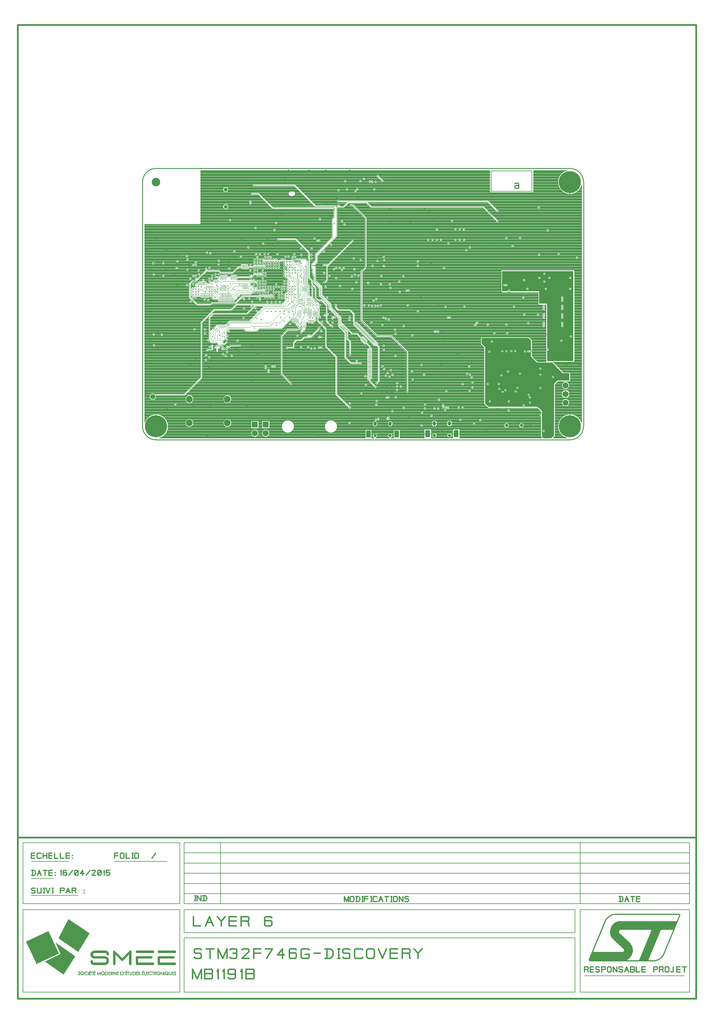
<source format=gbr>
G70*
%FSLAX55Y55*%
%ADD11C,0.00984*%
%ADD12C,0.00787*%
%ADD13C,0.00472*%
%ADD14C,0.01969*%
%ADD15C,0.01181*%
%ADD16C,0.00827*%
%ADD17C,0.00500*%
%ADD18C,0.00591*%
%ADD19C,0.00394*%
%ADD20C,0.00197*%
%ADD21C,0.25591*%
%ADD22C,0.03937*%
%ADD23C,0.07874*%
%ADD24C,0.09843*%
%ADD25C,0.06000*%
%ADD26R,0.05512X0.08465*%
%ADD27O,0.03937X0.04724*%
%ADD28C,0.04600*%
%ADD29R,0.07000X0.07000*%
%ADD30C,0.07000*%
%ADD31C,0.01378*%
%ADD32C,0.01575*%
%ADD33C,0.01200*%
%ADD34C,0.01181*%
D11*
X164334Y684059D02*
G75*
G03X180082Y668311I15747J-00001D01*
G01X660397Y668311*
G75*
G03X676145Y684059I00001J15747*
G01X676145Y967524*
G75*
G03X660397Y983272I-15747J00001*
G01X180082Y983272*
G75*
G03X164334Y967524I-00001J-15747*
G01X164334Y684059*
D12*
X406263Y940556D02*
X408232Y940556D01*
X422996Y925792*
X422996Y868705*
X418271Y863981*
X418271Y806855*
X436342Y788784*
X453114Y788784*
X471421Y770477*
X471421Y724414*
D13*
X176145Y718508D02*
X178311Y720674D01*
X212759Y720674*
X232641Y740556*
X232641Y804532*
X247326Y819217*
X267011Y819217*
X273389Y825595*
X326342Y825595*
X330476Y829729*
X330476Y838390*
X332051Y839965*
D12*
X348980Y800398D02*
X345043Y796461D01*
X332838Y796461*
X325358Y788981*
X325358Y744886*
X336775Y733469*
D13*
X293468Y963784D02*
X340712Y963784D01*
X364728Y939768*
X389137Y939768*
X369452Y798430D02*
X369059Y798430D01*
X368665Y798036*
X368665Y796855*
X359216Y787406*
X351933Y787406*
X348586Y784059*
X342681Y784059*
X339531Y780910*
X339531Y775595*
X339334Y775398*
X332051Y775398*
X332051Y775201*
X226145Y852563D02*
X238350Y864768D01*
X252523Y864768*
X255279Y862012*
X268665Y862012*
X275555Y868902*
X278980Y868902*
X279216Y869138*
X279216Y871579*
X279452Y871815*
X279925Y871815*
X280161Y871579*
X280161Y867367*
X280397Y867130*
X280870Y867130*
X281106Y867367*
X281106Y871579*
X281342Y871815*
X281815Y871815*
X282051Y871579*
X282051Y867367*
X282287Y867130*
X282759Y867130*
X282996Y867367*
X282996Y871579*
X283232Y871815*
X283704Y871815*
X283941Y871579*
X283941Y867367*
X284177Y867130*
X284649Y867130*
X284885Y867367*
X284885Y871579*
X285122Y871815*
X285594Y871815*
X285830Y871579*
X285830Y867367*
X286067Y867130*
X286539Y867130*
X286775Y867367*
X286775Y868666*
X287011Y868902*
X291893Y868902*
X292878Y869886*
X305279Y869886*
X306854Y871461*
X407641Y899217D02*
X378311Y869886D01*
X378311Y853351*
X376342Y851382*
X375555Y851382*
X353507Y869886D02*
X353311Y869886D01*
X353862Y869335*
X353862Y849731*
X356224Y847369*
X356224Y835477*
X361224Y830477*
X361224Y822918*
X364964Y819178*
X364964Y818272*
X364728Y818036*
X362366Y818036*
X362130Y817800*
X362130Y817327*
X362366Y817091*
X366500Y817091*
X366736Y816855*
X366736Y816382*
X366500Y816146*
X362366Y816146*
X362130Y815910*
X362130Y815437*
X362366Y815201*
X366500Y815201*
X366736Y814965*
X366736Y814493*
X366500Y814256*
X362366Y814256*
X362130Y814020*
X362130Y813548*
X362366Y813311*
X366500Y813311*
X366736Y813075*
X366736Y812603*
X366500Y812367*
X363153Y812367*
X362917Y812130*
X362917Y811658*
X363153Y811422*
X364728Y811422*
X364964Y811185*
X364964Y806697*
X364098Y805831*
X363389Y805831*
X363153Y806067*
X363153Y807485*
X362917Y807721*
X362444Y807721*
X362208Y807485*
X362208Y804256*
X361972Y804020*
X361500Y804020*
X361263Y804256*
X361263Y807485*
X361027Y807721*
X360555Y807721*
X360319Y807485*
X360319Y804886*
X360082Y804650*
X359610Y804650*
X359374Y804886*
X359374Y807485*
X359137Y807721*
X358665Y807721*
X358429Y807485*
X358429Y804532*
X358193Y804296*
X357720Y804296*
X357484Y804532*
X357484Y807485*
X357248Y807721*
X356775Y807721*
X356539Y807485*
X356539Y806067*
X356303Y805831*
X355122Y805831*
X352917Y803626*
X352917Y802918*
X353153Y802681*
X353665Y802681*
X353901Y802445*
X353901Y801973*
X353665Y801737*
X352130Y801737*
X351893Y801500*
X351893Y801028*
X352130Y800792*
X353665Y800792*
X353901Y800556*
X353901Y800083*
X353665Y799847*
X352130Y799847*
X351893Y799611*
X351893Y799138*
X352130Y798902*
X352681Y798902*
X352917Y798666*
X352917Y797248*
X348783Y793115*
X348586Y793115*
X405082Y767327D02*
X405082Y782485D01*
X401933Y785634*
X401933Y793902*
X392917Y802918*
X392917Y810241*
X381657Y821500*
X381657Y825278*
X370594Y836341*
X370594Y845160*
X364531Y851223*
X364531Y868705*
X362563Y870674*
X388547Y824807D02*
X388547Y821894D01*
X391381Y819059*
X404925Y819059*
X409492Y814493*
X409492Y805044*
X410445Y804091*
X410445Y803757*
X409378Y802690*
X409378Y802356*
X409712Y802022*
X410046Y802022*
X412449Y804424*
X412783Y804424*
X413117Y804090*
X413117Y803756*
X410714Y801354*
X410714Y801020*
X411049Y800686*
X411383Y800686*
X413785Y803088*
X414119Y803088*
X414453Y802754*
X414453Y802420*
X412051Y800017*
X412051Y799683*
X412385Y799349*
X412719Y799349*
X415121Y801752*
X415455Y801752*
X415789Y801418*
X415789Y801084*
X413387Y798681*
X413387Y798347*
X413721Y798013*
X414055Y798013*
X416457Y800415*
X416791Y800415*
X417126Y800081*
X417126Y799747*
X414723Y797345*
X414723Y797011*
X415057Y796677*
X415391Y796677*
X417794Y799079*
X418128Y799079*
X418462Y798745*
X418462Y798411*
X416060Y796009*
X416060Y795675*
X416394Y795340*
X416728Y795340*
X419130Y797743*
X419464Y797743*
X419798Y797409*
X419798Y797075*
X417396Y794672*
X417396Y794338*
X417730Y794004*
X418064Y794004*
X420466Y796406*
X420800Y796406*
X421135Y796072*
X421135Y795738*
X418732Y793336*
X418732Y793002*
X419066Y792668*
X419400Y792668*
X421803Y795070*
X422137Y795070*
X422471Y794736*
X422471Y794402*
X420068Y792000*
X420068Y791666*
X420403Y791331*
X420737Y791331*
X423139Y793734*
X423473Y793734*
X423807Y793400*
X423807Y793066*
X421405Y790663*
X421405Y790329*
X421739Y789995*
X422073Y789995*
X424475Y792398*
X424809Y792398*
X425143Y792063*
X425143Y791729*
X422741Y789327*
X422741Y788993*
X423075Y788659*
X423409Y788659*
X425812Y791061*
X426146Y791061*
X426480Y790727*
X426480Y790393*
X424077Y787991*
X424077Y787657*
X424411Y787323*
X424746Y787323*
X427148Y789725*
X427482Y789725*
X427816Y789391*
X427816Y789057*
X425414Y786654*
X425414Y786320*
X425748Y785986*
X426082Y785986*
X428484Y788389*
X428818Y788389*
X429152Y788055*
X429152Y787721*
X426750Y785318*
X426750Y784984*
X427084Y784650*
X427418Y784650*
X429820Y787052*
X430154Y787052*
X430489Y786718*
X430489Y786384*
X428086Y783982*
X428086Y783648*
X428420Y783314*
X428754Y783314*
X431157Y785716*
X431491Y785716*
X431825Y785382*
X431825Y785048*
X429423Y782646*
X429423Y782312*
X429757Y781977*
X430091Y781977*
X432493Y784380*
X432827Y784380*
X433161Y784046*
X433161Y783712*
X430759Y781309*
X430759Y780975*
X431093Y780641*
X431427Y780641*
X433829Y783043*
X434163Y783043*
X434498Y782709*
X434498Y782375*
X432095Y779973*
X432095Y779639*
X432429Y779305*
X432763Y779305*
X435166Y781707*
X435500Y781707*
X435834Y781373*
X435834Y781039*
X433431Y778637*
X433431Y778303*
X433766Y777969*
X434100Y777969*
X436502Y780371*
X436836Y780371*
X437170Y780037*
X437170Y779703*
X436168Y778701*
X436168Y778367*
X438429Y776107*
X438429Y736776*
X435988Y734335*
X435988Y734256*
X362563Y870674D02*
X366500Y874611D01*
X366500Y882288*
X389334Y905122*
X389334Y938981*
X389334Y939768*
X389137Y939768*
X366696Y851185D02*
X371696Y846185D01*
X371696Y836575*
X382956Y825315*
X382956Y821737*
X394256Y810437*
X394256Y804729*
X407641Y791343*
X413350Y791343*
X418201Y786492*
X418535Y786492*
X419826Y787782*
X420160Y787782*
X420494Y787448*
X420494Y787114*
X417981Y784601*
X417981Y784267*
X418315Y783933*
X418649Y783933*
X421162Y786446*
X421496Y786446*
X421830Y786112*
X421830Y785778*
X419317Y783265*
X419317Y782931*
X419651Y782597*
X419985Y782597*
X422499Y785110*
X422833Y785110*
X423167Y784776*
X423167Y784442*
X420654Y781929*
X420654Y781595*
X420988Y781260*
X421322Y781260*
X423835Y783774*
X424169Y783774*
X424503Y783439*
X424503Y783105*
X421990Y780592*
X421990Y780258*
X422324Y779924*
X422658Y779924*
X423546Y780812*
X423880Y780812*
X427996Y776697*
X427996Y774886*
X428232Y774650*
X429649Y774650*
X429885Y774414*
X429885Y773941*
X429649Y773705*
X426224Y773705*
X425988Y773469*
X425988Y772996*
X426224Y772760*
X429649Y772760*
X429885Y772524*
X429885Y772052*
X429649Y771815*
X426224Y771815*
X425988Y771579*
X425988Y771107*
X426224Y770870*
X429649Y770870*
X429885Y770634*
X429885Y770162*
X429649Y769926*
X426224Y769926*
X425988Y769689*
X425988Y769217*
X426224Y768981*
X429649Y768981*
X429885Y768744*
X429885Y768272*
X429649Y768036*
X426224Y768036*
X425988Y767800*
X425988Y767327*
X426224Y767091*
X429649Y767091*
X429885Y766855*
X429885Y766382*
X429649Y766146*
X426224Y766146*
X425988Y765910*
X425988Y765437*
X426224Y765201*
X429649Y765201*
X429885Y764965*
X429885Y764493*
X429649Y764256*
X426224Y764256*
X425988Y764020*
X425988Y763548*
X426224Y763311*
X429649Y763311*
X429885Y763075*
X429885Y762603*
X429649Y762367*
X426224Y762367*
X425988Y762130*
X425988Y761658*
X426224Y761422*
X429649Y761422*
X429885Y761185*
X429885Y760713*
X429649Y760477*
X426224Y760477*
X425988Y760241*
X425988Y759768*
X426224Y759532*
X429649Y759532*
X429885Y759296*
X429885Y758823*
X429649Y758587*
X426224Y758587*
X425988Y758351*
X425988Y757878*
X426224Y757642*
X429649Y757642*
X429885Y757406*
X429885Y756933*
X429649Y756697*
X426224Y756697*
X425988Y756461*
X425988Y755989*
X426224Y755752*
X429649Y755752*
X429885Y755516*
X429885Y755044*
X429649Y754807*
X426224Y754807*
X425988Y754571*
X425988Y754099*
X426224Y753863*
X429649Y753863*
X429885Y753626*
X429885Y753154*
X429649Y752918*
X426224Y752918*
X425988Y752681*
X425988Y752209*
X426224Y751973*
X429649Y751973*
X429885Y751737*
X429885Y751264*
X429649Y751028*
X426224Y751028*
X425988Y750792*
X425988Y750319*
X426224Y750083*
X429649Y750083*
X429885Y749847*
X429885Y749374*
X429649Y749138*
X426224Y749138*
X425988Y748902*
X425988Y748430*
X426224Y748193*
X429649Y748193*
X429885Y747957*
X429885Y747485*
X429649Y747248*
X426224Y747248*
X425988Y747012*
X425988Y746540*
X426224Y746304*
X429649Y746304*
X429885Y746067*
X429885Y745595*
X429649Y745359*
X426224Y745359*
X425988Y745122*
X425988Y744650*
X426224Y744414*
X429649Y744414*
X429885Y744178*
X429885Y743705*
X429649Y743469*
X426224Y743469*
X425988Y743233*
X425988Y742760*
X426224Y742524*
X429649Y742524*
X429885Y742288*
X429885Y741815*
X429649Y741579*
X426224Y741579*
X425988Y741343*
X425988Y740870*
X426224Y740634*
X429649Y740634*
X429885Y740398*
X429885Y739926*
X429649Y739689*
X426224Y739689*
X425988Y739453*
X425988Y738981*
X426224Y738744*
X427759Y738744*
X427996Y738508*
X427996Y736343*
X434610Y729729*
X389137Y939768D02*
X390122Y938784D01*
X397602Y938784*
X402681Y943863*
X424413Y943863*
X429492Y938784*
X559610Y938784*
X576145Y922248*
X248980Y857288D02*
X254019Y857288D01*
X254256Y857052*
X254256Y854689*
X254492Y854453*
X254964Y854453*
X255200Y854689*
X255200Y859020*
X255437Y859256*
X255909Y859256*
X256145Y859020*
X256145Y854689*
X256381Y854453*
X256854Y854453*
X257090Y854689*
X257090Y859020*
X257326Y859256*
X257799Y859256*
X258035Y859020*
X258035Y854689*
X258271Y854453*
X258744Y854453*
X258980Y854689*
X258980Y859020*
X259216Y859256*
X259689Y859256*
X259925Y859020*
X259925Y854689*
X260161Y854453*
X260633Y854453*
X260870Y854689*
X260870Y859020*
X261106Y859256*
X261578Y859256*
X261815Y859020*
X261815Y857524*
X262051Y857288*
X266578Y857288*
X266815Y857052*
X266815Y854689*
X267051Y854453*
X267523Y854453*
X267759Y854689*
X267759Y859138*
X267996Y859374*
X268468Y859374*
X268704Y859138*
X268704Y854689*
X268941Y854453*
X269413Y854453*
X269649Y854689*
X269649Y859138*
X269885Y859374*
X270358Y859374*
X270594Y859138*
X270594Y854689*
X270830Y854453*
X271303Y854453*
X271539Y854689*
X271539Y859138*
X271775Y859374*
X272248Y859374*
X272484Y859138*
X272484Y854689*
X272720Y854453*
X273193Y854453*
X273429Y854689*
X273429Y857052*
X273665Y857288*
X290712Y857288*
X293862Y860437*
X302130Y860437*
X303704Y862012*
X226145Y839965D02*
X227720Y841540D01*
X246381Y841540*
X246618Y841776*
X246618Y842957*
X246854Y843193*
X247326Y843193*
X247563Y842957*
X247563Y839571*
X247799Y839335*
X248271Y839335*
X248507Y839571*
X248507Y842957*
X248744Y843193*
X249216Y843193*
X249452Y842957*
X249452Y840201*
X249689Y839965*
X250161Y839965*
X250397Y840201*
X250397Y841304*
X250633Y841540*
X266893Y841540*
X272011Y846658*
X279413Y846658*
X279649Y846894*
X279649Y848784*
X279885Y849020*
X280358Y849020*
X280594Y848784*
X280594Y843666*
X280830Y843430*
X281303Y843430*
X281539Y843666*
X281539Y848784*
X281775Y849020*
X282248Y849020*
X282484Y848784*
X282484Y843666*
X282720Y843430*
X283193Y843430*
X283429Y843666*
X283429Y848784*
X283665Y849020*
X284137Y849020*
X284374Y848784*
X284374Y843666*
X284610Y843430*
X285082Y843430*
X285319Y843666*
X285319Y848784*
X285555Y849020*
X286027Y849020*
X286263Y848784*
X286263Y843666*
X286500Y843430*
X286972Y843430*
X287208Y843666*
X287208Y846422*
X287444Y846658*
X292287Y846658*
X293468Y847839*
X297405Y846264D02*
X295830Y844689D01*
X290161Y844689*
X287208Y841737*
X274492Y841737*
X269570Y836815*
X267444Y836815*
X267208Y836579*
X267208Y835122*
X266972Y834886*
X266500Y834886*
X266263Y835122*
X266263Y838469*
X266027Y838705*
X265555Y838705*
X265319Y838469*
X265319Y835122*
X265082Y834886*
X264610Y834886*
X264374Y835122*
X264374Y837445*
X264137Y837681*
X263665Y837681*
X263429Y837445*
X263429Y835122*
X263193Y834886*
X262720Y834886*
X262484Y835122*
X262484Y837878*
X262248Y838115*
X261775Y838115*
X261539Y837878*
X261539Y835122*
X261303Y834886*
X260830Y834886*
X260594Y835122*
X260594Y838469*
X260358Y838705*
X259885Y838705*
X259649Y838469*
X259649Y835122*
X259413Y834886*
X258941Y834886*
X258704Y835122*
X258704Y838469*
X258468Y838705*
X257996Y838705*
X257759Y838469*
X257759Y835122*
X257523Y834886*
X257051Y834886*
X256815Y835122*
X256815Y838469*
X256578Y838705*
X256106Y838705*
X255870Y838469*
X255870Y835122*
X255633Y834886*
X255161Y834886*
X254925Y835122*
X254925Y838469*
X254689Y838705*
X254216Y838705*
X253980Y838469*
X253980Y837052*
X253744Y836815*
X250555Y836815*
X248980Y838390*
X224570Y838390*
X222996Y836815*
X293468Y850989D02*
X287563Y850989D01*
X286566Y849992*
X270148Y849992*
X264846Y844689*
X261893Y844689*
X261657Y844926*
X261657Y847721*
X261421Y847957*
X260948Y847957*
X260712Y847721*
X260712Y842721*
X260476Y842485*
X260004Y842485*
X259767Y842721*
X259767Y847721*
X259531Y847957*
X259059Y847957*
X258822Y847721*
X258822Y842721*
X258586Y842485*
X258114Y842485*
X257878Y842721*
X257878Y847721*
X257641Y847957*
X257169Y847957*
X256933Y847721*
X256933Y842721*
X256696Y842485*
X256224Y842485*
X255988Y842721*
X255988Y847721*
X255752Y847957*
X255279Y847957*
X255043Y847721*
X255043Y842721*
X254807Y842485*
X254334Y842485*
X254098Y842721*
X254098Y844453*
X253862Y844689*
X247720Y844689*
X246815Y845595*
X246106Y845595*
X245870Y845359*
X245870Y845004*
X245633Y844768*
X245161Y844768*
X244925Y845004*
X244925Y846658*
X244689Y846894*
X244216Y846894*
X243980Y846658*
X243980Y845004*
X243744Y844768*
X243271Y844768*
X243035Y845004*
X243035Y846658*
X242799Y846894*
X242326Y846894*
X242090Y846658*
X242090Y845004*
X241854Y844768*
X241381Y844768*
X241145Y845004*
X241145Y846658*
X240909Y846894*
X240437Y846894*
X240200Y846658*
X240200Y845004*
X239964Y844768*
X239492Y844768*
X239256Y845004*
X239256Y846658*
X239019Y846894*
X238547Y846894*
X238311Y846658*
X238311Y845004*
X238074Y844768*
X237602Y844768*
X237366Y845004*
X237366Y845359*
X237130Y845595*
X236106Y845595*
X233626Y843115*
X229295Y843115*
X226145Y846264D02*
X226145Y848587D01*
X227366Y849807*
X228232Y849807*
X228468Y849571*
X228468Y848469*
X228704Y848233*
X229177Y848233*
X229413Y848469*
X229413Y851343*
X229649Y851579*
X230122Y851579*
X230358Y851343*
X230358Y848469*
X230594Y848233*
X231067Y848233*
X231303Y848469*
X231303Y851343*
X231539Y851579*
X232011Y851579*
X232248Y851343*
X232248Y848469*
X232484Y848233*
X232956Y848233*
X233193Y848469*
X233193Y851343*
X233429Y851579*
X233901Y851579*
X234137Y851343*
X234137Y848469*
X234374Y848233*
X234846Y848233*
X235082Y848469*
X235082Y851343*
X235319Y851579*
X235791Y851579*
X236027Y851343*
X236027Y848469*
X236263Y848233*
X236736Y848233*
X236972Y848469*
X236972Y851343*
X237208Y851579*
X237681Y851579*
X237917Y851343*
X237917Y848469*
X238153Y848233*
X238626Y848233*
X238862Y848469*
X238862Y849571*
X239098Y849807*
X242641Y849807*
X244531Y851697*
X247248Y851697*
X247484Y851933*
X247484Y853469*
X247720Y853705*
X248193Y853705*
X248429Y853469*
X248429Y850556*
X248665Y850319*
X249137Y850319*
X249374Y850556*
X249374Y853469*
X249610Y853705*
X250082Y853705*
X250319Y853469*
X250319Y850556*
X250555Y850319*
X251027Y850319*
X251263Y850556*
X251263Y853469*
X251500Y853705*
X251972Y853705*
X252208Y853469*
X252208Y851933*
X252444Y851697*
X257287Y851697*
X258153Y852563*
X294256Y852563*
X297405Y849414*
X347208Y858469D02*
X349295Y858469D01*
X350476Y857288*
X350476Y849650*
X347838Y847012*
X347838Y840083*
X350476Y837445*
X350476Y835083*
X349374Y833981*
X349374Y832091*
X349137Y831855*
X347169Y831855*
X346933Y831619*
X346933Y831146*
X347169Y830910*
X350358Y830910*
X350594Y830674*
X350594Y830201*
X350358Y829965*
X347169Y829965*
X346933Y829729*
X346933Y829256*
X347169Y829020*
X349137Y829020*
X349374Y828784*
X349374Y828075*
X349610Y827839*
X351539Y827839*
X351775Y827603*
X351775Y827130*
X351539Y826894*
X347169Y826894*
X346933Y826658*
X346933Y826185*
X347169Y825949*
X349137Y825949*
X349374Y825713*
X349374Y818626*
X348154Y817406*
X347820Y817406*
X346149Y819077*
X345815Y819077*
X345481Y818743*
X345481Y818409*
X349156Y814734*
X349156Y814400*
X348822Y814066*
X348488Y814066*
X345248Y817305*
X344914Y817305*
X344580Y816971*
X344580Y816637*
X347819Y813397*
X347819Y813063*
X347485Y812729*
X347151Y812729*
X344338Y815543*
X344004Y815543*
X343670Y815208*
X343670Y814874*
X346334Y812210*
X346334Y811876*
X346000Y811542*
X345666Y811542*
X344145Y813063*
X343811Y813063*
X342641Y811894*
X342641Y810201*
X342405Y809965*
X339295Y809965*
X339059Y809729*
X339059Y809256*
X339295Y809020*
X344964Y809020*
X345200Y808784*
X345200Y808311*
X344964Y808075*
X339295Y808075*
X339059Y807839*
X339059Y807367*
X339295Y807130*
X344964Y807130*
X345200Y806894*
X345200Y806422*
X344964Y806185*
X339295Y806185*
X339059Y805949*
X339059Y805477*
X339295Y805241*
X344964Y805241*
X345200Y805004*
X345200Y804532*
X344964Y804296*
X342878Y804296*
X342641Y804059*
X342641Y802406*
X345240Y799807*
X345043Y864965D02*
X342484Y864965D01*
X339925Y867524*
X339925Y870280*
X338744Y871461*
X335200Y871461*
X250948Y783469D02*
X250948Y789571D01*
X252917Y791540*
X256067Y791540*
X263350Y798823*
X288547Y798823*
X289925Y800201*
X312169Y800201*
X315909Y803941*
X323193Y803941*
X335397Y816146*
X335397Y817130*
X344846Y826579*
X344846Y853548*
X343665Y854729*
X343665Y862209*
X339137Y866737*
X337563Y866737*
X336775Y867524*
X336775Y869493*
X336381Y869886*
X334610Y869886*
X333035Y871461*
X332248Y871461*
X332051Y865162D02*
X330476Y863587D01*
X330476Y857878*
X333626Y854729*
X333626Y829482*
X328360Y824217*
X294846Y824217*
X285279Y814650*
X246067Y814650*
X242011Y810595*
X242011Y783744*
X244256Y781500*
X250948Y781500*
X246027Y788193D02*
X246027Y793311D01*
X252917Y800201*
X261185Y800201*
X265948Y804965*
X289334Y804965*
X305240Y820870*
X334610Y820870*
X339925Y826185*
X339925Y854138*
X338350Y855713*
X335594Y855713*
X333626Y857681*
X333626Y869099*
X332878Y869847*
X331696Y869847*
X330476Y871067*
X330476Y873036*
X332051Y874611*
X335004Y874611D02*
X337759Y874611D01*
X340712Y871658*
X344059Y871658*
X346815Y868902*
X346815Y863823*
X344610Y861619*
X344610Y855477*
X345988Y854099*
X345988Y826146*
X341500Y821658*
X341500Y813981*
X325752Y798233*
X299964Y798233*
X296618Y794886*
X284413Y794886*
X281657Y797642*
X264728Y797642*
X261185Y794099*
X261185Y787209*
X257641Y783666*
X253114Y783666*
X252917Y783469*
X247011Y785437D02*
X247011Y785634D01*
X248193Y786815*
X248193Y792130*
X254689Y798626*
X261381Y798626*
X266775Y804020*
X313232Y804020*
X328311Y819099*
X334807Y819099*
X343665Y827957*
X343665Y852957*
X339334Y857288*
X336775Y857288*
X335200Y858863*
X247011Y783469D02*
X244256Y783469D01*
X243468Y784256*
X243468Y793902*
X250752Y801185*
X260791Y801185*
X265515Y805910*
X288547Y805910*
X305279Y822642*
X331067Y822642*
X336775Y828351*
X336775Y844689*
X338350Y846264*
X360397Y845477D02*
X361185Y844689D01*
X361185Y833430*
X368744Y825870*
X368744Y812130*
X370043Y810831*
X291500Y954138D02*
X298586Y954138D01*
X315515Y937209*
X386972Y937209*
X417287Y757485D02*
X406067Y757485D01*
X399374Y764178*
X399374Y792918*
X391893Y800398*
X391893Y809729*
X380515Y821107*
X380515Y825083*
X369649Y835949*
X369649Y844768*
X363586Y850831*
X363586Y859020*
X362366Y860241*
X361972Y860634*
X361972Y867524*
X360988Y868508*
X360988Y871855*
X365319Y876185*
X365319Y883469*
X385004Y903154*
X385004Y924335*
X386972Y926304*
X386972Y937209*
X391500Y945280D02*
X564728Y945280D01*
X576145Y933863*
D12*
X239334Y772642D02*
X240319Y773626D01*
X245043Y773626*
D13*
X348389Y795870D02*
X350948Y798430D01*
X350948Y804138*
X357366Y810556*
X357366Y811264*
X357602Y811500*
X360122Y811500*
X360358Y811737*
X360358Y812209*
X360122Y812445*
X355791Y812445*
X355555Y812681*
X355555Y813154*
X355791Y813390*
X360122Y813390*
X360358Y813626*
X360358Y814099*
X360122Y814335*
X355791Y814335*
X355555Y814571*
X355555Y815044*
X355791Y815280*
X360122Y815280*
X360358Y815516*
X360358Y815989*
X360122Y816225*
X355791Y816225*
X355555Y816461*
X355555Y816933*
X355791Y817170*
X360122Y817170*
X360358Y817406*
X360358Y817878*
X360122Y818115*
X355791Y818115*
X355555Y818351*
X355555Y818823*
X355791Y819059*
X360122Y819059*
X360358Y819296*
X360358Y819768*
X360122Y820004*
X355791Y820004*
X355555Y820241*
X355555Y820713*
X355791Y820949*
X357130Y820949*
X357366Y821185*
X357366Y825713*
X357130Y825949*
X356500Y825949*
X356263Y826185*
X356263Y826658*
X356500Y826894*
X359964Y826894*
X360200Y827130*
X360200Y827603*
X359964Y827839*
X355082Y827839*
X355082Y829178*
X355319Y829414*
X359964Y829414*
X360200Y829650*
X360200Y830122*
X359964Y830359*
X354767Y830359*
X354531Y830595*
X354531Y831067*
X354767Y831304*
X357878Y831304*
X358114Y831540*
X358114Y832012*
X357878Y832248*
X355319Y832248*
X355082Y832485*
X355082Y847174*
X352799Y849458*
X352799Y866461*
X344649Y874611*
X343862Y874611*
X341893Y877760D02*
X352720Y877760D01*
X355082Y875398*
X355082Y849847*
X357169Y847760*
X357169Y836109*
X365200Y828077*
X365200Y823036*
X367681Y820556*
X367681Y806500*
X376933Y797248*
X376933Y776776*
X389137Y764571*
X389137Y721264*
X404492Y705910*
X404885Y705910*
X303704Y874611D02*
X305279Y876185D01*
X338547Y876185*
X342090Y872642*
X344649Y872642*
X351618Y865674*
X351618Y848390*
X352956Y847052*
X353869Y847052*
X354137Y846783*
X354137Y846343*
X353901Y846107*
X349728Y846107*
X349492Y845870*
X349492Y845398*
X349728Y845162*
X353901Y845162*
X354137Y844926*
X354137Y844453*
X353901Y844217*
X349728Y844217*
X349492Y843981*
X349492Y843508*
X349728Y843272*
X353901Y843272*
X354137Y843036*
X354137Y842563*
X353901Y842327*
X349728Y842327*
X349492Y842091*
X349492Y841619*
X349728Y841382*
X353901Y841382*
X354137Y841146*
X354137Y840674*
X353901Y840437*
X352956Y840437*
X352720Y840201*
X352720Y820831*
X352956Y820595*
X354374Y820595*
X354610Y820359*
X354610Y819886*
X354374Y819650*
X351145Y819650*
X350909Y819414*
X350909Y818941*
X351145Y818705*
X354374Y818705*
X354610Y818469*
X354610Y817996*
X354374Y817760*
X351145Y817760*
X350909Y817524*
X350909Y817052*
X351145Y816815*
X354374Y816815*
X354610Y816579*
X354610Y816107*
X354374Y815870*
X351145Y815870*
X350909Y815634*
X350909Y815162*
X351145Y814926*
X352484Y814926*
X352720Y814689*
X352720Y812091*
X349177Y808548*
X349177Y804335*
X245043Y833666D02*
X247011Y831697D01*
X252444Y831697*
X252681Y831461*
X252681Y829847*
X252917Y829611*
X253389Y829611*
X253626Y829847*
X253626Y832681*
X253862Y832918*
X254334Y832918*
X254570Y832681*
X254570Y829847*
X254807Y829611*
X255279Y829611*
X255515Y829847*
X255515Y832681*
X255752Y832918*
X256224Y832918*
X256460Y832681*
X256460Y829847*
X256696Y829611*
X257169Y829611*
X257405Y829847*
X257405Y832681*
X257641Y832918*
X258114Y832918*
X258350Y832681*
X258350Y829847*
X258586Y829611*
X259059Y829611*
X259295Y829847*
X259295Y832681*
X259531Y832918*
X260004Y832918*
X260240Y832681*
X260240Y829847*
X260476Y829611*
X260948Y829611*
X261185Y829847*
X261185Y832681*
X261421Y832918*
X261893Y832918*
X262130Y832681*
X262130Y829847*
X262366Y829611*
X262838Y829611*
X263074Y829847*
X263074Y832681*
X263311Y832918*
X263783Y832918*
X264019Y832681*
X264019Y829847*
X264256Y829611*
X264728Y829611*
X264964Y829847*
X264964Y832681*
X265200Y832918*
X265673Y832918*
X265909Y832681*
X265909Y829847*
X266145Y829611*
X266618Y829611*
X266854Y829847*
X266854Y832681*
X267090Y832918*
X267563Y832918*
X267799Y832681*
X267799Y829847*
X268035Y829611*
X268507Y829611*
X268744Y829847*
X268744Y832681*
X268980Y832918*
X269452Y832918*
X269689Y832681*
X269689Y829847*
X269925Y829611*
X270397Y829611*
X270633Y829847*
X270633Y831461*
X270870Y831697*
X271736Y831697*
X277799Y837760*
X289885Y837760*
X293665Y841540*
X305279Y841540*
X306854Y843115*
X294256Y843115D02*
X293862Y843115D01*
X290594Y839847*
X276145Y839847*
X270240Y833941*
X251224Y833941*
X249925Y835241*
X242287Y835241*
X242051Y835477*
X242051Y837052*
X241815Y837288*
X241342Y837288*
X241106Y837052*
X241106Y834178*
X240870Y833941*
X240397Y833941*
X240161Y834178*
X240161Y837052*
X239925Y837288*
X239452Y837288*
X239216Y837052*
X239216Y834178*
X238980Y833941*
X238507Y833941*
X238271Y834178*
X238271Y837052*
X238035Y837288*
X237563Y837288*
X237326Y837052*
X237326Y834178*
X237090Y833941*
X236618Y833941*
X236381Y834178*
X236381Y837052*
X236145Y837288*
X235673Y837288*
X235437Y837052*
X235437Y834178*
X235200Y833941*
X234728Y833941*
X234492Y834178*
X234492Y837052*
X234256Y837288*
X233783Y837288*
X233547Y837052*
X233547Y834178*
X233311Y833941*
X232838Y833941*
X232602Y834178*
X232602Y837052*
X232366Y837288*
X231893Y837288*
X231657Y837052*
X231657Y835477*
X231421Y835241*
X221815Y835241*
X221224Y835831*
X221224Y843705*
X222208Y844689*
X224570Y844689*
X226145Y843115*
X321618Y901185D02*
X341893Y901185D01*
X357405Y885674*
X357405Y856737*
X361145Y852996*
X361145Y848744*
X364925Y844965*
X364925Y833430*
X367720Y830634*
X371696Y830634*
X377838Y824493*
X377838Y814532*
X378074Y814296*
X379334Y814296*
X379570Y814059*
X379570Y813587*
X379334Y813351*
X375712Y813351*
X375476Y813115*
X375476Y812642*
X375712Y812406*
X377602Y812406*
X377838Y812170*
X377838Y805989*
X383626Y800201*
X384413Y800201*
X222996Y852563D02*
X222248Y852563D01*
X219059Y849374*
X219059Y833863*
X227326Y825595*
X243507Y825595*
X245240Y827327*
X272366Y827327*
X280279Y835241*
X314728Y835241*
X316303Y836815*
X252917Y779532D02*
X259610Y779532D01*
X261775Y781697*
D14*
X629885Y827760D02*
X629885Y831402D01*
X629885Y831993D02*
X629885Y832681D01*
X629885Y833370*
D15*
X590515Y859319D02*
X590515Y845477D01*
X587563Y842524*
D14*
X636551Y763501D02*
X640771Y767721D01*
X642681Y769630*
X642681Y823823*
D12*
X277130Y777957D02*
X266303Y777957D01*
X262169Y773823*
X259216Y773823*
X255476Y777563*
X250358Y777563*
X248980Y776185*
X248980Y775595*
D16*
X569059Y956894D02*
X616303Y956894D01*
X616303Y980516*
X569059Y980516*
X569059Y956894*
D17*
X659155Y745415D02*
X659155Y745415D01*
X651933Y745415*
G75*
G02X651750Y745491I00000J00258*
G01X639621Y757620*
X622011Y757620*
G75*
G02X621829Y757696I00000J00258*
G01X614939Y764585*
G75*
G02X614863Y764768I00183J00183*
G01X614863Y769712*
G75*
G02X613270Y769797I-00726J01356*
G02X613036Y772141I-01101J01073*
G02X614863Y772423I01101J-01073*
G01X614863Y783362*
X611944Y786281*
X558254Y786281*
X558254Y780033*
X558254Y780032*
X562155Y776132*
G75*
G02X562230Y775949I-00183J-00183*
G01X562230Y710741*
X566016Y706956*
X606581Y706956*
G75*
G02X607127Y706956I00273J01513*
G01X622996Y706956*
G75*
G02X623178Y706880I00000J-00258*
G01X628100Y701959*
G75*
G02X628175Y701776I-00183J-00183*
G01X628175Y672355*
X629992Y670538*
X638637Y670538*
X641438Y673340*
X641438Y733272*
G75*
G02X641514Y733455I00258J00000*
G01X645451Y737392*
G75*
G02X645633Y737467I00183J-00183*
G01X659155Y737467*
X659155Y745415*
X595867Y724414D02*
G75*
G03X598943Y724414I01538J00000D01*
G03X595867Y724414I-01538J00000*
G01X639174Y741146D02*
G75*
G03X642250Y741146I01538J00000D01*
G03X639174Y741146I-01538J00000*
G01X576970Y727367D02*
G75*
G03X580045Y727367I01538J00000D01*
G03X576970Y727367I-01538J00000*
G01X580513Y724020D02*
G75*
G03X583589Y724020I01538J00000D01*
G03X580513Y724020I-01538J00000*
G01X611025Y720477D02*
G75*
G03X614100Y720477I01538J00000D01*
G03X611025Y720477I-01538J00000*
G01X587993Y712800D02*
G75*
G03X591069Y712800I01538J00000D01*
G03X587993Y712800I-01538J00000*
G01X565356Y770674D02*
G75*
G03X568431Y770674I01538J00000D01*
G03X565356Y770674I-01538J00000*
G01X580119Y771067D02*
G75*
G03X583195Y771067I01538J00000D01*
G03X580119Y771067I-01538J00000*
G01X606694Y770870D02*
G75*
G03X609770Y770870I01538J00000D01*
G03X606694Y770870I-01538J00000*
G01X584056Y725792D02*
G75*
G03X587132Y725792I01538J00000D01*
G03X584056Y725792I-01538J00000*
G01X563387Y733075D02*
G75*
G03X566463Y733075I01538J00000D01*
G03X563387Y733075I-01538J00000*
G01X590946Y771461D02*
G75*
G03X594022Y771461I01538J00000D01*
G03X590946Y771461I-01538J00000*
G01X576182Y733272D02*
G75*
G03X579258Y733272I01538J00000D01*
G03X576182Y733272I-01538J00000*
G01X624607Y728351D02*
G75*
G03X627683Y728351I01538J00000D01*
G03X624607Y728351I-01538J00000*
G01X624607Y744099D02*
G75*
G03X627683Y744099I01538J00000D01*
G03X624607Y744099I-01538J00000*
G01X585041Y771067D02*
G75*
G03X588116Y771067I01538J00000D01*
G03X585041Y771067I-01538J00000*
G01X628348Y678548D02*
G75*
G03X631423Y678548I01538J00000D01*
G03X628348Y678548I-01538J00000*
G01X597836Y728744D02*
G75*
G03X600911Y728744I01538J00000D01*
G03X597836Y728744I-01538J00000*
G01X568308Y782485D02*
G75*
G03X571384Y782485I01538J00000D01*
G03X568308Y782485I-01538J00000*
G01X612206Y717524D02*
G75*
G03X615281Y717524I01538J00000D01*
G03X612206Y717524I-01538J00000*
G01X595474Y771264D02*
G75*
G03X598549Y771264I01538J00000D01*
G03X595474Y771264I-01538J00000*
G01X587009Y747642D02*
G75*
G03X590085Y747642I01538J00000D01*
G03X587009Y747642I-01538J00000*
G01X565946Y712800D02*
G75*
G03X569022Y712800I01538J00000D01*
G03X565946Y712800I-01538J00000*
G01X600985Y745083D02*
G75*
G03X604061Y745083I01538J00000D01*
G03X600985Y745083I-01538J00000*
G01X612600Y711619D02*
G75*
G03X615675Y711619I01538J00000D01*
G03X612600Y711619I-01538J00000*
G01X624607Y750989D02*
G75*
G03X627683Y750989I01538J00000D01*
G03X624607Y750989I-01538J00000*
G01X579135Y743115D02*
G75*
G03X582211Y743115I01538J00000D01*
G03X579135Y743115I-01538J00000*
G01X629842Y670688D02*
X638787Y670688D01*
X629442Y671088D02*
X639187Y671088D01*
X629042Y671488D02*
X639587Y671488D01*
X628642Y671888D02*
X639987Y671888D01*
X628242Y672288D02*
X640387Y672288D01*
X628175Y672688D02*
X640787Y672688D01*
X628175Y673088D02*
X641187Y673088D01*
X628175Y673488D02*
X641438Y673488D01*
X628175Y673888D02*
X641438Y673888D01*
X628175Y674288D02*
X641438Y674288D01*
X628175Y674688D02*
X641438Y674688D01*
X628175Y675088D02*
X641438Y675088D01*
X628175Y675488D02*
X641438Y675488D01*
X628175Y675888D02*
X641438Y675888D01*
X628175Y676288D02*
X641438Y676288D01*
X628175Y676688D02*
X641438Y676688D01*
X628175Y677088D02*
X629401Y677088D01*
X630370Y677088D02*
X641438Y677088D01*
X628175Y677488D02*
X628771Y677488D01*
X631000Y677488D02*
X641438Y677488D01*
X628175Y677888D02*
X628496Y677888D01*
X631275Y677888D02*
X641438Y677888D01*
X628175Y678288D02*
X628370Y678288D01*
X631401Y678288D02*
X641438Y678288D01*
X628175Y678688D02*
X628354Y678688D01*
X631417Y678688D02*
X641438Y678688D01*
X628175Y679088D02*
X628446Y679088D01*
X631325Y679088D02*
X641438Y679088D01*
X628175Y679488D02*
X628669Y679488D01*
X631102Y679488D02*
X641438Y679488D01*
X628175Y679888D02*
X629132Y679888D01*
X630639Y679888D02*
X641438Y679888D01*
X628175Y680288D02*
X641438Y680288D01*
X628175Y680688D02*
X641438Y680688D01*
X628175Y681088D02*
X641438Y681088D01*
X628175Y681488D02*
X641438Y681488D01*
X628175Y681888D02*
X641438Y681888D01*
X628175Y682288D02*
X641438Y682288D01*
X628175Y682688D02*
X641438Y682688D01*
X628175Y683088D02*
X641438Y683088D01*
X628175Y683488D02*
X641438Y683488D01*
X628175Y683888D02*
X641438Y683888D01*
X628175Y684288D02*
X641438Y684288D01*
X628175Y684688D02*
X641438Y684688D01*
X628175Y685088D02*
X641438Y685088D01*
X628175Y685488D02*
X641438Y685488D01*
X628175Y685888D02*
X641438Y685888D01*
X628175Y686288D02*
X641438Y686288D01*
X628175Y686688D02*
X641438Y686688D01*
X628175Y687088D02*
X641438Y687088D01*
X628175Y687488D02*
X641438Y687488D01*
X628175Y687888D02*
X641438Y687888D01*
X628175Y688288D02*
X641438Y688288D01*
X628175Y688688D02*
X641438Y688688D01*
X628175Y689088D02*
X641438Y689088D01*
X628175Y689488D02*
X641438Y689488D01*
X628175Y689888D02*
X641438Y689888D01*
X628175Y690288D02*
X641438Y690288D01*
X628175Y690688D02*
X641438Y690688D01*
X628175Y691088D02*
X641438Y691088D01*
X628175Y691488D02*
X641438Y691488D01*
X628175Y691888D02*
X641438Y691888D01*
X628175Y692288D02*
X641438Y692288D01*
X628175Y692688D02*
X641438Y692688D01*
X628175Y693088D02*
X641438Y693088D01*
X628175Y693488D02*
X641438Y693488D01*
X628175Y693888D02*
X641438Y693888D01*
X628175Y694288D02*
X641438Y694288D01*
X628175Y694688D02*
X641438Y694688D01*
X628175Y695088D02*
X641438Y695088D01*
X628175Y695488D02*
X641438Y695488D01*
X628175Y695888D02*
X641438Y695888D01*
X628175Y696288D02*
X641438Y696288D01*
X628175Y696688D02*
X641438Y696688D01*
X628175Y697088D02*
X641438Y697088D01*
X628175Y697488D02*
X641438Y697488D01*
X628175Y697888D02*
X641438Y697888D01*
X628175Y698288D02*
X641438Y698288D01*
X628175Y698688D02*
X641438Y698688D01*
X628175Y699088D02*
X641438Y699088D01*
X628175Y699488D02*
X641438Y699488D01*
X628175Y699888D02*
X641438Y699888D01*
X628175Y700288D02*
X641438Y700288D01*
X628175Y700688D02*
X641438Y700688D01*
X628175Y701088D02*
X641438Y701088D01*
X628175Y701488D02*
X641438Y701488D01*
X628150Y701888D02*
X641438Y701888D01*
X627770Y702288D02*
X641438Y702288D01*
X627370Y702688D02*
X641438Y702688D01*
X626970Y703088D02*
X641438Y703088D01*
X626570Y703488D02*
X641438Y703488D01*
X626170Y703888D02*
X641438Y703888D01*
X625770Y704288D02*
X641438Y704288D01*
X625370Y704688D02*
X641438Y704688D01*
X624970Y705088D02*
X641438Y705088D01*
X624570Y705488D02*
X641438Y705488D01*
X624170Y705888D02*
X641438Y705888D01*
X623770Y706288D02*
X641438Y706288D01*
X623370Y706688D02*
X641438Y706688D01*
X565883Y707088D02*
X606177Y707088D01*
X607531Y707088D02*
X641438Y707088D01*
X565483Y707488D02*
X605670Y707488D01*
X608038Y707488D02*
X641438Y707488D01*
X565083Y707888D02*
X605430Y707888D01*
X608278Y707888D02*
X641438Y707888D01*
X564683Y708288D02*
X605327Y708288D01*
X608381Y708288D02*
X641438Y708288D01*
X564283Y708688D02*
X605332Y708688D01*
X608376Y708688D02*
X641438Y708688D01*
X563883Y709088D02*
X605447Y709088D01*
X608261Y709088D02*
X641438Y709088D01*
X563483Y709488D02*
X605703Y709488D01*
X608005Y709488D02*
X641438Y709488D01*
X563083Y709888D02*
X606263Y709888D01*
X607445Y709888D02*
X641438Y709888D01*
X562683Y710288D02*
X613366Y710288D01*
X614909Y710288D02*
X641438Y710288D01*
X562283Y710688D02*
X612913Y710688D01*
X615362Y710688D02*
X641438Y710688D01*
X562230Y711088D02*
X612694Y711088D01*
X615581Y711088D02*
X641438Y711088D01*
X562230Y711488D02*
X566681Y711488D01*
X568287Y711488D02*
X588728Y711488D01*
X590334Y711488D02*
X612605Y711488D01*
X615670Y711488D02*
X641438Y711488D01*
X562230Y711888D02*
X566245Y711888D01*
X568722Y711888D02*
X588293Y711888D01*
X590770Y711888D02*
X612623Y711888D01*
X615651Y711888D02*
X641438Y711888D01*
X562230Y712288D02*
X566034Y712288D01*
X568934Y712288D02*
X588081Y712288D01*
X590981Y712288D02*
X612753Y712288D01*
X615522Y712288D02*
X641438Y712288D01*
X562230Y712688D02*
X565950Y712688D01*
X569018Y712688D02*
X587997Y712688D01*
X591065Y712688D02*
X613033Y712688D01*
X615242Y712688D02*
X641438Y712688D01*
X562230Y713088D02*
X565973Y713088D01*
X568994Y713088D02*
X588021Y713088D01*
X591042Y713088D02*
X613685Y713088D01*
X614590Y713088D02*
X641438Y713088D01*
X562230Y713488D02*
X566109Y713488D01*
X568859Y713488D02*
X588156Y713488D01*
X590906Y713488D02*
X641438Y713488D01*
X562230Y713888D02*
X566398Y713888D01*
X568570Y713888D02*
X588445Y713888D01*
X590617Y713888D02*
X641438Y713888D01*
X562230Y714288D02*
X567098Y714288D01*
X567870Y714288D02*
X589145Y714288D01*
X589917Y714288D02*
X641438Y714288D01*
X562230Y714688D02*
X641438Y714688D01*
X562230Y715088D02*
X641438Y715088D01*
X562230Y715488D02*
X641438Y715488D01*
X562230Y715888D02*
X641438Y715888D01*
X562230Y716288D02*
X612829Y716288D01*
X614659Y716288D02*
X641438Y716288D01*
X562230Y716688D02*
X612453Y716688D01*
X615035Y716688D02*
X641438Y716688D01*
X562230Y717088D02*
X612269Y717088D01*
X615218Y717088D02*
X641438Y717088D01*
X562230Y717488D02*
X612206Y717488D01*
X615281Y717488D02*
X641438Y717488D01*
X562230Y717888D02*
X612250Y717888D01*
X615238Y717888D02*
X641438Y717888D01*
X562230Y718288D02*
X612409Y718288D01*
X615078Y718288D02*
X641438Y718288D01*
X562230Y718688D02*
X612739Y718688D01*
X614748Y718688D02*
X641438Y718688D01*
X562230Y719088D02*
X611902Y719088D01*
X613223Y719088D02*
X641438Y719088D01*
X562230Y719488D02*
X611385Y719488D01*
X613741Y719488D02*
X641438Y719488D01*
X562230Y719888D02*
X611142Y719888D01*
X613983Y719888D02*
X641438Y719888D01*
X562230Y720288D02*
X611036Y720288D01*
X614089Y720288D02*
X641438Y720288D01*
X562230Y720688D02*
X611039Y720688D01*
X614086Y720688D02*
X641438Y720688D01*
X562230Y721088D02*
X611152Y721088D01*
X613974Y721088D02*
X641438Y721088D01*
X562230Y721488D02*
X611404Y721488D01*
X613721Y721488D02*
X641438Y721488D01*
X562230Y721888D02*
X611952Y721888D01*
X613173Y721888D02*
X641438Y721888D01*
X562230Y722288D02*
X641438Y722288D01*
X562230Y722688D02*
X581282Y722688D01*
X582819Y722688D02*
X641438Y722688D01*
X562230Y723088D02*
X580828Y723088D01*
X583274Y723088D02*
X596626Y723088D01*
X598185Y723088D02*
X641438Y723088D01*
X562230Y723488D02*
X580608Y723488D01*
X583494Y723488D02*
X596177Y723488D01*
X598633Y723488D02*
X641438Y723488D01*
X562230Y723888D02*
X580519Y723888D01*
X583583Y723888D02*
X595960Y723888D01*
X598850Y723888D02*
X641438Y723888D01*
X562230Y724288D02*
X580537Y724288D01*
X583565Y724288D02*
X585271Y724288D01*
X585917Y724288D02*
X595872Y724288D01*
X598938Y724288D02*
X641438Y724288D01*
X562230Y724688D02*
X580666Y724688D01*
X583436Y724688D02*
X584523Y724688D01*
X586665Y724688D02*
X595892Y724688D01*
X598918Y724688D02*
X641438Y724688D01*
X562230Y725088D02*
X580944Y725088D01*
X583157Y725088D02*
X584227Y725088D01*
X586962Y725088D02*
X596023Y725088D01*
X598787Y725088D02*
X641438Y725088D01*
X562230Y725488D02*
X581593Y725488D01*
X582508Y725488D02*
X584087Y725488D01*
X587102Y725488D02*
X596305Y725488D01*
X598505Y725488D02*
X641438Y725488D01*
X562230Y725888D02*
X578084Y725888D01*
X578931Y725888D02*
X584059Y725888D01*
X587129Y725888D02*
X596968Y725888D01*
X597842Y725888D02*
X641438Y725888D01*
X562230Y726288D02*
X577411Y726288D01*
X579604Y726288D02*
X584139Y726288D01*
X587050Y726288D02*
X641438Y726288D01*
X562230Y726688D02*
X577127Y726688D01*
X579888Y726688D02*
X584345Y726688D01*
X586844Y726688D02*
X641438Y726688D01*
X562230Y727088D02*
X576995Y727088D01*
X580020Y727088D02*
X584767Y727088D01*
X586421Y727088D02*
X625267Y727088D01*
X627023Y727088D02*
X641438Y727088D01*
X562230Y727488D02*
X576974Y727488D01*
X580040Y727488D02*
X598487Y727488D01*
X600260Y727488D02*
X624872Y727488D01*
X627418Y727488D02*
X641438Y727488D01*
X562230Y727888D02*
X577061Y727888D01*
X579954Y727888D02*
X598096Y727888D01*
X600651Y727888D02*
X624679Y727888D01*
X627612Y727888D02*
X641438Y727888D01*
X562230Y728288D02*
X577276Y728288D01*
X579738Y728288D02*
X597905Y728288D01*
X600842Y728288D02*
X624609Y728288D01*
X627682Y728288D02*
X641438Y728288D01*
X562230Y728688D02*
X577721Y728688D01*
X579294Y728688D02*
X597837Y728688D01*
X600910Y728688D02*
X624645Y728688D01*
X627646Y728688D02*
X641438Y728688D01*
X562230Y729088D02*
X597875Y729088D01*
X600873Y729088D02*
X624796Y729088D01*
X627495Y729088D02*
X641438Y729088D01*
X562230Y729488D02*
X598028Y729488D01*
X600720Y729488D02*
X625110Y729488D01*
X627180Y729488D02*
X641438Y729488D01*
X562230Y729888D02*
X598346Y729888D01*
X600402Y729888D02*
X626110Y729888D01*
X626180Y729888D02*
X641438Y729888D01*
X562230Y730288D02*
X641438Y730288D01*
X562230Y730688D02*
X641438Y730688D01*
X562230Y731088D02*
X641438Y731088D01*
X562230Y731488D02*
X641438Y731488D01*
X562230Y731888D02*
X563947Y731888D01*
X565902Y731888D02*
X577049Y731888D01*
X578391Y731888D02*
X641438Y731888D01*
X562230Y732288D02*
X563604Y732288D01*
X566246Y732288D02*
X576538Y732288D01*
X578902Y732288D02*
X641438Y732288D01*
X562230Y732688D02*
X563436Y732688D01*
X566413Y732688D02*
X576297Y732688D01*
X579143Y732688D02*
X641438Y732688D01*
X562230Y733088D02*
X563387Y733088D01*
X566463Y733088D02*
X576193Y733088D01*
X579247Y733088D02*
X641438Y733088D01*
X562230Y733488D02*
X563444Y733488D01*
X566406Y733488D02*
X576198Y733488D01*
X579243Y733488D02*
X641547Y733488D01*
X562230Y733888D02*
X563619Y733888D01*
X566230Y733888D02*
X576311Y733888D01*
X579129Y733888D02*
X641947Y733888D01*
X562230Y734288D02*
X563980Y734288D01*
X565870Y734288D02*
X576566Y734288D01*
X578874Y734288D02*
X642347Y734288D01*
X562230Y734688D02*
X577121Y734688D01*
X578320Y734688D02*
X642747Y734688D01*
X562230Y735088D02*
X643147Y735088D01*
X562230Y735488D02*
X643547Y735488D01*
X562230Y735888D02*
X643947Y735888D01*
X562230Y736288D02*
X644347Y736288D01*
X562230Y736688D02*
X644747Y736688D01*
X562230Y737088D02*
X645147Y737088D01*
X562230Y737488D02*
X659155Y737488D01*
X562230Y737888D02*
X659155Y737888D01*
X562230Y738288D02*
X659155Y738288D01*
X562230Y738688D02*
X659155Y738688D01*
X562230Y739088D02*
X659155Y739088D01*
X562230Y739488D02*
X659155Y739488D01*
X562230Y739888D02*
X639828Y739888D01*
X641597Y739888D02*
X659155Y739888D01*
X562230Y740288D02*
X639436Y740288D01*
X641988Y740288D02*
X659155Y740288D01*
X562230Y740688D02*
X639244Y740688D01*
X642180Y740688D02*
X659155Y740688D01*
X562230Y741088D02*
X639176Y741088D01*
X642249Y741088D02*
X659155Y741088D01*
X562230Y741488D02*
X639213Y741488D01*
X642211Y741488D02*
X659155Y741488D01*
X562230Y741888D02*
X579745Y741888D01*
X581601Y741888D02*
X639365Y741888D01*
X642059Y741888D02*
X659155Y741888D01*
X562230Y742288D02*
X579376Y742288D01*
X581970Y742288D02*
X639682Y742288D01*
X641742Y742288D02*
X659155Y742288D01*
X562230Y742688D02*
X579195Y742688D01*
X582150Y742688D02*
X625533Y742688D01*
X626758Y742688D02*
X659155Y742688D01*
X562230Y743088D02*
X579135Y743088D01*
X582210Y743088D02*
X624986Y743088D01*
X627304Y743088D02*
X659155Y743088D01*
X562230Y743488D02*
X579181Y743488D01*
X582165Y743488D02*
X624734Y743488D01*
X627557Y743488D02*
X659155Y743488D01*
X562230Y743888D02*
X579344Y743888D01*
X582002Y743888D02*
X601555Y743888D01*
X603491Y743888D02*
X624622Y743888D01*
X627669Y743888D02*
X659155Y743888D01*
X562230Y744288D02*
X579679Y744288D01*
X581667Y744288D02*
X601207Y744288D01*
X603840Y744288D02*
X624619Y744288D01*
X627671Y744288D02*
X659155Y744288D01*
X562230Y744688D02*
X601037Y744688D01*
X604009Y744688D02*
X624725Y744688D01*
X627566Y744688D02*
X659155Y744688D01*
X562230Y745088D02*
X600985Y745088D01*
X604061Y745088D02*
X624968Y745088D01*
X627323Y745088D02*
X659155Y745088D01*
X562230Y745488D02*
X601040Y745488D01*
X604007Y745488D02*
X625486Y745488D01*
X626804Y745488D02*
X651753Y745488D01*
X562230Y745888D02*
X601213Y745888D01*
X603833Y745888D02*
X651353Y745888D01*
X562230Y746288D02*
X587818Y746288D01*
X589276Y746288D02*
X601568Y746288D01*
X603478Y746288D02*
X650953Y746288D01*
X562230Y746688D02*
X587341Y746688D01*
X589753Y746688D02*
X650553Y746688D01*
X562230Y747088D02*
X587112Y747088D01*
X589981Y747088D02*
X650153Y747088D01*
X562230Y747488D02*
X587017Y747488D01*
X590077Y747488D02*
X649753Y747488D01*
X562230Y747888D02*
X587029Y747888D01*
X590065Y747888D02*
X649353Y747888D01*
X562230Y748288D02*
X587151Y748288D01*
X589942Y748288D02*
X648953Y748288D01*
X562230Y748688D02*
X587420Y748688D01*
X589674Y748688D02*
X648553Y748688D01*
X562230Y749088D02*
X588024Y749088D01*
X589070Y749088D02*
X648153Y749088D01*
X562230Y749488D02*
X625808Y749488D01*
X626482Y749488D02*
X647753Y749488D01*
X562230Y749888D02*
X625071Y749888D01*
X627219Y749888D02*
X647353Y749888D01*
X562230Y750288D02*
X624776Y750288D01*
X627514Y750288D02*
X646953Y750288D01*
X562230Y750688D02*
X624637Y750688D01*
X627653Y750688D02*
X646553Y750688D01*
X562230Y751088D02*
X624611Y751088D01*
X627680Y751088D02*
X646153Y751088D01*
X562230Y751488D02*
X624691Y751488D01*
X627600Y751488D02*
X645753Y751488D01*
X562230Y751888D02*
X624898Y751888D01*
X627392Y751888D02*
X645353Y751888D01*
X562230Y752288D02*
X625323Y752288D01*
X626967Y752288D02*
X644953Y752288D01*
X562230Y752688D02*
X644553Y752688D01*
X562230Y753088D02*
X644153Y753088D01*
X562230Y753488D02*
X643753Y753488D01*
X562230Y753888D02*
X643353Y753888D01*
X562230Y754288D02*
X642953Y754288D01*
X562230Y754688D02*
X642553Y754688D01*
X562230Y755088D02*
X642153Y755088D01*
X562230Y755488D02*
X641753Y755488D01*
X562230Y755888D02*
X641353Y755888D01*
X562230Y756288D02*
X640953Y756288D01*
X562230Y756688D02*
X640553Y756688D01*
X562230Y757088D02*
X640153Y757088D01*
X562230Y757488D02*
X639753Y757488D01*
X562230Y757888D02*
X621636Y757888D01*
X562230Y758288D02*
X621236Y758288D01*
X562230Y758688D02*
X620836Y758688D01*
X562230Y759088D02*
X620436Y759088D01*
X562230Y759488D02*
X620036Y759488D01*
X562230Y759888D02*
X619636Y759888D01*
X562230Y760288D02*
X619236Y760288D01*
X562230Y760688D02*
X618836Y760688D01*
X562230Y761088D02*
X618436Y761088D01*
X562230Y761488D02*
X618036Y761488D01*
X562230Y761888D02*
X617636Y761888D01*
X562230Y762288D02*
X617236Y762288D01*
X562230Y762688D02*
X616836Y762688D01*
X562230Y763088D02*
X616436Y763088D01*
X562230Y763488D02*
X616036Y763488D01*
X562230Y763888D02*
X615636Y763888D01*
X562230Y764288D02*
X615236Y764288D01*
X562230Y764688D02*
X614876Y764688D01*
X562230Y765088D02*
X614863Y765088D01*
X562230Y765488D02*
X614863Y765488D01*
X562230Y765888D02*
X614863Y765888D01*
X562230Y766288D02*
X614863Y766288D01*
X562230Y766688D02*
X614863Y766688D01*
X562230Y767088D02*
X614863Y767088D01*
X562230Y767488D02*
X614863Y767488D01*
X562230Y767888D02*
X614863Y767888D01*
X562230Y768288D02*
X614863Y768288D01*
X562230Y768688D02*
X614863Y768688D01*
X562230Y769088D02*
X614863Y769088D01*
X562230Y769488D02*
X565914Y769488D01*
X567873Y769488D02*
X607558Y769488D01*
X608906Y769488D02*
X611495Y769488D01*
X612843Y769488D02*
X614863Y769488D01*
X562230Y769888D02*
X565571Y769888D01*
X568215Y769888D02*
X580670Y769888D01*
X582644Y769888D02*
X585591Y769888D01*
X587566Y769888D02*
X596325Y769888D01*
X597698Y769888D02*
X607049Y769888D01*
X609415Y769888D02*
X610986Y769888D01*
X562230Y770288D02*
X565405Y770288D01*
X568382Y770288D02*
X580331Y770288D01*
X582983Y770288D02*
X585253Y770288D01*
X587904Y770288D02*
X591489Y770288D01*
X593478Y770288D02*
X595823Y770288D01*
X598200Y770288D02*
X606809Y770288D01*
X609655Y770288D02*
X610746Y770288D01*
X562230Y770688D02*
X565356Y770688D01*
X568431Y770688D02*
X580167Y770688D01*
X583147Y770688D02*
X585088Y770688D01*
X588069Y770688D02*
X591154Y770688D01*
X593813Y770688D02*
X595586Y770688D01*
X598437Y770688D02*
X606705Y770688D01*
X609759Y770688D02*
X610642Y770688D01*
X562230Y771088D02*
X565412Y771088D01*
X568374Y771088D02*
X580119Y771088D01*
X583195Y771088D02*
X585041Y771088D01*
X588116Y771088D02*
X590992Y771088D01*
X593976Y771088D02*
X595484Y771088D01*
X598539Y771088D02*
X606710Y771088D01*
X609754Y771088D02*
X610647Y771088D01*
X562230Y771488D02*
X565589Y771488D01*
X568198Y771488D02*
X580178Y771488D01*
X583136Y771488D02*
X585099Y771488D01*
X588057Y771488D02*
X590946Y771488D01*
X594021Y771488D02*
X595490Y771488D01*
X598533Y771488D02*
X606824Y771488D01*
X609640Y771488D02*
X610761Y771488D01*
X562230Y771888D02*
X565950Y771888D01*
X567836Y771888D02*
X580357Y771888D01*
X582957Y771888D02*
X585278Y771888D01*
X587879Y771888D02*
X591007Y771888D01*
X593961Y771888D02*
X595606Y771888D01*
X598417Y771888D02*
X607079Y771888D01*
X609385Y771888D02*
X611016Y771888D01*
X562230Y772288D02*
X580722Y772288D01*
X582592Y772288D02*
X585643Y772288D01*
X587513Y772288D02*
X591187Y772288D01*
X593780Y772288D02*
X595864Y772288D01*
X598159Y772288D02*
X607636Y772288D01*
X608828Y772288D02*
X611573Y772288D01*
X612765Y772288D02*
X613202Y772288D01*
X562230Y772688D02*
X591557Y772688D01*
X593411Y772688D02*
X596431Y772688D01*
X597592Y772688D02*
X614863Y772688D01*
X562230Y773088D02*
X614863Y773088D01*
X562230Y773488D02*
X614863Y773488D01*
X562230Y773888D02*
X614863Y773888D01*
X562230Y774288D02*
X614863Y774288D01*
X562230Y774688D02*
X614863Y774688D01*
X562230Y775088D02*
X614863Y775088D01*
X562230Y775488D02*
X614863Y775488D01*
X562230Y775888D02*
X614863Y775888D01*
X561998Y776288D02*
X614863Y776288D01*
X561598Y776688D02*
X614863Y776688D01*
X561198Y777088D02*
X614863Y777088D01*
X560798Y777488D02*
X614863Y777488D01*
X560398Y777888D02*
X614863Y777888D01*
X559998Y778288D02*
X614863Y778288D01*
X559598Y778688D02*
X614863Y778688D01*
X559198Y779088D02*
X614863Y779088D01*
X558798Y779488D02*
X614863Y779488D01*
X558398Y779888D02*
X614863Y779888D01*
X558254Y780288D02*
X614863Y780288D01*
X558254Y780688D02*
X614863Y780688D01*
X558254Y781088D02*
X569202Y781088D01*
X570490Y781088D02*
X614863Y781088D01*
X558254Y781488D02*
X568675Y781488D01*
X571017Y781488D02*
X614863Y781488D01*
X558254Y781888D02*
X568429Y781888D01*
X571263Y781888D02*
X614863Y781888D01*
X558254Y782288D02*
X568321Y782288D01*
X571371Y782288D02*
X614863Y782288D01*
X558254Y782688D02*
X568322Y782688D01*
X571370Y782688D02*
X614863Y782688D01*
X558254Y783088D02*
X568432Y783088D01*
X571260Y783088D02*
X614863Y783088D01*
X558254Y783488D02*
X568681Y783488D01*
X571011Y783488D02*
X614737Y783488D01*
X558254Y783888D02*
X569218Y783888D01*
X570474Y783888D02*
X614337Y783888D01*
X558254Y784288D02*
X613937Y784288D01*
X558254Y784688D02*
X613537Y784688D01*
X558254Y785088D02*
X613137Y785088D01*
X558254Y785488D02*
X612737Y785488D01*
X558254Y785888D02*
X612337Y785888D01*
D18*
X634126Y791279D02*
G75*
G02X634126Y789438I-01288J-00921D01*
G01X634126Y774682*
G75*
G02X634126Y771823I00681J-01429*
G01X634126Y760150*
X664031Y760150*
X664031Y863874*
X581961Y863874*
X581961Y840975*
X588052Y840975*
G75*
G02X591010Y840975I01479J00565*
G01X624778Y840975*
G75*
G02X625081Y840672I00000J-00304*
G01X625081Y826686*
X633822Y826686*
G75*
G02X634126Y826382I00000J-00304*
G01X634126Y791279*
X652779Y803154D02*
G75*
G02X652779Y801185I-01240J-00984D01*
G02X650299Y801185I-01240J-00984*
G02X650299Y803154I01240J00984*
G02X652779Y803154I01240J00984*
G01X652779Y812996D02*
G75*
G02X652779Y811028I-01240J-00984D01*
G02X650299Y811028I-01240J-00984*
G02X650299Y812996I01240J00984*
G02X652779Y812996I01240J00984*
G01X652779Y822839D02*
G75*
G02X652779Y820870I-01240J-00984D01*
G02X650299Y820870I-01240J-00984*
G02X650299Y822839I01240J00984*
G02X652779Y822839I01240J00984*
G01X652779Y832681D02*
G75*
G02X652779Y830713I-01240J-00984D01*
G02X650299Y830713I-01240J-00984*
G02X650299Y832681I01240J00984*
G02X652779Y832681I01240J00984*
G01X585535Y849151D02*
G75*
G02X585535Y846841I01083J-01155D01*
G02X585535Y849151I-01083J01155*
G01X648972Y783469D02*
G75*
G03X652138Y783469I01583J00000D01*
G03X648972Y783469I-01583J00000*
G01X629090Y860831D02*
G75*
G03X632256Y860831I01583J00000D01*
G03X629090Y860831I-01583J00000*
G01X609405Y843508D02*
G75*
G03X612571Y843508I01583J00000D01*
G03X609405Y843508I-01583J00000*
G01X630861Y843508D02*
G75*
G03X634028Y843508I01583J00000D01*
G03X630861Y843508I-01583J00000*
G01X605468Y853548D02*
G75*
G03X608634Y853548I01583J00000D01*
G03X605468Y853548I-01583J00000*
G01X659798Y788390D02*
G75*
G03X662965Y788390I01583J00000D01*
G03X659798Y788390I-01583J00000*
G01X629090Y851973D02*
G75*
G03X632256Y851973I01583J00000D01*
G03X629090Y851973I-01583J00000*
G01X659011Y843508D02*
G75*
G03X662177Y843508I01583J00000D01*
G03X659011Y843508I-01583J00000*
G01X634798Y856304D02*
G75*
G03X637965Y856304I01583J00000D01*
G03X634798Y856304I-01583J00000*
G01X659208Y856304D02*
G75*
G03X662374Y856304I01583J00000D01*
G03X659208Y856304I-01583J00000*
G01X623381Y856304D02*
G75*
G03X626547Y856304I01583J00000D01*
G03X623381Y856304I-01583J00000*
G01X634126Y760346D02*
X664031Y760346D01*
X634126Y760836D02*
X664031Y760836D01*
X634126Y761327D02*
X664031Y761327D01*
X634126Y761817D02*
X664031Y761817D01*
X634126Y762308D02*
X664031Y762308D01*
X634126Y762798D02*
X664031Y762798D01*
X634126Y763289D02*
X664031Y763289D01*
X634126Y763780D02*
X664031Y763780D01*
X634126Y764270D02*
X664031Y764270D01*
X634126Y764761D02*
X664031Y764761D01*
X634126Y765251D02*
X664031Y765251D01*
X634126Y765742D02*
X664031Y765742D01*
X634126Y766232D02*
X664031Y766232D01*
X634126Y766723D02*
X664031Y766723D01*
X634126Y767213D02*
X664031Y767213D01*
X634126Y767704D02*
X664031Y767704D01*
X634126Y768194D02*
X664031Y768194D01*
X634126Y768685D02*
X664031Y768685D01*
X634126Y769176D02*
X664031Y769176D01*
X634126Y769666D02*
X664031Y769666D01*
X634126Y770157D02*
X664031Y770157D01*
X634126Y770647D02*
X664031Y770647D01*
X634126Y771138D02*
X664031Y771138D01*
X634126Y771628D02*
X664031Y771628D01*
X635912Y772119D02*
X664031Y772119D01*
X636253Y772609D02*
X664031Y772609D01*
X636382Y773100D02*
X664031Y773100D01*
X636353Y773591D02*
X664031Y773591D01*
X636155Y774081D02*
X664031Y774081D01*
X635681Y774572D02*
X664031Y774572D01*
X634126Y775062D02*
X664031Y775062D01*
X634126Y775553D02*
X664031Y775553D01*
X634126Y776043D02*
X664031Y776043D01*
X634126Y776534D02*
X664031Y776534D01*
X634126Y777024D02*
X664031Y777024D01*
X634126Y777515D02*
X664031Y777515D01*
X634126Y778006D02*
X664031Y778006D01*
X634126Y778496D02*
X664031Y778496D01*
X634126Y778987D02*
X664031Y778987D01*
X634126Y779477D02*
X664031Y779477D01*
X634126Y779968D02*
X664031Y779968D01*
X634126Y780458D02*
X664031Y780458D01*
X634126Y780949D02*
X664031Y780949D01*
X634126Y781439D02*
X664031Y781439D01*
X634126Y781930D02*
X650184Y781930D01*
X650926Y781930D02*
X664031Y781930D01*
X634126Y782420D02*
X649369Y782420D01*
X651741Y782420D02*
X664031Y782420D01*
X634126Y782911D02*
X649073Y782911D01*
X652036Y782911D02*
X664031Y782911D01*
X634126Y783402D02*
X648973Y783402D01*
X652136Y783402D02*
X664031Y783402D01*
X634126Y783892D02*
X649029Y783892D01*
X652080Y783892D02*
X664031Y783892D01*
X634126Y784383D02*
X649262Y784383D01*
X651847Y784383D02*
X664031Y784383D01*
X634126Y784873D02*
X649824Y784873D01*
X651285Y784873D02*
X664031Y784873D01*
X634126Y785364D02*
X664031Y785364D01*
X634126Y785854D02*
X664031Y785854D01*
X634126Y786345D02*
X664031Y786345D01*
X634126Y786835D02*
X661083Y786835D01*
X661680Y786835D02*
X664031Y786835D01*
X634126Y787326D02*
X660209Y787326D01*
X662554Y787326D02*
X664031Y787326D01*
X634126Y787817D02*
X659906Y787817D01*
X662857Y787817D02*
X664031Y787817D01*
X634126Y788307D02*
X659801Y788307D01*
X662962Y788307D02*
X664031Y788307D01*
X634126Y788798D02*
X659852Y788798D01*
X662911Y788798D02*
X664031Y788798D01*
X634126Y789288D02*
X660078Y789288D01*
X662685Y789288D02*
X664031Y789288D01*
X634311Y789779D02*
X660621Y789779D01*
X662142Y789779D02*
X664031Y789779D01*
X634419Y790269D02*
X664031Y790269D01*
X634370Y790760D02*
X664031Y790760D01*
X634146Y791250D02*
X664031Y791250D01*
X634126Y791741D02*
X664031Y791741D01*
X634126Y792231D02*
X664031Y792231D01*
X634126Y792722D02*
X664031Y792722D01*
X634126Y793213D02*
X664031Y793213D01*
X634126Y793703D02*
X664031Y793703D01*
X634126Y794194D02*
X664031Y794194D01*
X634126Y794684D02*
X664031Y794684D01*
X634126Y795175D02*
X664031Y795175D01*
X634126Y795665D02*
X664031Y795665D01*
X634126Y796156D02*
X664031Y796156D01*
X634126Y796646D02*
X664031Y796646D01*
X634126Y797137D02*
X664031Y797137D01*
X634126Y797628D02*
X664031Y797628D01*
X634126Y798118D02*
X664031Y798118D01*
X634126Y798609D02*
X664031Y798609D01*
X634126Y799099D02*
X650403Y799099D01*
X652675Y799099D02*
X664031Y799099D01*
X634126Y799590D02*
X650079Y799590D01*
X652999Y799590D02*
X664031Y799590D01*
X634126Y800080D02*
X649961Y800080D01*
X653117Y800080D02*
X664031Y800080D01*
X634126Y800571D02*
X650000Y800571D01*
X653078Y800571D02*
X664031Y800571D01*
X634126Y801061D02*
X650210Y801061D01*
X652868Y801061D02*
X664031Y801061D01*
X634126Y801552D02*
X650081Y801552D01*
X652997Y801552D02*
X664031Y801552D01*
X634126Y802043D02*
X649961Y802043D01*
X653117Y802043D02*
X664031Y802043D01*
X634126Y802533D02*
X649998Y802533D01*
X653080Y802533D02*
X664031Y802533D01*
X634126Y803024D02*
X650206Y803024D01*
X652872Y803024D02*
X664031Y803024D01*
X634126Y803514D02*
X650084Y803514D01*
X652994Y803514D02*
X664031Y803514D01*
X634126Y804005D02*
X649962Y804005D01*
X653116Y804005D02*
X664031Y804005D01*
X634126Y804495D02*
X649997Y804495D01*
X653081Y804495D02*
X664031Y804495D01*
X634126Y804986D02*
X650202Y804986D01*
X652876Y804986D02*
X664031Y804986D01*
X634126Y805476D02*
X650694Y805476D01*
X652384Y805476D02*
X664031Y805476D01*
X634126Y805967D02*
X664031Y805967D01*
X634126Y806457D02*
X664031Y806457D01*
X634126Y806948D02*
X664031Y806948D01*
X634126Y807439D02*
X664031Y807439D01*
X634126Y807929D02*
X664031Y807929D01*
X634126Y808420D02*
X664031Y808420D01*
X634126Y808910D02*
X650434Y808910D01*
X652644Y808910D02*
X664031Y808910D01*
X634126Y809401D02*
X650092Y809401D01*
X652985Y809401D02*
X664031Y809401D01*
X634126Y809891D02*
X649963Y809891D01*
X653115Y809891D02*
X664031Y809891D01*
X634126Y810382D02*
X649992Y810382D01*
X653085Y810382D02*
X664031Y810382D01*
X634126Y810872D02*
X650190Y810872D01*
X652888Y810872D02*
X664031Y810872D01*
X634126Y811363D02*
X650095Y811363D01*
X652983Y811363D02*
X664031Y811363D01*
X634126Y811854D02*
X649964Y811854D01*
X653114Y811854D02*
X664031Y811854D01*
X634126Y812344D02*
X649991Y812344D01*
X653087Y812344D02*
X664031Y812344D01*
X634126Y812835D02*
X650186Y812835D01*
X652892Y812835D02*
X664031Y812835D01*
X634126Y813325D02*
X650098Y813325D01*
X652980Y813325D02*
X664031Y813325D01*
X634126Y813816D02*
X649965Y813816D01*
X653113Y813816D02*
X664031Y813816D01*
X634126Y814306D02*
X649990Y814306D01*
X653088Y814306D02*
X664031Y814306D01*
X634126Y814797D02*
X650183Y814797D01*
X652895Y814797D02*
X664031Y814797D01*
X634126Y815287D02*
X650646Y815287D01*
X652432Y815287D02*
X664031Y815287D01*
X634126Y815778D02*
X664031Y815778D01*
X634126Y816269D02*
X664031Y816269D01*
X634126Y816759D02*
X664031Y816759D01*
X634126Y817250D02*
X664031Y817250D01*
X634126Y817740D02*
X664031Y817740D01*
X634126Y818231D02*
X664031Y818231D01*
X634126Y818721D02*
X650467Y818721D01*
X652611Y818721D02*
X664031Y818721D01*
X634126Y819212D02*
X650107Y819212D01*
X652971Y819212D02*
X664031Y819212D01*
X634126Y819702D02*
X649967Y819702D01*
X653111Y819702D02*
X664031Y819702D01*
X634126Y820193D02*
X649986Y820193D01*
X653092Y820193D02*
X664031Y820193D01*
X634126Y820683D02*
X650171Y820683D01*
X652907Y820683D02*
X664031Y820683D01*
X634126Y821174D02*
X650110Y821174D01*
X652968Y821174D02*
X664031Y821174D01*
X634126Y821665D02*
X649967Y821665D01*
X653111Y821665D02*
X664031Y821665D01*
X634126Y822155D02*
X649985Y822155D01*
X653093Y822155D02*
X664031Y822155D01*
X634126Y822646D02*
X650168Y822646D01*
X652910Y822646D02*
X664031Y822646D01*
X634126Y823136D02*
X650113Y823136D01*
X652965Y823136D02*
X664031Y823136D01*
X634126Y823627D02*
X649968Y823627D01*
X653110Y823627D02*
X664031Y823627D01*
X634126Y824117D02*
X649984Y824117D01*
X653094Y824117D02*
X664031Y824117D01*
X634126Y824608D02*
X650164Y824608D01*
X652914Y824608D02*
X664031Y824608D01*
X634126Y825098D02*
X650601Y825098D01*
X652477Y825098D02*
X664031Y825098D01*
X634126Y825589D02*
X664031Y825589D01*
X634126Y826080D02*
X664031Y826080D01*
X634061Y826570D02*
X664031Y826570D01*
X625081Y827061D02*
X664031Y827061D01*
X625081Y827551D02*
X664031Y827551D01*
X625081Y828042D02*
X664031Y828042D01*
X625081Y828532D02*
X650503Y828532D01*
X652575Y828532D02*
X664031Y828532D01*
X625081Y829023D02*
X650122Y829023D01*
X652956Y829023D02*
X664031Y829023D01*
X625081Y829513D02*
X649971Y829513D01*
X653107Y829513D02*
X664031Y829513D01*
X625081Y830004D02*
X649980Y830004D01*
X653098Y830004D02*
X664031Y830004D01*
X625081Y830494D02*
X650153Y830494D01*
X652925Y830494D02*
X664031Y830494D01*
X625081Y830985D02*
X650125Y830985D01*
X652953Y830985D02*
X664031Y830985D01*
X625081Y831476D02*
X649972Y831476D01*
X653106Y831476D02*
X664031Y831476D01*
X625081Y831966D02*
X649979Y831966D01*
X653099Y831966D02*
X664031Y831966D01*
X625081Y832457D02*
X650150Y832457D01*
X652928Y832457D02*
X664031Y832457D01*
X625081Y832947D02*
X650128Y832947D01*
X652950Y832947D02*
X664031Y832947D01*
X625081Y833438D02*
X649972Y833438D01*
X653106Y833438D02*
X664031Y833438D01*
X625081Y833928D02*
X649978Y833928D01*
X653100Y833928D02*
X664031Y833928D01*
X625081Y834419D02*
X650147Y834419D01*
X652931Y834419D02*
X664031Y834419D01*
X625081Y834909D02*
X650560Y834909D01*
X652518Y834909D02*
X664031Y834909D01*
X625081Y835400D02*
X664031Y835400D01*
X625081Y835891D02*
X664031Y835891D01*
X625081Y836381D02*
X664031Y836381D01*
X625081Y836872D02*
X664031Y836872D01*
X625081Y837362D02*
X664031Y837362D01*
X625081Y837853D02*
X664031Y837853D01*
X625081Y838343D02*
X664031Y838343D01*
X625081Y838834D02*
X664031Y838834D01*
X625081Y839324D02*
X664031Y839324D01*
X625081Y839815D02*
X664031Y839815D01*
X625081Y840306D02*
X664031Y840306D01*
X625055Y840796D02*
X664031Y840796D01*
X581961Y841287D02*
X587968Y841287D01*
X591094Y841287D02*
X664031Y841287D01*
X581961Y841777D02*
X587966Y841777D01*
X591096Y841777D02*
X664031Y841777D01*
X581961Y842268D02*
X588125Y842268D01*
X590937Y842268D02*
X610004Y842268D01*
X611971Y842268D02*
X631461Y842268D01*
X633428Y842268D02*
X659611Y842268D01*
X661578Y842268D02*
X664031Y842268D01*
X581961Y842758D02*
X588521Y842758D01*
X590542Y842758D02*
X609594Y842758D01*
X612382Y842758D02*
X631050Y842758D01*
X633839Y842758D02*
X659200Y842758D01*
X661988Y842758D02*
X664031Y842758D01*
X581961Y843249D02*
X609426Y843249D01*
X612549Y843249D02*
X630883Y843249D01*
X634006Y843249D02*
X659032Y843249D01*
X662156Y843249D02*
X664031Y843249D01*
X581961Y843739D02*
X609422Y843739D01*
X612554Y843739D02*
X630878Y843739D01*
X634011Y843739D02*
X659028Y843739D01*
X662160Y843739D02*
X664031Y843739D01*
X581961Y844230D02*
X609579Y844230D01*
X612397Y844230D02*
X631035Y844230D01*
X633854Y844230D02*
X659185Y844230D01*
X662003Y844230D02*
X664031Y844230D01*
X581961Y844720D02*
X609970Y844720D01*
X612006Y844720D02*
X631426Y844720D01*
X633463Y844720D02*
X659576Y844720D01*
X661612Y844720D02*
X664031Y844720D01*
X581961Y845211D02*
X664031Y845211D01*
X581961Y845702D02*
X664031Y845702D01*
X581961Y846192D02*
X664031Y846192D01*
X581961Y846683D02*
X583569Y846683D01*
X585336Y846683D02*
X585735Y846683D01*
X587501Y846683D02*
X664031Y846683D01*
X581961Y847173D02*
X583100Y847173D01*
X587970Y847173D02*
X664031Y847173D01*
X581961Y847664D02*
X582905Y847664D01*
X588165Y847664D02*
X664031Y847664D01*
X581961Y848154D02*
X582877Y848154D01*
X588193Y848154D02*
X664031Y848154D01*
X581961Y848645D02*
X583008Y848645D01*
X588062Y848645D02*
X664031Y848645D01*
X581961Y849135D02*
X583353Y849135D01*
X587717Y849135D02*
X664031Y849135D01*
X581961Y849626D02*
X664031Y849626D01*
X581961Y850117D02*
X664031Y850117D01*
X581961Y850607D02*
X629872Y850607D01*
X631473Y850607D02*
X664031Y850607D01*
X581961Y851098D02*
X629354Y851098D01*
X631992Y851098D02*
X664031Y851098D01*
X581961Y851588D02*
X629137Y851588D01*
X632208Y851588D02*
X664031Y851588D01*
X581961Y852079D02*
X606460Y852079D01*
X607641Y852079D02*
X629093Y852079D01*
X632252Y852079D02*
X664031Y852079D01*
X581961Y852569D02*
X605806Y852569D01*
X608295Y852569D02*
X629206Y852569D01*
X632139Y852569D02*
X664031Y852569D01*
X581961Y853060D02*
X605545Y853060D01*
X608557Y853060D02*
X629522Y853060D01*
X631824Y853060D02*
X664031Y853060D01*
X581961Y853550D02*
X605468Y853550D01*
X608634Y853550D02*
X630541Y853550D01*
X630805Y853550D02*
X664031Y853550D01*
X581961Y854041D02*
X605547Y854041D01*
X608555Y854041D02*
X664031Y854041D01*
X581961Y854531D02*
X605811Y854531D01*
X608291Y854531D02*
X664031Y854531D01*
X581961Y855022D02*
X606474Y855022D01*
X607627Y855022D02*
X624035Y855022D01*
X625894Y855022D02*
X635452Y855022D01*
X637311Y855022D02*
X659861Y855022D01*
X661720Y855022D02*
X664031Y855022D01*
X581961Y855513D02*
X623593Y855513D01*
X626336Y855513D02*
X635010Y855513D01*
X637753Y855513D02*
X659420Y855513D01*
X662162Y855513D02*
X664031Y855513D01*
X581961Y856003D02*
X623410Y856003D01*
X626518Y856003D02*
X634827Y856003D01*
X637936Y856003D02*
X659237Y856003D01*
X662345Y856003D02*
X664031Y856003D01*
X581961Y856494D02*
X623393Y856494D01*
X626536Y856494D02*
X634810Y856494D01*
X637953Y856494D02*
X659219Y856494D01*
X662363Y856494D02*
X664031Y856494D01*
X581961Y856984D02*
X623535Y856984D01*
X626393Y856984D02*
X634952Y856984D01*
X637811Y856984D02*
X659362Y856984D01*
X662220Y856984D02*
X664031Y856984D01*
X581961Y857475D02*
X623899Y857475D01*
X626029Y857475D02*
X635316Y857475D01*
X637446Y857475D02*
X659726Y857475D01*
X661856Y857475D02*
X664031Y857475D01*
X581961Y857965D02*
X664031Y857965D01*
X581961Y858456D02*
X664031Y858456D01*
X581961Y858946D02*
X664031Y858946D01*
X581961Y859437D02*
X629923Y859437D01*
X631423Y859437D02*
X664031Y859437D01*
X581961Y859928D02*
X629373Y859928D01*
X631973Y859928D02*
X664031Y859928D01*
X581961Y860418D02*
X629145Y860418D01*
X632201Y860418D02*
X664031Y860418D01*
X581961Y860909D02*
X629092Y860909D01*
X632254Y860909D02*
X664031Y860909D01*
X581961Y861399D02*
X629195Y861399D01*
X632150Y861399D02*
X664031Y861399D01*
X581961Y861890D02*
X629496Y861890D01*
X631850Y861890D02*
X664031Y861890D01*
X581961Y862380D02*
X630347Y862380D01*
X630999Y862380D02*
X664031Y862380D01*
X581961Y862871D02*
X664031Y862871D01*
X581961Y863361D02*
X664031Y863361D01*
X581961Y863852D02*
X664031Y863852D01*
X523665Y687307D02*
X517405Y687307D01*
X520535Y683783D02*
X520535Y690831D01*
X495338Y675496D02*
X495338Y680792D01*
X499256Y675496D02*
X491421Y675496D01*
X532130Y675496D02*
X524295Y675496D01*
X528212Y675496D02*
X528212Y680792D01*
X506145Y687307D02*
X499885Y687307D01*
X503015Y683783D02*
X503015Y690831D01*
X180082Y684059D02*
X180082Y698016D01*
X180082Y684059D02*
X194039Y684059D01*
X660397Y967524D02*
X646441Y967524D01*
X660397Y967524D02*
X660397Y953567D01*
X650618Y721540D02*
X659941Y721540D01*
X655279Y716878D02*
X655279Y726201D01*
X660397Y684059D02*
X660397Y698016D01*
X660397Y684059D02*
X646441Y684059D01*
D13*
X304268Y823146D02*
X295290Y823146D01*
X286041Y813897*
G75*
G02X285279Y813579I-00762J00753*
G01X246510Y813579*
X243083Y810151*
X243083Y795031*
X249989Y801938*
G75*
G02X250752Y802257I00762J-00753*
G01X260347Y802257*
X264753Y806663*
G75*
G02X265515Y806981I00762J-00753*
G01X288103Y806981*
X297126Y816004*
G75*
G02X298531Y817409I-00115J01520*
G01X304268Y823146*
X279936Y809453D02*
G75*
G03X282984Y809453I01524J00000D01*
G03X279936Y809453I-01524J00000*
G01X293913Y821067D02*
G75*
G03X296961Y821067I01524J00000D01*
G03X293913Y821067I-01524J00000*
G01X243083Y795168D02*
X243219Y795168D01*
X243083Y795540D02*
X243591Y795540D01*
X243083Y795913D02*
X243964Y795913D01*
X243083Y796285D02*
X244336Y796285D01*
X243083Y796657D02*
X244709Y796657D01*
X243083Y797030D02*
X245081Y797030D01*
X243083Y797402D02*
X245454Y797402D01*
X243083Y797775D02*
X245826Y797775D01*
X243083Y798147D02*
X246198Y798147D01*
X243083Y798520D02*
X246571Y798520D01*
X243083Y798892D02*
X246943Y798892D01*
X243083Y799265D02*
X247316Y799265D01*
X243083Y799637D02*
X247688Y799637D01*
X243083Y800009D02*
X248061Y800009D01*
X243083Y800382D02*
X248433Y800382D01*
X243083Y800754D02*
X248806Y800754D01*
X243083Y801127D02*
X249178Y801127D01*
X243083Y801499D02*
X249550Y801499D01*
X243083Y801872D02*
X249923Y801872D01*
X243083Y802244D02*
X250588Y802244D01*
X243083Y802617D02*
X260707Y802617D01*
X243083Y802989D02*
X261080Y802989D01*
X243083Y803361D02*
X261452Y803361D01*
X243083Y803734D02*
X261824Y803734D01*
X243083Y804106D02*
X262197Y804106D01*
X243083Y804479D02*
X262569Y804479D01*
X243083Y804851D02*
X262942Y804851D01*
X243083Y805224D02*
X263314Y805224D01*
X243083Y805596D02*
X263687Y805596D01*
X243083Y805969D02*
X264059Y805969D01*
X243083Y806341D02*
X264431Y806341D01*
X243083Y806713D02*
X264807Y806713D01*
X243083Y807086D02*
X288208Y807086D01*
X243083Y807458D02*
X288580Y807458D01*
X243083Y807831D02*
X288953Y807831D01*
X243083Y808203D02*
X280588Y808203D01*
X282332Y808203D02*
X289325Y808203D01*
X243083Y808576D02*
X280214Y808576D01*
X282706Y808576D02*
X289698Y808576D01*
X243083Y808948D02*
X280022Y808948D01*
X282898Y808948D02*
X290070Y808948D01*
X243083Y809320D02*
X279942Y809320D01*
X282978Y809320D02*
X290443Y809320D01*
X243083Y809693D02*
X279955Y809693D01*
X282965Y809693D02*
X290815Y809693D01*
X243083Y810065D02*
X280065Y810065D01*
X282856Y810065D02*
X291187Y810065D01*
X243369Y810438D02*
X280297Y810438D01*
X282623Y810438D02*
X291560Y810438D01*
X243742Y810810D02*
X280767Y810810D01*
X282154Y810810D02*
X291932Y810810D01*
X244114Y811183D02*
X292305Y811183D01*
X244487Y811555D02*
X292677Y811555D01*
X244859Y811928D02*
X293050Y811928D01*
X245231Y812300D02*
X293422Y812300D01*
X245604Y812672D02*
X293794Y812672D01*
X245976Y813045D02*
X294167Y813045D01*
X246349Y813417D02*
X294539Y813417D01*
X285918Y813790D02*
X294912Y813790D01*
X286306Y814162D02*
X295284Y814162D01*
X286679Y814535D02*
X295657Y814535D01*
X287051Y814907D02*
X296029Y814907D01*
X287424Y815280D02*
X296402Y815280D01*
X287796Y815652D02*
X296774Y815652D01*
X288169Y816024D02*
X296740Y816024D01*
X288541Y816397D02*
X295986Y816397D01*
X288913Y816769D02*
X295688Y816769D01*
X289286Y817142D02*
X295536Y817142D01*
X289658Y817514D02*
X295488Y817514D01*
X298535Y817514D02*
X298636Y817514D01*
X290031Y817887D02*
X295532Y817887D01*
X298492Y817887D02*
X299009Y817887D01*
X290403Y818259D02*
X295677Y818259D01*
X298346Y818259D02*
X299381Y818259D01*
X290776Y818631D02*
X295965Y818631D01*
X298058Y818631D02*
X299754Y818631D01*
X291148Y819004D02*
X296649Y819004D01*
X297374Y819004D02*
X300126Y819004D01*
X291520Y819376D02*
X300498Y819376D01*
X291893Y819749D02*
X294672Y819749D01*
X296201Y819749D02*
X300871Y819749D01*
X292265Y820121D02*
X294242Y820121D01*
X296631Y820121D02*
X301243Y820121D01*
X292638Y820494D02*
X294025Y820494D01*
X296849Y820494D02*
X301616Y820494D01*
X293010Y820866D02*
X293926Y820866D01*
X296947Y820866D02*
X301988Y820866D01*
X293383Y821239D02*
X293922Y821239D01*
X296951Y821239D02*
X302361Y821239D01*
X293755Y821611D02*
X294013Y821611D01*
X296860Y821611D02*
X302733Y821611D01*
X294128Y821983D02*
X294219Y821983D01*
X296655Y821983D02*
X303106Y821983D01*
X294500Y822356D02*
X294623Y822356D01*
X296250Y822356D02*
X303478Y822356D01*
X294872Y822728D02*
X303850Y822728D01*
X295245Y823101D02*
X304223Y823101D01*
X673932Y963885D02*
G75*
G02X656758Y981059I-13535J03639D01*
G01X617853Y981059*
G75*
G02X617945Y980516I-01550J-00543*
G01X617945Y956894*
G75*
G02X616303Y955252I-01642J00000*
G01X569059Y955252*
G75*
G02X567417Y956894I00000J01642*
G01X567417Y980516*
G75*
G02X567509Y981059I01642J-00000*
G01X231508Y981059*
X231508Y918823*
G75*
G02X231263Y918579I-00244J00000*
G01X166547Y918579*
X166547Y687699*
G75*
G02X183721Y670524I13535J-03639*
G01X422879Y670524*
X422879Y680199*
X430061Y680199*
X430061Y670524*
X433541Y670524*
G75*
G02X434146Y676065I00605J02737*
G02X434752Y670524I00000J-02804*
G01X451061Y670524*
G75*
G02X451666Y676065I00605J02737*
G02X452272Y670524I00000J-02804*
G01X455753Y670524*
X455753Y680199*
X462935Y680199*
X462935Y670524*
X491362Y670524*
X491362Y680851*
X499315Y680851*
X499315Y670524*
X524236Y670524*
X524236Y680851*
X532189Y680851*
X532189Y670524*
X627915Y670524*
X627130Y671310*
G75*
G02X626853Y671694I01046J01046*
G02X626696Y672355I01323J00661*
G01X626696Y695766*
G75*
G02X626696Y698731I-00354J01482*
G01X626696Y701270*
X622490Y705477*
X607127Y705477*
G75*
G02X606854Y705502I00000J01480*
G02X606581Y705477I-00273J01455*
G01X566016Y705477*
G75*
G02X565355Y705633I00000J01479*
G02X564970Y705910I00662J01323*
G01X561185Y709696*
G75*
G02X560908Y710080I01046J01046*
G02X560752Y710741I01323J00661*
G01X560752Y775444*
X557208Y778987*
G75*
G02X556931Y779371I01046J01046*
G02X556775Y780033I01323J00661*
G01X556775Y786281*
G75*
G02X557208Y787327I01479J-00000*
G02X558254Y787760I01046J-01046*
G01X611944Y787760*
G75*
G02X612605Y787604I-00000J-01479*
G02X612990Y787327I-00662J-01323*
G01X615909Y784408*
G75*
G02X616186Y784023I-01046J-01046*
G02X616342Y783362I-01323J-00661*
G01X616342Y772423*
G75*
G02X615454Y771067I-01479J00000*
G02X616342Y769712I-00591J-01356*
G01X616342Y765274*
X622517Y759099*
X633023Y759099*
G75*
G02X632602Y760150I01103J01052*
G01X632602Y771823*
G75*
G02X633597Y773252I01524J-00000*
G02X632602Y774682I00529J01429*
G01X632602Y789438*
G75*
G02X632886Y790324I01524J-00000*
G03X632886Y790393I-00048J00034*
G02X632602Y791279I01240J00886*
G01X632602Y825162*
X630614Y825162*
G75*
G02X631049Y822839I-00729J-01339*
G02X631049Y820870I-01164J-00984*
G02X628722Y820870I-01164J-00984*
G02X628722Y822839I01164J00984*
G02X629157Y825162I01164J00984*
G01X625081Y825162*
G75*
G02X623557Y826686I00000J01524*
G01X623557Y839451*
X591010Y839451*
G75*
G02X589531Y840607I00000J01524*
G02X588052Y839451I-01479J00368*
G01X581961Y839451*
G75*
G02X580437Y840975I00000J01524*
G01X580437Y863874*
G75*
G02X581961Y865398I01524J-00000*
G01X664031Y865398*
G75*
G02X665555Y863874I-00000J-01524*
G01X665555Y760150*
G75*
G02X664031Y758626I-01524J00000*
G01X640706Y758626*
X652438Y746894*
X659155Y746894*
G75*
G02X660200Y746461I-00000J-01479*
G02X660633Y745415I-01046J-01046*
G01X660633Y737467*
G75*
G02X660200Y736422I-01479J00000*
G02X659155Y735989I-01046J01046*
G01X646139Y735989*
X642917Y732767*
X642917Y673340*
G75*
G02X642761Y672678I-01479J00000*
G02X642484Y672294I-01323J00662*
G01X640714Y670524*
X656758Y670524*
G75*
G02X673932Y687699I03639J13535*
G01X673932Y963885*
X472650Y770472D02*
X472650Y725315D01*
G75*
G02X470192Y725315I-01229J-00902*
G01X470192Y769968*
X452605Y787555*
X436347Y787555*
G75*
G02X435473Y787915I-00005J01229*
G01X417402Y805986*
G75*
G02X417043Y806860I00869J00869*
G01X417043Y863976*
G75*
G02X417402Y864850I01229J00005*
G01X421767Y869214*
X421767Y925283*
X407723Y939327*
X407165Y939327*
G75*
G02X407165Y941784I-00902J01229*
G01X408227Y941784*
G75*
G02X409101Y941424I00005J-01229*
G01X423865Y926661*
G75*
G02X424224Y925787I-00869J-00869*
G01X424224Y868710*
G75*
G02X423865Y867836I-01229J-00005*
G01X419500Y863472*
X419500Y807364*
X436851Y790013*
X453109Y790013*
G75*
G02X453983Y789653I00005J-01229*
G01X472290Y771346*
G75*
G02X472650Y770472I-00869J-00869*
G01X439181Y776869D02*
G75*
G02X439500Y776107I-00753J-00762D01*
G01X439500Y736776*
G75*
G02X439181Y736014I-01071J00000*
G01X437509Y734342*
G75*
G02X435916Y735779I-01522J-00085*
G01X437357Y737220*
X437357Y775663*
X435416Y777605*
G75*
G02X435337Y777691I00753J00763*
G01X434862Y777216*
G75*
G02X434100Y776897I-00762J00753*
G01X433766Y776897*
G75*
G02X433003Y777216I00000J01071*
G01X432679Y777540*
G75*
G02X432362Y778236I00753J00762*
G02X431667Y778552I00067J01069*
G01X431342Y778877*
G75*
G02X431026Y779572I00753J00762*
G02X430331Y779888I00067J01069*
G01X430006Y780213*
G75*
G02X429690Y780908I00753J00762*
G02X428994Y781225I00067J01069*
G01X428670Y781549*
G75*
G02X428353Y782245I00753J00762*
G02X427658Y782561I00067J01069*
G01X427334Y782886*
G75*
G02X427017Y783581I00753J00762*
G02X426322Y783897I00067J01069*
G01X425997Y784222*
G75*
G02X425681Y784917I00753J00762*
G02X424986Y785234I00067J01069*
G01X424661Y785558*
G75*
G02X424344Y786253I00753J00762*
G02X423649Y786570I00067J01069*
G01X423325Y786895*
G75*
G02X423008Y787590I00753J00762*
G02X422313Y787906I00067J01069*
G01X421988Y788231*
G75*
G02X421672Y788926I00753J00762*
G02X420977Y789242I00067J01069*
G01X420652Y789567*
G75*
G02X420336Y790262I00753J00762*
G02X419640Y790579I00067J01069*
G01X419316Y790903*
G75*
G02X418999Y791599I00753J00762*
G02X418304Y791915I00067J01069*
G01X417979Y792240*
G75*
G02X417663Y792935I00753J00762*
G02X416968Y793251I00067J01069*
G01X416643Y793576*
G75*
G02X416327Y794271I00753J00762*
G02X415631Y794588I00067J01069*
G01X415307Y794912*
G75*
G02X414990Y795608I00753J00762*
G02X414295Y795924I00067J01069*
G01X413971Y796249*
G75*
G02X413654Y796944I00753J00762*
G02X412959Y797260I00067J01069*
G01X412634Y797585*
G75*
G02X412318Y798280I00753J00762*
G02X411623Y798597I00067J01069*
G01X411298Y798921*
G75*
G02X410981Y799616I00753J00762*
G02X410286Y799933I00067J01069*
G01X409962Y800258*
G75*
G02X409645Y800953I00753J00762*
G02X408950Y801269I00067J01069*
G01X408625Y801594*
G75*
G02X408307Y802356I00753J00762*
G01X408307Y802690*
G75*
G02X408625Y803452I01071J-00000*
G01X409097Y803924*
X408739Y804281*
G75*
G02X408420Y805044I00753J00762*
G01X408420Y814049*
X404481Y817988*
X391381Y817988*
G75*
G02X390619Y818307I00000J01071*
G01X387794Y821132*
G75*
G02X387476Y821894I00753J00762*
G01X387476Y823724*
G75*
G02X389618Y823724I01071J01084*
G01X389618Y822338*
X391825Y820131*
X404925Y820131*
G75*
G02X405687Y819812I-00000J-01071*
G01X410244Y815255*
G75*
G02X410563Y814493I-00753J-00762*
G01X410563Y805487*
X411197Y804853*
G75*
G02X411276Y804767I-00753J-00763*
G01X411686Y805177*
G75*
G02X412449Y805496I00762J-00753*
G01X412783Y805496*
G75*
G02X413545Y805177I-00000J-01071*
G01X413869Y804852*
G75*
G02X414186Y804157I-00753J-00762*
G02X414881Y803841I-00067J-01069*
G01X415206Y803516*
G75*
G02X415522Y802821I-00753J-00762*
G02X416217Y802504I-00067J-01069*
G01X416542Y802180*
G75*
G02X416859Y801485I-00753J-00762*
G02X417554Y801168I-00067J-01069*
G01X417878Y800843*
G75*
G02X418195Y800148I-00753J-00762*
G02X418890Y799832I-00067J-01069*
G01X419215Y799507*
G75*
G02X419531Y798812I-00753J-00762*
G02X420226Y798496I-00067J-01069*
G01X420551Y798171*
G75*
G02X420867Y797476I-00753J-00762*
G02X421563Y797159I-00067J-01069*
G01X421887Y796835*
G75*
G02X422204Y796139I-00753J-00762*
G02X422899Y795823I-00067J-01069*
G01X423224Y795498*
G75*
G02X423540Y794803I-00753J-00762*
G02X424235Y794487I-00067J-01069*
G01X424560Y794162*
G75*
G02X424876Y793467I-00753J-00762*
G02X425571Y793150I-00067J-01069*
G01X425896Y792826*
G75*
G02X426213Y792130I-00753J-00762*
G02X426908Y791814I-00067J-01069*
G01X427232Y791489*
G75*
G02X427549Y790794I-00753J-00762*
G02X428244Y790478I-00067J-01069*
G01X428569Y790153*
G75*
G02X428885Y789458I-00753J-00762*
G02X429580Y789141I-00067J-01069*
G01X429905Y788817*
G75*
G02X430221Y788122I-00753J-00762*
G02X430917Y787805I-00067J-01069*
G01X431241Y787480*
G75*
G02X431558Y786785I-00753J-00762*
G02X432253Y786469I-00067J-01069*
G01X432578Y786144*
G75*
G02X432894Y785449I-00753J-00762*
G02X433589Y785133I-00067J-01069*
G01X433914Y784808*
G75*
G02X434230Y784113I-00753J-00762*
G02X434926Y783796I-00067J-01069*
G01X435250Y783472*
G75*
G02X435567Y782776I-00753J-00762*
G02X436262Y782460I-00067J-01069*
G01X436587Y782135*
G75*
G02X436903Y781440I-00753J-00762*
G02X437598Y781124I-00067J-01069*
G01X437923Y780799*
G75*
G02X438241Y780037I-00753J-00762*
G01X438241Y779703*
G75*
G02X437923Y778941I-01071J00000*
G01X437516Y778534*
X439181Y776869*
X383762Y801579D02*
G75*
G02X383273Y799190I00651J-01378D01*
G02X382863Y799448I00352J01012*
G01X377085Y805226*
G75*
G02X376767Y805989I00753J00762*
G01X376767Y811335*
X375712Y811335*
G75*
G02X374950Y811653I00000J01071*
G01X374723Y811880*
G75*
G02X374405Y812642I00753J00762*
G01X374405Y813115*
G75*
G02X374723Y813877I01071J-00000*
G01X374950Y814104*
G75*
G02X375712Y814422I00762J-00753*
G01X376773Y814422*
G75*
G02X376767Y814532I01067J00110*
G01X376767Y824049*
X371253Y829563*
X367720Y829563*
G75*
G02X366958Y829881I00000J01071*
G01X364172Y832667*
G75*
G02X363854Y833430I00753J00762*
G01X363854Y844521*
X360393Y847982*
G75*
G02X360074Y848744I00753J00762*
G01X360074Y852553*
X356652Y855974*
G75*
G02X356334Y856737I00753J00762*
G01X356334Y885230*
X341450Y900114*
X322702Y900114*
G75*
G02X322702Y902257I-01084J01071*
G01X341893Y902257*
G75*
G02X342656Y901938I-00000J-01071*
G01X358158Y886436*
G75*
G02X358476Y885674I-00753J-00762*
G01X358476Y857180*
X361898Y853759*
G75*
G02X362217Y852996I-00753J-00762*
G01X362217Y849188*
X365678Y845727*
G75*
G02X365996Y844965I-00753J-00762*
G01X365996Y833873*
X368164Y831706*
X371696Y831706*
G75*
G02X372459Y831387I-00000J-01071*
G01X378591Y825255*
G75*
G02X378909Y824493I-00753J-00762*
G01X378909Y815367*
X379334Y815367*
G75*
G02X380096Y815048I-00000J-01071*
G01X380323Y814822*
G75*
G02X380642Y814059I-00753J-00762*
G01X380642Y813587*
G75*
G02X380323Y812825I-01071J00000*
G01X380096Y812598*
G75*
G02X379334Y812280I-00762J00753*
G01X378904Y812280*
G75*
G02X378909Y812170I-01067J-00110*
G01X378909Y806432*
X383762Y801579*
X306845Y869937D02*
X306739Y869831D01*
G75*
G02X305419Y868824I00115J-01520*
G02X305279Y868815I-00140J01063*
G01X305143Y868815*
G75*
G02X302266Y868815I-01438J-00504*
G01X301993Y868815*
G75*
G02X299116Y868815I-01438J-00504*
G01X298844Y868815*
G75*
G02X295967Y868815I-01438J-00504*
G01X295694Y868815*
G75*
G02X292734Y868228I-01438J-00503*
G01X292656Y868149*
G75*
G02X291893Y867831I-00762J00753*
G01X287846Y867831*
X287846Y867367*
G75*
G02X287528Y866604I-01071J00000*
G01X287301Y866378*
G75*
G02X286539Y866059I-00762J00753*
G01X286067Y866059*
G75*
G02X285358Y866327I00000J01071*
G02X284649Y866059I-00709J00804*
G01X284177Y866059*
G75*
G02X283468Y866327I00000J01071*
G02X282759Y866059I-00709J00804*
G01X282287Y866059*
G75*
G02X281578Y866327I00000J01071*
G02X280870Y866059I-00709J00804*
G01X280397Y866059*
G75*
G02X279635Y866378I00000J01071*
G01X279408Y866604*
G75*
G02X279090Y867367I00753J00762*
G01X279090Y867836*
G75*
G02X278980Y867831I-00110J01067*
G01X275998Y867831*
X269427Y861259*
G75*
G02X268665Y860941I-00762J00753*
G01X255279Y860941*
G75*
G02X254517Y861259I00000J01071*
G01X252080Y863697*
X238794Y863697*
X227669Y852572*
G75*
G02X226154Y854087I-01524J-00009*
G01X226260Y854193*
G75*
G02X227665Y855598I-00115J01520*
G01X237389Y865322*
G75*
G02X239188Y865839I00567J01414*
G01X252523Y865839*
G75*
G02X253285Y865521I-00000J-01071*
G01X255723Y863083*
X268221Y863083*
X274793Y869655*
G75*
G02X275555Y869973I00762J-00753*
G01X278145Y869973*
X278145Y871579*
G75*
G02X278463Y872341I01071J-00000*
G01X278690Y872568*
G75*
G02X279452Y872887I00762J-00753*
G01X279925Y872887*
G75*
G02X280633Y872619I-00000J-01071*
G02X281342Y872887I00709J-00804*
G01X281815Y872887*
G75*
G02X282523Y872619I-00000J-01071*
G02X283232Y872887I00709J-00804*
G01X283704Y872887*
G75*
G02X284413Y872619I-00000J-01071*
G02X285122Y872887I00709J-00804*
G01X285594Y872887*
G75*
G02X286356Y872568I-00000J-01071*
G01X286583Y872341*
G75*
G02X286902Y871579I-00753J-00762*
G01X286902Y869968*
G75*
G02X287011Y869973I00110J-01067*
G01X289201Y869973*
G75*
G02X289531Y872985I00330J01488*
G02X289861Y869973I00000J-01524*
G01X291450Y869973*
X292115Y870639*
G75*
G02X292818Y870956I00762J-00753*
G02X295694Y870957I01438J00505*
G01X295967Y870957*
G75*
G02X298844Y870957I01438J00504*
G01X299116Y870957*
G75*
G02X301993Y870957I01438J00504*
G01X302266Y870957*
G75*
G02X305224Y871346I01438J00503*
G01X305330Y871452*
G75*
G02X306845Y869937I01524J00009*
G01X375746Y683806D02*
G75*
G03X390212Y683806I07233J00000D01*
G03X375746Y683806I-07233J00000*
G01X325746Y683806D02*
G75*
G03X340212Y683806I07233J00000D01*
G03X325746Y683806I-07233J00000*
G01X376342Y870695D02*
G75*
G02X376195Y870649I-00288J00669D01*
G01X376181Y870647*
G75*
G02X376031Y870633I-00141J00715*
G02X375752Y872030I-01461J00434*
G02X375899Y872076I00288J-00669*
G01X375912Y872078*
G75*
G02X376062Y872092I00141J-00715*
G02X378988Y872079I01461J-00434*
G01X406117Y899208*
G75*
G02X407632Y897693I01524J00009*
G01X379382Y869443*
X379382Y853351*
G75*
G02X379063Y852589I-01071J00000*
G01X377104Y850630*
G75*
G02X376695Y850371I-00762J00753*
G02X376205Y852760I-01140J01012*
G01X377239Y853794*
X377239Y869886*
G75*
G02X377274Y870154I01072J-00000*
G02X376342Y870695I00250J01503*
G01X369736Y796932D02*
X369736Y796855D01*
G75*
G02X369418Y796093I-01071J00000*
G01X359978Y786653*
G75*
G02X359216Y786335I-00762J00753*
G01X352376Y786335*
X349348Y783307*
G75*
G02X348586Y782988I-00762J00753*
G01X343124Y782988*
X340602Y780466*
X340602Y775595*
G75*
G02X340284Y774833I-01071J00000*
G01X340096Y774645*
G75*
G02X339334Y774327I-00762J00753*
G01X333299Y774327*
G75*
G02X332896Y776469I-01248J00874*
G01X338460Y776469*
X338460Y780910*
G75*
G02X338778Y781672I01071J-00000*
G01X341919Y784812*
G75*
G02X342681Y785131I00762J-00753*
G01X348143Y785131*
X351170Y788159*
G75*
G02X351933Y788477I00762J-00753*
G01X355281Y788477*
G75*
G02X357464Y790603I01061J01094*
G02X360093Y789798I01122J-01031*
G01X367594Y797298*
X367594Y798036*
G75*
G02X367912Y798798I01071J-00000*
G01X367997Y798883*
G75*
G02X369736Y796932I01455J-00454*
G01X302913Y681693D02*
X302913Y690363D01*
X311583Y690363*
X311583Y681693*
X302913Y681693*
X290314Y681693D02*
X290314Y690363D01*
X298984Y690363*
X298984Y681693*
X290314Y681693*
X213893Y715556D02*
G75*
G03X223437Y715556I04772J00000D01*
G03X213893Y715556I-04772J00000*
G01X257987Y715556D02*
G75*
G03X267531Y715556I04772J00000D01*
G03X257987Y715556I-04772J00000*
G01X213893Y687996D02*
G75*
G03X223437Y687996I04772J00000D01*
G03X213893Y687996I-04772J00000*
G01X257987Y687996D02*
G75*
G03X267531Y687996I04772J00000D01*
G03X257987Y687996I-04772J00000*
G01X650559Y721540D02*
G75*
G03X660000Y721540I04720J00000D01*
G03X650559Y721540I-04720J00000*
G01X302913Y676028D02*
G75*
G03X311583Y676028I04335J00000D01*
G03X302913Y676028I-04335J00000*
G01X650944Y711540D02*
G75*
G03X659614Y711540I04335J00000D01*
G03X650944Y711540I-04335J00000*
G01X290314Y676028D02*
G75*
G03X298984Y676028I04335J00000D01*
G03X290314Y676028I-04335J00000*
G01X650944Y731540D02*
G75*
G03X659614Y731540I04335J00000D01*
G03X650944Y731540I-04335J00000*
G01X336381Y951138D02*
G75*
G02X336381Y956745I00000J02804D01*
G01X338744Y956745*
G75*
G02X338744Y951138I00000J-02804*
G01X336381Y951138*
X506204Y686913D02*
G75*
G02X499826Y686913I-03189J00000D01*
G01X499826Y687701*
G75*
G02X506204Y687701I03189J00000*
G01X506204Y686913*
X523724Y686913D02*
G75*
G02X517346Y686913I-03189J00000D01*
G01X517346Y687701*
G75*
G02X523724Y687701I03189J00000*
G01X523724Y686913*
X246074Y776579D02*
G75*
G02X246074Y774611I-01031J-00984D01*
G02X244320Y772398I-01031J-00984*
G01X240839Y772398*
G75*
G02X239103Y774148I-01504J00245*
G01X239450Y774495*
G75*
G02X240324Y774855I00869J-00869*
G01X243824Y774855*
G75*
G02X244012Y776579I01219J00740*
G02X246074Y776579I01031J00984*
G01X257594Y958823D02*
G75*
G03X263988Y958823I03197J00000D01*
G03X257594Y958823I-03197J00000*
G01X257594Y938823D02*
G75*
G03X263988Y938823I03197J00000D01*
G03X257594Y938823I-03197J00000*
G01X436950Y686647D02*
G75*
G02X431343Y686647I-02804J00000D01*
G01X431343Y687435*
G75*
G02X436950Y687435I02804J00000*
G01X436950Y686647*
X454470Y686647D02*
G75*
G02X448863Y686647I-02804J00000D01*
G01X448863Y687435*
G75*
G02X454470Y687435I02804J00000*
G01X454470Y686647*
X442097Y970113D02*
G75*
G02X443595Y967486I00583J-01408D01*
G02X441492Y969659I-00915J01219*
G02X439387Y971146I-00583J01408*
G02X437427Y972782I-00446J01457*
G02X438761Y974116I-00179J01513*
G02X440463Y972524I00179J-01513*
G02X442097Y970113I00446J-01457*
G01X583994Y685044D02*
G75*
G03X589602Y685044I02804J00000D01*
G03X583994Y685044I-02804J00000*
G01X517732Y673528D02*
G75*
G03X523339Y673528I02804J00000D01*
G03X517732Y673528I-02804J00000*
G01X601294Y685044D02*
G75*
G03X606902Y685044I02804J00000D01*
G03X601294Y685044I-02804J00000*
G01X500212Y673528D02*
G75*
G03X505819Y673528I02804J00000D01*
G03X500212Y673528I-02804J00000*
G01X386295Y809385D02*
G75*
G02X383643Y810044I-01489J-00326D01*
G02X386143Y811761I01164J00984*
G02X386295Y809385I01026J-01127*
G01X631049Y812996D02*
G75*
G02X631049Y811028I-01164J-00984D01*
G02X628722Y811028I-01164J-00984*
G02X628722Y812996I01164J00984*
G02X631049Y812996I01164J00984*
G01X631049Y803154D02*
G75*
G02X631049Y801185I-01164J-00984D01*
G02X628722Y801185I-01164J-00984*
G02X628722Y803154I01164J00984*
G02X631049Y803154I01164J00984*
G01X552828Y802815D02*
G75*
G02X551487Y801637I-01486J00339D01*
G02X549819Y803096I-01523J-00058*
G02X551234Y804674I01523J00058*
G02X552828Y802815I01486J-00339*
G01X506427Y795093D02*
G75*
G02X506375Y792672I00899J-01230D01*
G02X504427Y792796I-00899J01230*
G02X504517Y795086I-00959J01184*
G02X506427Y795093I00959J-01184*
G01X451007Y693804D02*
G75*
G02X449018Y691591I-01240J-00886D01*
G02X448321Y694210I-01022J01130*
G02X451007Y693804I01447J00479*
G01X404954Y809134D02*
G75*
G02X404390Y806161I-00463J-01452D01*
G02X404226Y809182I00101J01521*
G02X404790Y812155I00463J01452*
G02X404954Y809134I-00101J-01521*
G01X412681Y957887D02*
G75*
G02X410356Y955963I-01300J-00796D01*
G02X412050Y958460I01025J01128*
G02X414375Y960384I01300J00796*
G02X412681Y957887I-01025J-01128*
G01X436524Y691632D02*
G75*
G02X436239Y692629I-01520J00105D01*
G02X436524Y691632I01520J-00105*
G01X429579Y968532D02*
G75*
G02X432378Y967506I01290J-00811D01*
G02X429404Y967303I-01509J00215*
G02X426605Y968330I-01290J00811*
G02X429579Y968532I01509J-00215*
G01X316263Y754081D02*
G75*
G02X316263Y752778I01378J-00651D01*
G02X316263Y754081I-01378J00651*
G01X370437Y788254D02*
G75*
G02X370437Y786952I01378J-00651D01*
G02X370437Y788254I-01378J00651*
G01X471913Y842368D02*
G75*
G02X471913Y840712I01279J-00828D01*
G02X471913Y842368I-01279J00828*
G01X311447Y748179D02*
G75*
G02X309623Y748208I-00932J-01206D01*
G02X311447Y748179I00932J01206*
G01X370688Y774702D02*
G75*
G02X370658Y776527I-01235J00893D01*
G02X370688Y774702I01235J-00893*
G01X519885Y811153D02*
G75*
G02X522630Y810241I01220J-00913D01*
G02X519885Y809328I-01524J00000*
G02X519885Y811153I-01220J00913*
G01X517484Y706479D02*
G75*
G02X517484Y704553I01181J-00963D01*
G02X517484Y706479I-01181J00963*
G01X514196Y707554D02*
G75*
G02X512228Y707454I-00925J-01211D01*
G02X514196Y707554I00925J01211*
G01X448802Y716348D02*
G75*
G02X448569Y718465I-01200J00939D01*
G02X448802Y716348I01200J-00939*
G01X308143Y752642D02*
G75*
G02X305998Y752681I-01092J-01063D01*
G02X308143Y752642I01092J01063*
G01X290604Y943804D02*
G75*
G02X288459Y943804I-01073J-01083D01*
G02X290604Y943804I01073J01083*
G01X368173Y900683D02*
G75*
G02X368173Y898538I01083J-01073D01*
G02X368173Y900683I-01083J01073*
G01X369897Y794451D02*
G75*
G03X372945Y794451I01524J00000D01*
G03X369897Y794451I-01524J00000*
G01X424621Y850398D02*
G75*
G03X427669Y850398I01524J00000D01*
G03X424621Y850398I-01524J00000*
G01X358480Y774414D02*
G75*
G03X361528Y774414I01524J00000D01*
G03X358480Y774414I-01524J00000*
G01X383283Y804729D02*
G75*
G03X386331Y804729I01524J00000D01*
G03X383283Y804729I-01524J00000*
G01X587613Y702367D02*
G75*
G03X590661Y702367I01524J00000D01*
G03X587613Y702367I-01524J00000*
G01X280527Y821264D02*
G75*
G03X283575Y821264I01524J00000D01*
G03X280527Y821264I-01524J00000*
G01X387417Y868311D02*
G75*
G03X390465Y868311I01524J00000D01*
G03X387417Y868311I-01524J00000*
G01X465763Y800398D02*
G75*
G03X468811Y800398I01524J00000D01*
G03X465763Y800398I-01524J00000*
G01X223243Y796658D02*
G75*
G03X226291Y796658I01524J00000D01*
G03X223243Y796658I-01524J00000*
G01X228165Y860437D02*
G75*
G03X231213Y860437I01524J00000D01*
G03X228165Y860437I-01524J00000*
G01X321078Y868311D02*
G75*
G03X324126Y868311I01524J00000D01*
G03X321078Y868311I-01524J00000*
G01X317928Y871461D02*
G75*
G03X320976Y871461I01524J00000D01*
G03X317928Y871461I-01524J00000*
G01X186826Y858863D02*
G75*
G03X189874Y858863I01524J00000D01*
G03X186826Y858863I-01524J00000*
G01X504346Y900595D02*
G75*
G03X507394Y900595I01524J00000D01*
G03X504346Y900595I-01524J00000*
G01X305330Y880910D02*
G75*
G03X308378Y880910I01524J00000D01*
G03X305330Y880910I-01524J00000*
G01X214779Y865949D02*
G75*
G03X217827Y865949I01524J00000D01*
G03X214779Y865949I-01524J00000*
G01X445291Y742524D02*
G75*
G03X448339Y742524I01524J00000D01*
G03X445291Y742524I-01524J00000*
G01X324228Y846264D02*
G75*
G03X327276Y846264I01524J00000D01*
G03X324228Y846264I-01524J00000*
G01X260842Y770674D02*
G75*
G03X263890Y770674I01524J00000D01*
G03X260842Y770674I-01524J00000*
G01X402968Y687996D02*
G75*
G03X406016Y687996I01524J00000D01*
G03X402968Y687996I-01524J00000*
G01X317928Y868311D02*
G75*
G03X320976Y868311I01524J00000D01*
G03X317928Y868311I-01524J00000*
G01X308480Y884256D02*
G75*
G03X311528Y884256I01524J00000D01*
G03X308480Y884256I-01524J00000*
G01X299031Y852563D02*
G75*
G03X302079Y852563I01524J00000D01*
G03X299031Y852563I-01524J00000*
G01X501511Y704532D02*
G75*
G03X504559Y704532I01524J00000D01*
G03X501511Y704532I-01524J00000*
G01X421865Y732288D02*
G75*
G03X424913Y732288I01524J00000D01*
G03X421865Y732288I-01524J00000*
G01X333873Y802957D02*
G75*
G03X336921Y802957I01524J00000D01*
G03X333873Y802957I-01524J00000*
G01X416747Y722445D02*
G75*
G03X419795Y722445I01524J00000D01*
G03X416747Y722445I-01524J00000*
G01X346905Y775752D02*
G75*
G03X349953Y775752I01524J00000D01*
G03X346905Y775752I-01524J00000*
G01X443125Y750792D02*
G75*
G03X446173Y750792I01524J00000D01*
G03X443125Y750792I-01524J00000*
G01X214385Y881697D02*
G75*
G03X217433Y881697I01524J00000D01*
G03X214385Y881697I-01524J00000*
G01X240566Y776579D02*
G75*
G03X243614Y776579I01524J00000D01*
G03X240566Y776579I-01524J00000*
G01X494306Y900595D02*
G75*
G03X497354Y900595I01524J00000D01*
G03X494306Y900595I-01524J00000*
G01X534267Y733272D02*
G75*
G03X537315Y733272I01524J00000D01*
G03X534267Y733272I-01524J00000*
G01X432889Y824020D02*
G75*
G03X435937Y824020I01524J00000D01*
G03X432889Y824020I-01524J00000*
G01X295881Y877760D02*
G75*
G03X298929Y877760I01524J00000D01*
G03X295881Y877760I-01524J00000*
G01X517731Y896067D02*
G75*
G03X520780Y896067I01524J00000D01*
G03X517731Y896067I-01524J00000*
G01X435448Y875989D02*
G75*
G03X438496Y875989I01524J00000D01*
G03X435448Y875989I-01524J00000*
G01X397889Y968390D02*
G75*
G03X400937Y968390I01524J00000D01*
G03X397889Y968390I-01524J00000*
G01X317928Y846264D02*
G75*
G03X320976Y846264I01524J00000D01*
G03X317928Y846264I-01524J00000*
G01X407889Y878941D02*
G75*
G03X410937Y878941I01524J00000D01*
G03X407889Y878941I-01524J00000*
G01X433283Y967918D02*
G75*
G03X436331Y967918I01524J00000D01*
G03X433283Y967918I-01524J00000*
G01X448653Y808193D02*
G75*
G03X451701Y808193I01524J00000D01*
G03X448653Y808193I-01524J00000*
G01X305330Y852563D02*
G75*
G03X308378Y852563I01524J00000D01*
G03X305330Y852563I-01524J00000*
G01X442338Y810044D02*
G75*
G03X445386Y810044I01524J00000D01*
G03X442338Y810044I-01524J00000*
G01X373440Y886815D02*
G75*
G03X376488Y886815I01524J00000D01*
G03X373440Y886815I-01524J00000*
G01X429149Y824020D02*
G75*
G03X432197Y824020I01524J00000D01*
G03X429149Y824020I-01524J00000*
G01X175763Y860280D02*
G75*
G03X178811Y860280I01524J00000D01*
G03X175763Y860280I-01524J00000*
G01X421669Y742130D02*
G75*
G03X424717Y742130I01524J00000D01*
G03X421669Y742130I-01524J00000*
G01X227771Y865162D02*
G75*
G03X230819Y865162I01524J00000D01*
G03X227771Y865162I-01524J00000*
G01X292731Y865162D02*
G75*
G03X295780Y865162I01524J00000D01*
G03X292731Y865162I-01524J00000*
G01X186787Y873430D02*
G75*
G03X189835Y873430I01524J00000D01*
G03X186787Y873430I-01524J00000*
G01X324228Y836815D02*
G75*
G03X327276Y836815I01524J00000D01*
G03X324228Y836815I-01524J00000*
G01X449621Y848823D02*
G75*
G03X452669Y848823I01524J00000D01*
G03X449621Y848823I-01524J00000*
G01X547456Y687603D02*
G75*
G03X550504Y687603I01524J00000D01*
G03X547456Y687603I-01524J00000*
G01X439779Y858666D02*
G75*
G03X442827Y858666I01524J00000D01*
G03X439779Y858666I-01524J00000*
G01X285645Y891737D02*
G75*
G03X288693Y891737I01524J00000D01*
G03X285645Y891737I-01524J00000*
G01X305330Y849414D02*
G75*
G03X308378Y849414I01524J00000D01*
G03X305330Y849414I-01524J00000*
G01X294700Y884059D02*
G75*
G03X297748Y884059I01524J00000D01*
G03X294700Y884059I-01524J00000*
G01X311629Y871461D02*
G75*
G03X314677Y871461I01524J00000D01*
G03X311629Y871461I-01524J00000*
G01X530920Y900595D02*
G75*
G03X533969Y900595I01524J00000D01*
G03X530920Y900595I-01524J00000*
G01X387613Y856304D02*
G75*
G03X390661Y856304I01524J00000D01*
G03X387613Y856304I-01524J00000*
G01X529543Y705713D02*
G75*
G03X532591Y705713I01524J00000D01*
G03X529543Y705713I-01524J00000*
G01X308480Y843115D02*
G75*
G03X311528Y843115I01524J00000D01*
G03X308480Y843115I-01524J00000*
G01X295881Y865162D02*
G75*
G03X298929Y865162I01524J00000D01*
G03X295881Y865162I-01524J00000*
G01X305330Y862012D02*
G75*
G03X308378Y862012I01524J00000D01*
G03X305330Y862012I-01524J00000*
G01X394306Y865752D02*
G75*
G03X397354Y865752I01524J00000D01*
G03X394306Y865752I-01524J00000*
G01X308480Y880910D02*
G75*
G03X311528Y880910I01524J00000D01*
G03X308480Y880910I-01524J00000*
G01X218322Y855713D02*
G75*
G03X221370Y855713I01524J00000D01*
G03X218322Y855713I-01524J00000*
G01X308480Y839965D02*
G75*
G03X311528Y839965I01524J00000D01*
G03X308480Y839965I-01524J00000*
G01X413401Y859256D02*
G75*
G03X416449Y859256I01524J00000D01*
G03X413401Y859256I-01524J00000*
G01X452968Y743705D02*
G75*
G03X456016Y743705I01524J00000D01*
G03X452968Y743705I-01524J00000*
G01X379543Y858863D02*
G75*
G03X382591Y858863I01524J00000D01*
G03X379543Y858863I-01524J00000*
G01X314779Y868311D02*
G75*
G03X317827Y868311I01524J00000D01*
G03X314779Y868311I-01524J00000*
G01X430920Y830122D02*
G75*
G03X433969Y830122I01524J00000D01*
G03X430920Y830122I-01524J00000*
G01X525999Y900595D02*
G75*
G03X529047Y900595I01524J00000D01*
G03X525999Y900595I-01524J00000*
G01X324228Y833666D02*
G75*
G03X327276Y833666I01524J00000D01*
G03X324228Y833666I-01524J00000*
G01X251393Y876185D02*
G75*
G03X254441Y876185I01524J00000D01*
G03X251393Y876185I-01524J00000*
G01X299031Y874611D02*
G75*
G03X302079Y874611I01524J00000D01*
G03X299031Y874611I-01524J00000*
G01X542535Y891737D02*
G75*
G03X545583Y891737I01524J00000D01*
G03X542535Y891737I-01524J00000*
G01X450409Y844689D02*
G75*
G03X453457Y844689I01524J00000D01*
G03X450409Y844689I-01524J00000*
G01X311629Y843115D02*
G75*
G03X314677Y843115I01524J00000D01*
G03X311629Y843115I-01524J00000*
G01X250999Y872248D02*
G75*
G03X254047Y872248I01524J00000D01*
G03X250999Y872248I-01524J00000*
G01X592338Y893508D02*
G75*
G03X595386Y893508I01524J00000D01*
G03X592338Y893508I-01524J00000*
G01X621669Y813390D02*
G75*
G03X624717Y813390I01524J00000D01*
G03X621669Y813390I-01524J00000*
G01X214779Y877760D02*
G75*
G03X217827Y877760I01524J00000D01*
G03X214779Y877760I-01524J00000*
G01X447259Y745674D02*
G75*
G03X450307Y745674I01524J00000D01*
G03X447259Y745674I-01524J00000*
G01X455960Y796264D02*
G75*
G03X459008Y796264I01524J00000D01*
G03X455960Y796264I-01524J00000*
G01X439205Y824414D02*
G75*
G03X442253Y824414I01524J00000D01*
G03X439205Y824414I-01524J00000*
G01X327377Y868311D02*
G75*
G03X330425Y868311I01524J00000D01*
G03X327377Y868311I-01524J00000*
G01X391550Y868311D02*
G75*
G03X394598Y868311I01524J00000D01*
G03X391550Y868311I-01524J00000*
G01X535645Y912603D02*
G75*
G03X538693Y912603I01524J00000D01*
G03X535645Y912603I-01524J00000*
G01X433873Y831500D02*
G75*
G03X436921Y831500I01524J00000D01*
G03X433873Y831500I-01524J00000*
G01X381708Y894689D02*
G75*
G03X384756Y894689I01524J00000D01*
G03X381708Y894689I-01524J00000*
G01X515369Y724807D02*
G75*
G03X518417Y724807I01524J00000D01*
G03X515369Y724807I-01524J00000*
G01X236235Y760831D02*
G75*
G03X239283Y760831I01524J00000D01*
G03X236235Y760831I-01524J00000*
G01X299031Y884059D02*
G75*
G03X302079Y884059I01524J00000D01*
G03X299031Y884059I-01524J00000*
G01X358873Y890556D02*
G75*
G03X361921Y890556I01524J00000D01*
G03X358873Y890556I-01524J00000*
G01X317928Y849414D02*
G75*
G03X320976Y849414I01524J00000D01*
G03X317928Y849414I-01524J00000*
G01X321078Y839965D02*
G75*
G03X324126Y839965I01524J00000D01*
G03X321078Y839965I-01524J00000*
G01X585054Y902170D02*
G75*
G03X588102Y902170I01524J00000D01*
G03X585054Y902170I-01524J00000*
G01X251393Y860437D02*
G75*
G03X254441Y860437I01524J00000D01*
G03X251393Y860437I-01524J00000*
G01X311629Y868311D02*
G75*
G03X314677Y868311I01524J00000D01*
G03X311629Y868311I-01524J00000*
G01X593913Y822839D02*
G75*
G03X596961Y822839I01524J00000D01*
G03X593913Y822839I-01524J00000*
G01X539188Y745083D02*
G75*
G03X542236Y745083I01524J00000D01*
G03X539188Y745083I-01524J00000*
G01X347062Y890556D02*
G75*
G03X350110Y890556I01524J00000D01*
G03X347062Y890556I-01524J00000*
G01X240369Y855713D02*
G75*
G03X243417Y855713I01524J00000D01*
G03X240369Y855713I-01524J00000*
G01X314779Y843115D02*
G75*
G03X317827Y843115I01524J00000D01*
G03X314779Y843115I-01524J00000*
G01X441157Y801776D02*
G75*
G03X444205Y801776I01524J00000D01*
G03X441157Y801776I-01524J00000*
G01X542535Y743902D02*
G75*
G03X545583Y743902I01524J00000D01*
G03X542535Y743902I-01524J00000*
G01X302180Y865162D02*
G75*
G03X305228Y865162I01524J00000D01*
G03X302180Y865162I-01524J00000*
G01X286432Y832288D02*
G75*
G03X289480Y832288I01524J00000D01*
G03X286432Y832288I-01524J00000*
G01X410842Y851185D02*
G75*
G03X413890Y851185I01524J00000D01*
G03X410842Y851185I-01524J00000*
G01X475802Y789571D02*
G75*
G03X478850Y789571I01524J00000D01*
G03X475802Y789571I-01524J00000*
G01X390172Y958075D02*
G75*
G03X393220Y958075I01524J00000D01*
G03X390172Y958075I-01524J00000*
G01X307495Y828351D02*
G75*
G03X310543Y828351I01524J00000D01*
G03X307495Y828351I-01524J00000*
G01X452928Y701619D02*
G75*
G03X455976Y701619I01524J00000D01*
G03X452928Y701619I-01524J00000*
G01X406117Y843508D02*
G75*
G03X409165Y843508I01524J00000D01*
G03X406117Y843508I-01524J00000*
G01X305330Y858863D02*
G75*
G03X308378Y858863I01524J00000D01*
G03X305330Y858863I-01524J00000*
G01X175881Y777839D02*
G75*
G03X178929Y777839I01524J00000D01*
G03X175881Y777839I-01524J00000*
G01X396275Y868311D02*
G75*
G03X399323Y868311I01524J00000D01*
G03X396275Y868311I-01524J00000*
G01X214385Y847839D02*
G75*
G03X217433Y847839I01524J00000D01*
G03X214385Y847839I-01524J00000*
G01X534267Y706304D02*
G75*
G03X537315Y706304I01524J00000D01*
G03X534267Y706304I-01524J00000*
G01X292731Y874611D02*
G75*
G03X295780Y874611I01524J00000D01*
G03X292731Y874611I-01524J00000*
G01X175684Y790634D02*
G75*
G03X178732Y790634I01524J00000D01*
G03X175684Y790634I-01524J00000*
G01X256314Y767721D02*
G75*
G03X259362Y767721I01524J00000D01*
G03X256314Y767721I-01524J00000*
G01X545487Y729335D02*
G75*
G03X548535Y729335I01524J00000D01*
G03X545487Y729335I-01524J00000*
G01X308480Y846264D02*
G75*
G03X311528Y846264I01524J00000D01*
G03X308480Y846264I-01524J00000*
G01X234857Y831304D02*
G75*
G03X237906Y831304I01524J00000D01*
G03X234857Y831304I-01524J00000*
G01X276983Y881107D02*
G75*
G03X280031Y881107I01524J00000D01*
G03X276983Y881107I-01524J00000*
G01X328952Y881304D02*
G75*
G03X332000Y881304I01524J00000D01*
G03X328952Y881304I-01524J00000*
G01X324228Y843115D02*
G75*
G03X327276Y843115I01524J00000D01*
G03X324228Y843115I-01524J00000*
G01X347062Y882878D02*
G75*
G03X350110Y882878I01524J00000D01*
G03X347062Y882878I-01524J00000*
G01X442731Y772839D02*
G75*
G03X445780Y772839I01524J00000D01*
G03X442731Y772839I-01524J00000*
G01X321078Y871461D02*
G75*
G03X324126Y871461I01524J00000D01*
G03X321078Y871461I-01524J00000*
G01X218716Y828744D02*
G75*
G03X221764Y828744I01524J00000D01*
G03X218716Y828744I-01524J00000*
G01X513794Y702563D02*
G75*
G03X516843Y702563I01524J00000D01*
G03X513794Y702563I-01524J00000*
G01X332102Y881304D02*
G75*
G03X335150Y881304I01524J00000D01*
G03X332102Y881304I-01524J00000*
G01X458086Y730319D02*
G75*
G03X461134Y730319I01524J00000D01*
G03X458086Y730319I-01524J00000*
G01X434267Y709256D02*
G75*
G03X437315Y709256I01524J00000D01*
G03X434267Y709256I-01524J00000*
G01X482298Y875398D02*
G75*
G03X485346Y875398I01524J00000D01*
G03X482298Y875398I-01524J00000*
G01X317928Y920083D02*
G75*
G03X320976Y920083I01524J00000D01*
G03X317928Y920083I-01524J00000*
G01X358873Y878941D02*
G75*
G03X361921Y878941I01524J00000D01*
G03X358873Y878941I-01524J00000*
G01X512417Y867721D02*
G75*
G03X515465Y867721I01524J00000D01*
G03X512417Y867721I-01524J00000*
G01X490645Y709532D02*
G75*
G03X493693Y709532I01524J00000D01*
G03X490645Y709532I-01524J00000*
G01X428361Y804926D02*
G75*
G03X431409Y804926I01524J00000D01*
G03X428361Y804926I-01524J00000*
G01X458086Y726382D02*
G75*
G03X461134Y726382I01524J00000D01*
G03X458086Y726382I-01524J00000*
G01X315960Y911815D02*
G75*
G03X319008Y911815I01524J00000D01*
G03X315960Y911815I-01524J00000*
G01X338991Y884059D02*
G75*
G03X342039Y884059I01524J00000D01*
G03X338991Y884059I-01524J00000*
G01X321078Y833666D02*
G75*
G03X324126Y833666I01524J00000D01*
G03X321078Y833666I-01524J00000*
G01X600999Y902563D02*
G75*
G03X604047Y902563I01524J00000D01*
G03X600999Y902563I-01524J00000*
G01X476196Y738587D02*
G75*
G03X479244Y738587I01524J00000D01*
G03X476196Y738587I-01524J00000*
G01X263204Y867130D02*
G75*
G03X266252Y867130I01524J00000D01*
G03X263204Y867130I-01524J00000*
G01X509267Y900595D02*
G75*
G03X512315Y900595I01524J00000D01*
G03X509267Y900595I-01524J00000*
G01X238794Y830516D02*
G75*
G03X241843Y830516I01524J00000D01*
G03X238794Y830516I-01524J00000*
G01X376983Y833666D02*
G75*
G03X380031Y833666I01524J00000D01*
G03X376983Y833666I-01524J00000*
G01X391944Y847248D02*
G75*
G03X394992Y847248I01524J00000D01*
G03X391944Y847248I-01524J00000*
G01X266157Y765949D02*
G75*
G03X269205Y765949I01524J00000D01*
G03X266157Y765949I-01524J00000*
G01X221472Y849414D02*
G75*
G03X224520Y849414I01524J00000D01*
G03X221472Y849414I-01524J00000*
G01X419503Y971067D02*
G75*
G03X422551Y971067I01524J00000D01*
G03X419503Y971067I-01524J00000*
G01X441157Y753744D02*
G75*
G03X444205Y753744I01524J00000D01*
G03X441157Y753744I-01524J00000*
G01X482298Y817721D02*
G75*
G03X485346Y817721I01524J00000D01*
G03X482298Y817721I-01524J00000*
G01X311629Y846264D02*
G75*
G03X314677Y846264I01524J00000D01*
G03X311629Y846264I-01524J00000*
G01X439385Y848823D02*
G75*
G03X442433Y848823I01524J00000D01*
G03X439385Y848823I-01524J00000*
G01X299031Y849414D02*
G75*
G03X302079Y849414I01524J00000D01*
G03X299031Y849414I-01524J00000*
G01X586039Y792327D02*
G75*
G03X589087Y792327I01524J00000D01*
G03X586039Y792327I-01524J00000*
G01X240369Y868311D02*
G75*
G03X243417Y868311I01524J00000D01*
G03X240369Y868311I-01524J00000*
G01X450999Y749217D02*
G75*
G03X454047Y749217I01524J00000D01*
G03X450999Y749217I-01524J00000*
G01X645487Y883863D02*
G75*
G03X648535Y883863I01524J00000D01*
G03X645487Y883863I-01524J00000*
G01X358676Y882878D02*
G75*
G03X361724Y882878I01524J00000D01*
G03X358676Y882878I-01524J00000*
G01X530920Y912996D02*
G75*
G03X533969Y912996I01524J00000D01*
G03X530920Y912996I-01524J00000*
G01X482298Y870280D02*
G75*
G03X485346Y870280I01524J00000D01*
G03X482298Y870280I-01524J00000*
G01X436055Y824020D02*
G75*
G03X439103Y824020I01524J00000D01*
G03X436055Y824020I-01524J00000*
G01X442928Y870280D02*
G75*
G03X445976Y870280I01524J00000D01*
G03X442928Y870280I-01524J00000*
G01X295881Y874611D02*
G75*
G03X298929Y874611I01524J00000D01*
G03X295881Y874611I-01524J00000*
G01X504346Y912603D02*
G75*
G03X507394Y912603I01524J00000D01*
G03X504346Y912603I-01524J00000*
G01X429739Y870083D02*
G75*
G03X432787Y870083I01524J00000D01*
G03X429739Y870083I-01524J00000*
G01X221472Y871461D02*
G75*
G03X224520Y871461I01524J00000D01*
G03X221472Y871461I-01524J00000*
G01X312417Y828351D02*
G75*
G03X315465Y828351I01524J00000D01*
G03X312417Y828351I-01524J00000*
G01X362220Y901973D02*
G75*
G03X365268Y901973I01524J00000D01*
G03X362220Y901973I-01524J00000*
G01X302180Y852563D02*
G75*
G03X305228Y852563I01524J00000D01*
G03X302180Y852563I-01524J00000*
G01X400015Y958863D02*
G75*
G03X403063Y958863I01524J00000D01*
G03X400015Y958863I-01524J00000*
G01X327377Y843115D02*
G75*
G03X330425Y843115I01524J00000D01*
G03X327377Y843115I-01524J00000*
G01X403361Y710634D02*
G75*
G03X406409Y710634I01524J00000D01*
G03X403361Y710634I-01524J00000*
G01X273046Y783469D02*
G75*
G03X276094Y783469I01524J00000D01*
G03X273046Y783469I-01524J00000*
G01X203165Y875595D02*
G75*
G03X206213Y875595I01524J00000D01*
G03X203165Y875595I-01524J00000*
G01X322259Y828351D02*
G75*
G03X325307Y828351I01524J00000D01*
G03X322259Y828351I-01524J00000*
G01X431708Y958863D02*
G75*
G03X434756Y958863I01524J00000D01*
G03X431708Y958863I-01524J00000*
G01X442731Y777563D02*
G75*
G03X445780Y777563I01524J00000D01*
G03X442731Y777563I-01524J00000*
G01X224621Y858863D02*
G75*
G03X227669Y858863I01524J00000D01*
G03X224621Y858863I-01524J00000*
G01X264188Y923233D02*
G75*
G03X267236Y923233I01524J00000D01*
G03X264188Y923233I-01524J00000*
G01X368519Y924217D02*
G75*
G03X371567Y924217I01524J00000D01*
G03X368519Y924217I-01524J00000*
G01X299031Y846264D02*
G75*
G03X302079Y846264I01524J00000D01*
G03X299031Y846264I-01524J00000*
G01X460645Y851776D02*
G75*
G03X463693Y851776I01524J00000D01*
G03X460645Y851776I-01524J00000*
G01X235251Y791737D02*
G75*
G03X238299Y791737I01524J00000D01*
G03X235251Y791737I-01524J00000*
G01X554936Y691343D02*
G75*
G03X557984Y691343I01524J00000D01*
G03X554936Y691343I-01524J00000*
G01X311629Y880910D02*
G75*
G03X314677Y880910I01524J00000D01*
G03X311629Y880910I-01524J00000*
G01X425606Y824217D02*
G75*
G03X428654Y824217I01524J00000D01*
G03X425606Y824217I-01524J00000*
G01X541944Y753941D02*
G75*
G03X544992Y753941I01524J00000D01*
G03X541944Y753941I-01524J00000*
G01X487298Y700004D02*
G75*
G03X490346Y700004I01524J00000D01*
G03X487298Y700004I-01524J00000*
G01X259267Y765949D02*
G75*
G03X262315Y765949I01524J00000D01*
G03X259267Y765949I-01524J00000*
G01X235251Y796658D02*
G75*
G03X238299Y796658I01524J00000D01*
G03X235251Y796658I-01524J00000*
G01X465960Y705319D02*
G75*
G03X469008Y705319I01524J00000D01*
G03X465960Y705319I-01524J00000*
G01X314779Y846264D02*
G75*
G03X317827Y846264I01524J00000D01*
G03X314779Y846264I-01524J00000*
G01X200802Y709650D02*
G75*
G03X203850Y709650I01524J00000D01*
G03X200802Y709650I-01524J00000*
G01X373440Y862209D02*
G75*
G03X376488Y862209I01524J00000D01*
G03X373440Y862209I-01524J00000*
G01X289779Y828548D02*
G75*
G03X292827Y828548I01524J00000D01*
G03X289779Y828548I-01524J00000*
G01X236629Y766933D02*
G75*
G03X239677Y766933I01524J00000D01*
G03X236629Y766933I-01524J00000*
G01X302968Y895870D02*
G75*
G03X306016Y895870I01524J00000D01*
G03X302968Y895870I-01524J00000*
G01X319306Y884059D02*
G75*
G03X322354Y884059I01524J00000D01*
G03X319306Y884059I-01524J00000*
G01X354976Y775713D02*
G75*
G03X358024Y775713I01524J00000D01*
G03X354976Y775713I-01524J00000*
G01X362417Y774414D02*
G75*
G03X365465Y774414I01524J00000D01*
G03X362417Y774414I-01524J00000*
G01X489582Y744099D02*
G75*
G03X492630Y744099I01524J00000D01*
G03X489582Y744099I-01524J00000*
G01X490409Y704768D02*
G75*
G03X493457Y704768I01524J00000D01*
G03X490409Y704768I-01524J00000*
G01X317338Y828351D02*
G75*
G03X320386Y828351I01524J00000D01*
G03X317338Y828351I-01524J00000*
G01X409267Y859847D02*
G75*
G03X412315Y859847I01524J00000D01*
G03X409267Y859847I-01524J00000*
G01X475212Y748036D02*
G75*
G03X478260Y748036I01524J00000D01*
G03X475212Y748036I-01524J00000*
G01X563401Y802170D02*
G75*
G03X566449Y802170I01524J00000D01*
G03X563401Y802170I-01524J00000*
G01X269306Y887209D02*
G75*
G03X272354Y887209I01524J00000D01*
G03X269306Y887209I-01524J00000*
G01X571275Y792327D02*
G75*
G03X574323Y792327I01524J00000D01*
G03X571275Y792327I-01524J00000*
G01X308480Y868311D02*
G75*
G03X311528Y868311I01524J00000D01*
G03X308480Y868311I-01524J00000*
G01X610645Y803548D02*
G75*
G03X613693Y803548I01524J00000D01*
G03X610645Y803548I-01524J00000*
G01X538401Y888587D02*
G75*
G03X541449Y888587I01524J00000D01*
G03X538401Y888587I-01524J00000*
G01X434661Y713390D02*
G75*
G03X437709Y713390I01524J00000D01*
G03X434661Y713390I-01524J00000*
G01X470684Y824611D02*
G75*
G03X473732Y824611I01524J00000D01*
G03X470684Y824611I-01524J00000*
G01X240172Y764178D02*
G75*
G03X243220Y764178I01524J00000D01*
G03X240172Y764178I-01524J00000*
G01X336826Y880910D02*
G75*
G03X339874Y880910I01524J00000D01*
G03X336826Y880910I-01524J00000*
G01X622850Y883272D02*
G75*
G03X625898Y883272I01524J00000D01*
G03X622850Y883272I-01524J00000*
G01X514385Y822642D02*
G75*
G03X517433Y822642I01524J00000D01*
G03X514385Y822642I-01524J00000*
G01X339976Y880910D02*
G75*
G03X343024Y880910I01524J00000D01*
G03X339976Y880910I-01524J00000*
G01X604739Y833666D02*
G75*
G03X607787Y833666I01524J00000D01*
G03X604739Y833666I-01524J00000*
G01X185251Y790437D02*
G75*
G03X188299Y790437I01524J00000D01*
G03X185251Y790437I-01524J00000*
G01X442535Y880910D02*
G75*
G03X445583Y880910I01524J00000D01*
G03X442535Y880910I-01524J00000*
G01X456314Y765752D02*
G75*
G03X459362Y765752I01524J00000D01*
G03X456314Y765752I-01524J00000*
G01X666944Y879729D02*
G75*
G03X669992Y879729I01524J00000D01*
G03X666944Y879729I-01524J00000*
G01X535842Y900595D02*
G75*
G03X538890Y900595I01524J00000D01*
G03X535842Y900595I-01524J00000*
G01X458283Y734256D02*
G75*
G03X461331Y734256I01524J00000D01*
G03X458283Y734256I-01524J00000*
G01X302180Y855713D02*
G75*
G03X305228Y855713I01524J00000D01*
G03X302180Y855713I-01524J00000*
G01X456314Y791343D02*
G75*
G03X459362Y791343I01524J00000D01*
G03X456314Y791343I-01524J00000*
G01X415684Y968469D02*
G75*
G03X418732Y968469I01524J00000D01*
G03X415684Y968469I-01524J00000*
G01X443125Y876973D02*
G75*
G03X446173Y876973I01524J00000D01*
G03X443125Y876973I-01524J00000*
G01X525999Y912996D02*
G75*
G03X529047Y912996I01524J00000D01*
G03X525999Y912996I-01524J00000*
G01X394306Y921855D02*
G75*
G03X397354Y921855I01524J00000D01*
G03X394306Y921855I-01524J00000*
G01X324228Y839965D02*
G75*
G03X327276Y839965I01524J00000D01*
G03X324228Y839965I-01524J00000*
G01X292731Y877760D02*
G75*
G03X295780Y877760I01524J00000D01*
G03X292731Y877760I-01524J00000*
G01X308480Y871461D02*
G75*
G03X311528Y871461I01524J00000D01*
G03X308480Y871461I-01524J00000*
G01X605724Y813981D02*
G75*
G03X608772Y813981I01524J00000D01*
G03X605724Y813981I-01524J00000*
G01X405920Y857878D02*
G75*
G03X408969Y857878I01524J00000D01*
G03X405920Y857878I-01524J00000*
G01X241404Y884961D02*
G75*
G03X244452Y884961I01524J00000D01*
G03X241404Y884961I-01524J00000*
G01X175330Y873233D02*
G75*
G03X178378Y873233I01524J00000D01*
G03X175330Y873233I-01524J00000*
G01X486629Y755319D02*
G75*
G03X489677Y755319I01524J00000D01*
G03X486629Y755319I-01524J00000*
G01X499424Y900595D02*
G75*
G03X502472Y900595I01524J00000D01*
G03X499424Y900595I-01524J00000*
G01X622653Y938193D02*
G75*
G03X625701Y938193I01524J00000D01*
G03X622653Y938193I-01524J00000*
G01X542338Y725595D02*
G75*
G03X545386Y725595I01524J00000D01*
G03X542338Y725595I-01524J00000*
G01X243519Y858863D02*
G75*
G03X246567Y858863I01524J00000D01*
G03X243519Y858863I-01524J00000*
G01X224621Y874611D02*
G75*
G03X227669Y874611I01524J00000D01*
G03X224621Y874611I-01524J00000*
G01X321078Y846264D02*
G75*
G03X324126Y846264I01524J00000D01*
G03X321078Y846264I-01524J00000*
G01X375212Y845870D02*
G75*
G03X378260Y845870I01524J00000D01*
G03X375212Y845870I-01524J00000*
G01X449228Y741737D02*
G75*
G03X452276Y741737I01524J00000D01*
G03X449228Y741737I-01524J00000*
G01X327377Y846264D02*
G75*
G03X330425Y846264I01524J00000D01*
G03X327377Y846264I-01524J00000*
G01X531511Y691540D02*
G75*
G03X534559Y691540I01524J00000D01*
G03X531511Y691540I-01524J00000*
G01X305330Y846264D02*
G75*
G03X308378Y846264I01524J00000D01*
G03X305330Y846264I-01524J00000*
G01X521865Y922642D02*
G75*
G03X524913Y922642I01524J00000D01*
G03X521865Y922642I-01524J00000*
G01X342731Y789374D02*
G75*
G03X345780Y789374I01524J00000D01*
G03X342731Y789374I-01524J00000*
G01X498283Y696304D02*
G75*
G03X501331Y696304I01524J00000D01*
G03X498283Y696304I-01524J00000*
G01X304543Y884059D02*
G75*
G03X307591Y884059I01524J00000D01*
G03X304543Y884059I-01524J00000*
G01X317928Y839965D02*
G75*
G03X320976Y839965I01524J00000D01*
G03X317928Y839965I-01524J00000*
G01X287810Y865162D02*
G75*
G03X290858Y865162I01524J00000D01*
G03X287810Y865162I-01524J00000*
G01X456511Y717721D02*
G75*
G03X459559Y717721I01524J00000D01*
G03X456511Y717721I-01524J00000*
G01X302180Y849414D02*
G75*
G03X305228Y849414I01524J00000D01*
G03X302180Y849414I-01524J00000*
G01X545684Y735241D02*
G75*
G03X548732Y735241I01524J00000D01*
G03X545684Y735241I-01524J00000*
G01X415763Y876973D02*
G75*
G03X418811Y876973I01524J00000D01*
G03X415763Y876973I-01524J00000*
G01X420291Y824414D02*
G75*
G03X423339Y824414I01524J00000D01*
G03X420291Y824414I-01524J00000*
G01X536235Y822839D02*
G75*
G03X539283Y822839I01524J00000D01*
G03X536235Y822839I-01524J00000*
G01X321078Y836815D02*
G75*
G03X324126Y836815I01524J00000D01*
G03X321078Y836815I-01524J00000*
G01X314779Y839965D02*
G75*
G03X317827Y839965I01524J00000D01*
G03X314779Y839965I-01524J00000*
G01X243519Y855713D02*
G75*
G03X246567Y855713I01524J00000D01*
G03X243519Y855713I-01524J00000*
G01X385054Y866343D02*
G75*
G03X388102Y866343I01524J00000D01*
G03X385054Y866343I-01524J00000*
G01X445291Y809059D02*
G75*
G03X448339Y809059I01524J00000D01*
G03X445291Y809059I-01524J00000*
G01X585054Y802170D02*
G75*
G03X588102Y802170I01524J00000D01*
G03X585054Y802170I-01524J00000*
G01X327377Y852563D02*
G75*
G03X330425Y852563I01524J00000D01*
G03X327377Y852563I-01524J00000*
G01X397062Y918311D02*
G75*
G03X400110Y918311I01524J00000D01*
G03X397062Y918311I-01524J00000*
G01X632889Y911422D02*
G75*
G03X635937Y911422I01524J00000D01*
G03X632889Y911422I-01524J00000*
G01X462613Y730122D02*
G75*
G03X465661Y730122I01524J00000D01*
G03X462613Y730122I-01524J00000*
G01X299031Y877760D02*
G75*
G03X302079Y877760I01524J00000D01*
G03X299031Y877760I-01524J00000*
G01X293913Y914178D02*
G75*
G03X296961Y914178I01524J00000D01*
G03X293913Y914178I-01524J00000*
G01X327377Y849414D02*
G75*
G03X330425Y849414I01524J00000D01*
G03X327377Y849414I-01524J00000*
G01X505920Y704453D02*
G75*
G03X508969Y704453I01524J00000D01*
G03X505920Y704453I-01524J00000*
G01X408676Y866343D02*
G75*
G03X411724Y866343I01524J00000D01*
G03X408676Y866343I-01524J00000*
G01X314779Y871461D02*
G75*
G03X317827Y871461I01524J00000D01*
G03X314779Y871461I-01524J00000*
G01X544700Y740949D02*
G75*
G03X547748Y740949I01524J00000D01*
G03X544700Y740949I-01524J00000*
G01X221472Y858863D02*
G75*
G03X224520Y858863I01524J00000D01*
G03X221472Y858863I-01524J00000*
G01X247456Y860437D02*
G75*
G03X250504Y860437I01524J00000D01*
G03X247456Y860437I-01524J00000*
G01X295881Y880910D02*
G75*
G03X298929Y880910I01524J00000D01*
G03X295881Y880910I-01524J00000*
G01X302180Y846264D02*
G75*
G03X305228Y846264I01524J00000D01*
G03X302180Y846264I-01524J00000*
G01X461235Y840162D02*
G75*
G03X464283Y840162I01524J00000D01*
G03X461235Y840162I-01524J00000*
G01X465369Y858075D02*
G75*
G03X468417Y858075I01524J00000D01*
G03X465369Y858075I-01524J00000*
G01X486629Y685241D02*
G75*
G03X489677Y685241I01524J00000D01*
G03X486629Y685241I-01524J00000*
G01X237485Y885492D02*
G75*
G03X240533Y885492I01524J00000D01*
G03X237485Y885492I-01524J00000*
G01X202574Y867918D02*
G75*
G03X205622Y867918I01524J00000D01*
G03X202574Y867918I-01524J00000*
G01X506708Y714768D02*
G75*
G03X509756Y714768I01524J00000D01*
G03X506708Y714768I-01524J00000*
G01X224621Y871461D02*
G75*
G03X227669Y871461I01524J00000D01*
G03X224621Y871461I-01524J00000*
G01X404526Y707391D02*
G75*
G02X403431Y705456I00360J-01481D01*
G01X388385Y720502*
G75*
G02X388066Y721264I00753J00762*
G01X388066Y764128*
X376180Y776014*
G75*
G02X375861Y776776I00753J00762*
G01X375861Y796805*
X366928Y805738*
G75*
G02X366609Y806500I00753J00762*
G01X366609Y811301*
G75*
G02X366500Y811295I-00110J01067*
G01X366030Y811295*
G75*
G02X366035Y811185I-01067J-00110*
G01X366035Y806697*
G75*
G02X365717Y805935I-01071J00000*
G01X364860Y805078*
G75*
G02X364098Y804760I-00762J00753*
G01X363389Y804760*
G75*
G02X363280Y804765I-00000J01073*
G01X363280Y804256*
G75*
G02X362961Y803494I-01071J00000*
G01X362734Y803267*
G75*
G02X361972Y802949I-00762J00753*
G01X361500Y802949*
G75*
G02X360737Y803267I00000J01071*
G01X360511Y803494*
G75*
G02X360397Y803626I00753J00762*
G02X360082Y803579I-00315J01024*
G01X359610Y803579*
G75*
G02X359113Y803701I00000J01072*
G01X358955Y803543*
G75*
G02X358193Y803224I-00762J00753*
G01X357720Y803224*
G75*
G02X356958Y803543I00000J01071*
G01X356731Y803770*
G75*
G02X356413Y804532I00753J00762*
G01X356413Y804765*
G75*
G02X356303Y804760I-00110J01067*
G01X355565Y804760*
X354328Y803523*
G75*
G02X354427Y803434I-00664J-00842*
G01X354654Y803207*
G75*
G02X354972Y802445I-00753J-00762*
G01X354972Y801973*
G75*
G02X354705Y801264I-01071J00000*
G02X354972Y800556I-00804J-00709*
G01X354972Y800083*
G75*
G02X354654Y799321I-01071J00000*
G01X354427Y799094*
G75*
G02X353977Y798822I-00762J00753*
G02X353988Y798666I-01060J-00156*
G01X353988Y797248*
G75*
G02X353670Y796486I-01071J00000*
G01X350097Y792913*
G75*
G02X347846Y794447I-01511J00201*
G02X348398Y797394I00544J01424*
G01X349877Y798873*
X349877Y799166*
G75*
G02X349211Y798892I-00897J01232*
G01X345912Y795592*
G75*
G02X345038Y795232I-00869J00869*
G01X333347Y795232*
X326587Y788472*
X326587Y745395*
X337007Y734975*
G75*
G02X335269Y733238I-00231J-01506*
G01X324489Y744017*
G75*
G02X324129Y744891I00869J00869*
G01X324129Y788976*
G75*
G02X324489Y789850I01229J00005*
G01X331969Y797330*
G75*
G02X332843Y797690I00869J-00869*
G01X344534Y797690*
X345131Y798287*
G75*
G02X343716Y799816I00108J01520*
G01X341889Y801644*
G75*
G02X341570Y802406I00753J00762*
G01X341570Y804059*
G75*
G02X341576Y804169I01073J00000*
G01X339295Y804169*
G75*
G02X338533Y804488I00000J01071*
G01X338306Y804715*
G75*
G02X338156Y804900I00753J00762*
G02X337987Y807767I-00593J01404*
G01X337987Y807839*
G75*
G02X338255Y808548I01071J-00000*
G02X338022Y808988I00803J00709*
G01X326514Y797480*
G75*
G02X325752Y797161I-00762J00753*
G01X300408Y797161*
X297380Y794133*
G75*
G02X296618Y793815I-00762J00753*
G01X284413Y793815*
G75*
G02X283651Y794133I00000J01071*
G01X281213Y796571*
X265172Y796571*
X264416Y795815*
G75*
G02X263011Y794411I00115J-01520*
G01X262256Y793655*
X262256Y790728*
G75*
G02X262256Y788021I00700J-01354*
G01X262256Y787209*
G75*
G02X262159Y786765I-01071J00000*
G02X260647Y785157I00010J-01524*
G01X258404Y782913*
G75*
G02X257760Y782601I-00762J00753*
G02X257962Y780603I-00906J-01101*
G01X259166Y780603*
X260251Y781688*
G75*
G02X261766Y780173I01524J00009*
G01X260372Y778779*
G75*
G02X259610Y778461I-00762J00753*
G01X256316Y778461*
G75*
G02X256345Y778432I-00841J-00898*
G01X259725Y775052*
X261660Y775052*
X261780Y775172*
G75*
G02X263773Y777165I00586J01407*
G01X265434Y778826*
G75*
G02X266308Y779186I00869J-00869*
G01X276228Y779186*
G75*
G02X276228Y776728I00902J-01229*
G01X266812Y776728*
X263038Y772954*
G75*
G02X262164Y772594I-00869J00869*
G01X259221Y772594*
G75*
G02X258347Y772954I-00005J01229*
G01X258185Y773116*
G75*
G02X256344Y774958I-01331J00510*
G01X254967Y776335*
X254136Y776335*
G75*
G02X252150Y774393I-01219J-00740*
G02X251980Y772642I-01202J-00767*
G02X249917Y772642I-01031J-00984*
G02X249746Y774393I01031J00984*
G02X247760Y776333I-00767J01202*
G02X248111Y777054I01220J-00147*
G01X249489Y778432*
G75*
G02X250363Y778792I00869J-00869*
G01X251698Y778792*
G75*
G02X251715Y780298I01219J00740*
G02X250008Y780429I-00767J01202*
G01X244256Y780429*
G75*
G02X243493Y780748I00000J01071*
G01X241413Y782828*
G75*
G02X240940Y785523I-00898J01232*
G01X240940Y810595*
G75*
G02X241259Y811357I01071J-00000*
G01X245304Y815403*
G75*
G02X246067Y815721I00762J-00753*
G01X284835Y815721*
X293638Y824524*
X291550Y824524*
G75*
G02X289087Y824524I-01232J-00897*
G01X273833Y824524*
X267774Y818464*
G75*
G02X267011Y818146I-00762J00753*
G01X247770Y818146*
X233713Y804088*
X233713Y740556*
G75*
G02X233394Y739793I-01071J00000*
G01X213522Y719921*
G75*
G02X212759Y719602I-00762J00753*
G01X179821Y719602*
G75*
G02X173083Y716200I-03676J-01094*
G02X178210Y721740I03063J02308*
G02X178311Y721745I00101J-01067*
G01X212316Y721745*
X231570Y740999*
X231570Y804532*
G75*
G02X231889Y805294I01071J-00000*
G01X246564Y819970*
G75*
G02X247326Y820288I00762J-00753*
G01X266568Y820288*
X272552Y826272*
G75*
G02X272366Y826256I-00186J01056*
G01X245683Y826256*
X244270Y824842*
G75*
G02X243507Y824524I-00762J00753*
G01X227326Y824524*
G75*
G02X226564Y824842I00000J01071*
G01X218306Y833100*
G75*
G02X217987Y833863I00753J00762*
G01X217987Y849374*
G75*
G02X218306Y850137I01071J-00000*
G01X221485Y853316*
G75*
G02X221836Y853553I00762J-00753*
G02X222372Y851173I01159J-00989*
G01X220130Y848931*
X220130Y834306*
X227770Y826666*
X243064Y826666*
X244478Y828080*
G75*
G02X245240Y828398I00762J-00753*
G01X271922Y828398*
X279517Y835993*
G75*
G02X280279Y836312I00762J-00753*
G01X299116Y836312*
G75*
G02X301993Y836312I01438J00504*
G01X302266Y836312*
G75*
G02X305143Y836312I01438J00504*
G01X305416Y836312*
G75*
G02X308292Y836312I01438J00504*
G01X308565Y836312*
G75*
G02X311442Y836312I01438J00504*
G01X311715Y836312*
G75*
G02X314673Y836700I01438J00503*
G01X314779Y836806*
G75*
G02X316294Y835291I01524J00009*
G01X316188Y835185*
G75*
G02X314868Y834178I00115J-01520*
G02X314728Y834169I-00140J01063*
G01X314592Y834169*
G75*
G02X311715Y834169I-01438J-00504*
G01X311442Y834169*
G75*
G02X308565Y834169I-01438J-00504*
G01X308292Y834169*
G75*
G02X305416Y834169I-01438J-00504*
G01X301993Y834169*
G75*
G02X301383Y832386I-01439J-00504*
G02X299727Y832386I-00828J-01279*
G02X299116Y834169I00828J01280*
G01X298844Y834169*
G75*
G02X295967Y834169I-01438J-00504*
G01X282505Y834169*
G75*
G02X282443Y833012I-01439J-00504*
G02X280871Y832154I-00196J-01511*
G02X279652Y833098I00196J01512*
G01X273203Y826650*
G75*
G02X273389Y826666I00186J-01056*
G01X325898Y826666*
X329405Y830172*
X329405Y832227*
G75*
G02X329405Y835104I-00504J01438*
G01X329405Y835377*
G75*
G02X329405Y838254I-00504J01438*
G01X329405Y838390*
G75*
G02X329723Y839152I01071J-00000*
G01X330527Y839956*
G75*
G02X332554Y841403I01524J00009*
G01X332554Y841676*
G75*
G02X332554Y844553I-00504J01438*
G01X332554Y844826*
G75*
G02X332554Y847703I-00504J01438*
G01X332554Y847975*
G75*
G02X332554Y850852I-00504J01438*
G01X332554Y851125*
G75*
G02X332554Y854002I-00504J01438*
G01X332554Y854285*
X329723Y857116*
G75*
G02X329491Y857457I00753J00762*
G02X329405Y860301I-00590J01405*
G01X329405Y860574*
G75*
G02X329405Y863451I-00504J01438*
G01X329405Y863587*
G75*
G02X329414Y863727I01072J-00000*
G02X330421Y865047I-00513J01435*
G01X330527Y865153*
G75*
G02X332554Y866600I01524J00009*
G01X332554Y866873*
G75*
G02X330819Y869209I-00504J01438*
G01X329799Y870229*
G75*
G02X329405Y872899I-00898J01232*
G01X329405Y873036*
G75*
G02X329414Y873175I01072J-00000*
G02X327463Y875114I-00513J01435*
G01X324040Y875114*
G75*
G02X321164Y875114I-01438J-00504*
G01X320891Y875114*
G75*
G02X318014Y875114I-01438J-00504*
G01X317741Y875114*
G75*
G02X314864Y875114I-01438J-00504*
G01X314592Y875114*
G75*
G02X311715Y875114I-01438J-00504*
G01X311442Y875114*
G75*
G02X308565Y875114I-01438J-00504*
G01X308292Y875114*
G75*
G02X305334Y874726I-01438J-00503*
G01X305228Y874620*
G75*
G02X303713Y876135I-01524J-00009*
G01X303819Y876241*
G75*
G02X305140Y877248I-00115J01520*
G02X305279Y877257I00140J-01063*
G01X305416Y877257*
G75*
G02X308292Y877257I01438J00504*
G01X308565Y877257*
G75*
G02X311442Y877257I01438J00504*
G01X311715Y877257*
G75*
G02X314592Y877257I01438J00504*
G01X314864Y877257*
G75*
G02X317741Y877257I01438J00504*
G01X318014Y877257*
G75*
G02X320891Y877257I01438J00504*
G01X324313Y877257*
G75*
G02X327190Y877257I01438J00504*
G01X327463Y877257*
G75*
G02X330340Y877257I01438J00504*
G01X336912Y877257*
G75*
G02X339494Y876753I01438J00504*
G01X342534Y873713*
X342630Y873713*
G75*
G02X345002Y875622I01232J00897*
G02X345411Y875363I-00352J-01012*
G01X347172Y873603*
G75*
G02X347744Y874306I01415J-00567*
G02X346173Y876689I-00339J01486*
G01X342977Y876689*
G75*
G02X342977Y878831I-01084J01071*
G01X352720Y878831*
G75*
G02X353482Y878513I-00000J-01071*
G01X355835Y876160*
G75*
G02X356154Y875398I-00753J-00762*
G01X356154Y850291*
X357922Y848522*
G75*
G02X358240Y847760I-00753J-00762*
G01X358240Y836553*
X360113Y834679*
X360113Y843979*
G75*
G02X361921Y845468I00284J01497*
G01X361937Y845452*
G75*
G02X362256Y844689I-00753J-00762*
G01X362256Y833873*
X369496Y826633*
G75*
G02X369746Y826249I-00753J-00762*
G02X369815Y823344I00494J-01442*
G01X369815Y812574*
X370034Y812355*
G75*
G02X368752Y810021I00009J-01524*
G01X368752Y806944*
X371223Y804473*
G75*
G02X373680Y806200I01379J00650*
G02X371952Y803744I-01078J-01078*
G01X377685Y798011*
G75*
G02X378004Y797248I-00753J-00762*
G01X378004Y777220*
X389890Y765333*
G75*
G02X390209Y764571I-00753J-00762*
G01X390209Y721708*
X404526Y707391*
X576136Y935387D02*
G75*
G02X574621Y933872I00009J-01524D01*
G01X564284Y944209*
X425582Y944209*
X429935Y939855*
X559610Y939855*
G75*
G02X560372Y939537I-00000J-01071*
G01X576136Y923772*
G75*
G02X574621Y922257I00009J-01524*
G01X559166Y937713*
X429492Y937713*
G75*
G02X428730Y938031I00000J01071*
G01X423969Y942791*
X403124Y942791*
X398364Y938031*
G75*
G02X397602Y937713I-00762J00753*
G01X390406Y937713*
X390406Y905122*
G75*
G02X390087Y904360I-01071J00000*
G01X367571Y881844*
X367571Y874611*
G75*
G02X367252Y873848I-01071J00000*
G01X364087Y870683*
G75*
G02X364087Y870665I-01541J-00009*
G01X365284Y869467*
G75*
G02X365602Y868705I-00753J-00762*
G01X365602Y852246*
G75*
G02X368220Y851176I01094J-01061*
G01X372449Y846948*
G75*
G02X372768Y846185I-00753J-00762*
G01X372768Y837018*
X383709Y826077*
G75*
G02X384028Y825315I-00753J-00762*
G01X384028Y822180*
X395008Y811200*
G75*
G02X395327Y810437I-00753J-00762*
G01X395327Y805172*
X408085Y792414*
X413350Y792414*
G75*
G02X414112Y792096I-00000J-01071*
G01X418368Y787840*
X419064Y788535*
G75*
G02X419826Y788854I00762J-00753*
G01X420160Y788854*
G75*
G02X420922Y788535I-00000J-01071*
G01X421247Y788211*
G75*
G02X421563Y787515I-00753J-00762*
G02X422259Y787199I-00067J-01069*
G01X422583Y786874*
G75*
G02X422900Y786179I-00753J-00762*
G02X423595Y785863I-00067J-01069*
G01X423920Y785538*
G75*
G02X424236Y784843I-00753J-00762*
G02X424931Y784526I-00067J-01069*
G01X425256Y784202*
G75*
G02X425574Y783439I-00753J-00762*
G01X425574Y783105*
G75*
G02X425256Y782343I-01071J00000*
G01X424556Y781644*
G75*
G02X424643Y781565I-00676J-00831*
G01X428748Y777459*
G75*
G02X429067Y776697I-00753J-00762*
G01X429067Y775721*
X429649Y775721*
G75*
G02X430411Y775403I-00000J-01071*
G01X430638Y775176*
G75*
G02X430957Y774414I-00753J-00762*
G01X430957Y773941*
G75*
G02X430689Y773233I-01071J00000*
G02X430957Y772524I-00804J-00709*
G01X430957Y772052*
G75*
G02X430689Y771343I-01071J00000*
G02X430957Y770634I-00804J-00709*
G01X430957Y770162*
G75*
G02X430689Y769453I-01071J00000*
G02X430957Y768744I-00804J-00709*
G01X430957Y768272*
G75*
G02X430689Y767563I-01071J00000*
G02X430957Y766855I-00804J-00709*
G01X430957Y766382*
G75*
G02X430689Y765674I-01071J00000*
G02X430957Y764965I-00804J-00709*
G01X430957Y764493*
G75*
G02X430689Y763784I-01071J00000*
G02X430957Y763075I-00804J-00709*
G01X430957Y762603*
G75*
G02X430689Y761894I-01071J00000*
G02X430957Y761185I-00804J-00709*
G01X430957Y760713*
G75*
G02X430689Y760004I-01071J00000*
G02X430957Y759296I-00804J-00709*
G01X430957Y758823*
G75*
G02X430689Y758115I-01071J00000*
G02X430957Y757406I-00804J-00709*
G01X430957Y756933*
G75*
G02X430689Y756225I-01071J00000*
G02X430957Y755516I-00804J-00709*
G01X430957Y755044*
G75*
G02X430689Y754335I-01071J00000*
G02X430957Y753626I-00804J-00709*
G01X430957Y753154*
G75*
G02X430689Y752445I-01071J00000*
G02X430957Y751737I-00804J-00709*
G01X430957Y751264*
G75*
G02X430689Y750556I-01071J00000*
G02X430957Y749847I-00804J-00709*
G01X430957Y749374*
G75*
G02X430689Y748666I-01071J00000*
G02X430957Y747957I-00804J-00709*
G01X430957Y747485*
G75*
G02X430689Y746776I-01071J00000*
G02X430957Y746067I-00804J-00709*
G01X430957Y745595*
G75*
G02X430689Y744886I-01071J00000*
G02X430957Y744178I-00804J-00709*
G01X430957Y743705*
G75*
G02X430689Y742996I-01071J00000*
G02X430957Y742288I-00804J-00709*
G01X430957Y741815*
G75*
G02X430689Y741107I-01071J00000*
G02X430957Y740398I-00804J-00709*
G01X430957Y739926*
G75*
G02X430638Y739163I-01071J00000*
G01X430411Y738937*
G75*
G02X429649Y738618I-00762J00753*
G01X429061Y738618*
G75*
G02X429067Y738508I-01067J-00110*
G01X429067Y736787*
X434601Y731253*
G75*
G02X433086Y729738I00009J-01524*
G01X427243Y735581*
G75*
G02X426924Y736343I00753J00762*
G01X426924Y737673*
X426224Y737673*
G75*
G02X425462Y737992I00000J01071*
G01X425235Y738219*
G75*
G02X424917Y738981I00753J00762*
G01X424917Y739453*
G75*
G02X425184Y740162I01071J-00000*
G02X424917Y740870I00804J00709*
G01X424917Y741343*
G75*
G02X425184Y742052I01071J-00000*
G02X424917Y742760I00804J00709*
G01X424917Y743233*
G75*
G02X425184Y743941I01071J-00000*
G02X424917Y744650I00804J00709*
G01X424917Y745122*
G75*
G02X425184Y745831I01071J-00000*
G02X424917Y746540I00804J00709*
G01X424917Y747012*
G75*
G02X425184Y747721I01071J-00000*
G02X424917Y748430I00804J00709*
G01X424917Y748902*
G75*
G02X425184Y749611I01071J-00000*
G02X424917Y750319I00804J00709*
G01X424917Y750792*
G75*
G02X425184Y751500I01071J-00000*
G02X424917Y752209I00804J00709*
G01X424917Y752681*
G75*
G02X425184Y753390I01071J-00000*
G02X424917Y754099I00804J00709*
G01X424917Y754571*
G75*
G02X425184Y755280I01071J-00000*
G02X424917Y755989I00804J00709*
G01X424917Y756461*
G75*
G02X425184Y757170I01071J-00000*
G02X424917Y757878I00804J00709*
G01X424917Y758351*
G75*
G02X425184Y759059I01071J-00000*
G02X424917Y759768I00804J00709*
G01X424917Y760241*
G75*
G02X425184Y760949I01071J-00000*
G02X424917Y761658I00804J00709*
G01X424917Y762130*
G75*
G02X425184Y762839I01071J-00000*
G02X424917Y763548I00804J00709*
G01X424917Y764020*
G75*
G02X425184Y764729I01071J-00000*
G02X424917Y765437I00804J00709*
G01X424917Y765910*
G75*
G02X425184Y766619I01071J-00000*
G02X424917Y767327I00804J00709*
G01X424917Y767800*
G75*
G02X425184Y768508I01071J-00000*
G02X424917Y769217I00804J00709*
G01X424917Y769689*
G75*
G02X425184Y770398I01071J-00000*
G02X424917Y771107I00804J00709*
G01X424917Y771579*
G75*
G02X425184Y772288I01071J-00000*
G02X424917Y772996I00804J00709*
G01X424917Y773469*
G75*
G02X425235Y774231I01071J-00000*
G01X425462Y774458*
G75*
G02X426224Y774776I00762J-00753*
G01X426930Y774776*
G75*
G02X426924Y774886I01067J00110*
G01X426924Y776254*
X423713Y779465*
X423420Y779171*
G75*
G02X422658Y778853I-00762J00753*
G01X422324Y778853*
G75*
G02X421562Y779171I00000J01071*
G01X421237Y779496*
G75*
G02X420921Y780191I00753J00762*
G02X420226Y780508I00067J01069*
G01X419901Y780832*
G75*
G02X419584Y781528I00753J00762*
G02X418889Y781844I00067J01069*
G01X418565Y782169*
G75*
G02X418248Y782864I00753J00762*
G02X417553Y783180I00067J01069*
G01X417228Y783505*
G75*
G02X416910Y784267I00753J00762*
G01X416910Y784601*
G75*
G02X417228Y785363I01071J-00000*
G01X417525Y785661*
G75*
G02X417439Y785739I00676J00831*
G01X412906Y790272*
X407641Y790272*
G75*
G02X406879Y790590I00000J01071*
G01X393988Y803481*
X393988Y803361*
X402685Y794664*
G75*
G02X403004Y793902I-00753J-00762*
G01X403004Y786078*
X405835Y783247*
G75*
G02X406154Y782485I-00753J-00762*
G01X406154Y768411*
G75*
G02X404011Y768411I-01071J-01084*
G01X404011Y782041*
X401180Y784872*
G75*
G02X400861Y785634I00753J00762*
G01X400861Y793458*
X392965Y801355*
X392965Y800842*
X400126Y793680*
G75*
G02X400445Y792918I-00753J-00762*
G01X400445Y764621*
X406510Y758556*
X411949Y758556*
G75*
G02X413569Y758556I00810J01291*
G01X416203Y758556*
G75*
G02X416203Y756413I01084J-01071*
G01X406067Y756413*
G75*
G02X405304Y756732I00000J01071*
G01X398621Y763415*
G75*
G02X398302Y764178I00753J00762*
G01X398302Y792474*
X391141Y799636*
G75*
G02X390822Y800398I00753J00762*
G01X390822Y809285*
X379763Y820344*
G75*
G02X379444Y821107I00753J00762*
G01X379444Y824639*
X368896Y835187*
G75*
G02X368578Y835949I00753J00762*
G01X368578Y844324*
X362833Y850069*
G75*
G02X362515Y850831I00753J00762*
G01X362515Y858576*
X362375Y858717*
G75*
G02X360901Y860661I-00009J01524*
G01X360901Y867080*
X360235Y867746*
G75*
G02X359917Y868508I00753J00762*
G01X359917Y871855*
G75*
G02X360235Y872617I01071J-00000*
G01X364247Y876629*
X364247Y883469*
G75*
G02X364566Y884231I01071J-00000*
G01X383932Y903598*
X383932Y924335*
G75*
G02X384251Y925097I01071J-00000*
G01X385901Y926747*
X385901Y936125*
G75*
G02X385888Y936138I01081J01093*
G01X315515Y936138*
G75*
G02X314753Y936456I00000J01071*
G01X298143Y953067*
X292584Y953067*
G75*
G02X292584Y955209I-01084J01071*
G01X298586Y955209*
G75*
G02X299348Y954891I-00000J-01071*
G01X315959Y938280*
X385888Y938280*
G75*
G02X386642Y938697I01084J-01071*
G01X364728Y938697*
G75*
G02X363966Y939015I00000J01071*
G01X340269Y962713*
X294552Y962713*
G75*
G02X294552Y964855I-01084J01071*
G01X340712Y964855*
G75*
G02X341474Y964537I-00000J-01071*
G01X365172Y940839*
X389334Y940839*
G75*
G02X390346Y940121I-00000J-01071*
G02X390582Y939855I-01012J-01140*
G01X390891Y939855*
G75*
G02X393486Y939855I01298J00799*
G01X397158Y939855*
X401512Y944209*
X392584Y944209*
G75*
G02X392584Y946351I-01084J01071*
G01X564728Y946351*
G75*
G02X565490Y946033I-00000J-01071*
G01X576136Y935387*
X306845Y841591D02*
X306739Y841485D01*
G75*
G02X305419Y840478I00115J-01520*
G02X305279Y840469I-00140J01063*
G01X305143Y840469*
G75*
G02X302266Y840469I-01438J-00504*
G01X301993Y840469*
G75*
G02X299116Y840469I-01438J-00504*
G01X298844Y840469*
G75*
G02X295967Y840469I-01438J-00504*
G01X295694Y840469*
G75*
G02X292903Y839263I-01438J-00503*
G01X290648Y837007*
G75*
G02X289885Y836689I-00762J00753*
G01X278243Y836689*
X272498Y830944*
G75*
G02X271736Y830626I-00762J00753*
G01X271705Y830626*
X271705Y829847*
G75*
G02X271386Y829085I-01071J00000*
G01X271159Y828858*
G75*
G02X270397Y828539I-00762J00753*
G01X269925Y828539*
G75*
G02X269216Y828807I00000J01071*
G02X268507Y828539I-00709J00804*
G01X268035Y828539*
G75*
G02X267326Y828807I00000J01071*
G02X266618Y828539I-00709J00804*
G01X266145Y828539*
G75*
G02X265437Y828807I00000J01071*
G02X264728Y828539I-00709J00804*
G01X264256Y828539*
G75*
G02X263547Y828807I00000J01071*
G02X262838Y828539I-00709J00804*
G01X262366Y828539*
G75*
G02X261657Y828807I00000J01071*
G02X260948Y828539I-00709J00804*
G01X260476Y828539*
G75*
G02X259767Y828807I00000J01071*
G02X259059Y828539I-00709J00804*
G01X258586Y828539*
G75*
G02X257878Y828807I00000J01071*
G02X257169Y828539I-00709J00804*
G01X256696Y828539*
G75*
G02X255988Y828807I00000J01071*
G02X255279Y828539I-00709J00804*
G01X254807Y828539*
G75*
G02X254098Y828807I00000J01071*
G02X253389Y828539I-00709J00804*
G01X252917Y828539*
G75*
G02X252155Y828858I00000J01071*
G01X251928Y829085*
G75*
G02X251609Y829847I00753J00762*
G01X251609Y830626*
X247011Y830626*
G75*
G02X246249Y830944I00000J01071*
G01X245052Y832142*
G75*
G02X243604Y834169I-00009J01524*
G01X242287Y834169*
G75*
G02X242177Y834175I-00000J01073*
G02X241859Y833415I-01071J00003*
G01X241632Y833189*
G75*
G02X240870Y832870I-00762J00753*
G01X240397Y832870*
G75*
G02X239689Y833138I00000J01071*
G02X238980Y832870I-00709J00804*
G01X238507Y832870*
G75*
G02X237799Y833138I00000J01071*
G02X237090Y832870I-00709J00804*
G01X236618Y832870*
G75*
G02X235909Y833138I00000J01071*
G02X235200Y832870I-00709J00804*
G01X234728Y832870*
G75*
G02X234019Y833138I00000J01071*
G02X233311Y832870I-00709J00804*
G01X232838Y832870*
G75*
G02X232076Y833189I00000J01071*
G01X231849Y833415*
G75*
G02X231531Y834175I00753J00762*
G02X231421Y834169I-00110J01067*
G01X227584Y834169*
G75*
G02X224707Y834169I-01438J-00504*
G01X224434Y834169*
G75*
G02X221568Y834198I-01438J-00504*
G02X221052Y834488I00247J01043*
G01X220471Y835069*
G75*
G02X220153Y835831I00753J00762*
G01X220153Y843705*
G75*
G02X220471Y844467I01071J-00000*
G01X221446Y845442*
G75*
G02X222208Y845761I00762J-00753*
G01X224570Y845761*
G75*
G02X224710Y845751I-00000J-01072*
G02X225074Y847348I01435J00513*
G01X225074Y848587*
G75*
G02X225393Y849349I01071J-00000*
G01X226604Y850560*
G75*
G02X227366Y850879I00762J-00753*
G01X228232Y850879*
G75*
G02X228342Y850873I00000J-01073*
G01X228342Y851343*
G75*
G02X228660Y852105I01071J-00000*
G01X228887Y852332*
G75*
G02X229649Y852650I00762J-00753*
G01X230122Y852650*
G75*
G02X230830Y852382I-00000J-01071*
G02X231539Y852650I00709J-00804*
G01X232011Y852650*
G75*
G02X232720Y852382I-00000J-01071*
G02X233429Y852650I00709J-00804*
G01X233746Y852650*
G75*
G02X235865Y852648I01061J01094*
G02X236500Y852382I-00074J-01069*
G02X237208Y852650I00709J-00804*
G01X237681Y852650*
G75*
G02X238443Y852332I-00000J-01071*
G01X238670Y852105*
G75*
G02X238988Y851343I-00753J-00762*
G01X238988Y850873*
G75*
G02X239098Y850879I00110J-01067*
G01X242198Y850879*
X242473Y851154*
G75*
G02X243303Y851984I-00579J01410*
G01X243769Y852450*
G75*
G02X244531Y852769I00762J-00753*
G01X246413Y852769*
X246413Y853469*
G75*
G02X246731Y854231I01071J-00000*
G01X246958Y854458*
G75*
G02X247720Y854776I00762J-00753*
G01X248193Y854776*
G75*
G02X248901Y854508I-00000J-01071*
G02X249610Y854776I00709J-00804*
G01X250082Y854776*
G75*
G02X250791Y854508I-00000J-01071*
G02X251167Y854724I00709J-00804*
G02X250888Y856217I01159J00990*
G01X250064Y856217*
G75*
G02X250064Y858359I-01084J01071*
G01X254019Y858359*
G75*
G02X254129Y858353I00000J-01073*
G01X254129Y859020*
G75*
G02X254448Y859782I01071J-00000*
G01X254674Y860009*
G75*
G02X255437Y860328I00762J-00753*
G01X255909Y860328*
G75*
G02X256618Y860060I-00000J-01071*
G02X257326Y860328I00709J-00804*
G01X257799Y860328*
G75*
G02X258507Y860060I-00000J-01071*
G02X259216Y860328I00709J-00804*
G01X259689Y860328*
G75*
G02X260397Y860060I-00000J-01071*
G02X261106Y860328I00709J-00804*
G01X261578Y860328*
G75*
G02X262341Y860009I-00000J-01071*
G01X262567Y859782*
G75*
G02X262886Y859020I-00753J-00762*
G01X262886Y858359*
X266578Y858359*
G75*
G02X266688Y858353I00000J-01073*
G01X266688Y859138*
G75*
G02X267007Y859900I01071J-00000*
G01X267233Y860127*
G75*
G02X267996Y860446I00762J-00753*
G01X268468Y860446*
G75*
G02X269177Y860178I-00000J-01071*
G02X269885Y860446I00709J-00804*
G01X270358Y860446*
G75*
G02X271067Y860178I-00000J-01071*
G02X271775Y860446I00709J-00804*
G01X272248Y860446*
G75*
G02X273010Y860127I-00000J-01071*
G01X273237Y859900*
G75*
G02X273555Y859138I-00753J-00762*
G01X273555Y858353*
G75*
G02X273665Y858359I00110J-01067*
G01X288496Y858359*
G75*
G02X291250Y859340I01232J00897*
G01X293024Y861114*
G75*
G02X295694Y861509I01232J00898*
G01X295967Y861509*
G75*
G02X298844Y861509I01438J00504*
G01X299116Y861509*
G75*
G02X302074Y861897I01438J00503*
G01X302180Y862003*
G75*
G02X303695Y860488I01524J00009*
G01X303589Y860382*
G75*
G02X302269Y859375I00115J-01520*
G02X302130Y859366I-00140J01063*
G01X301993Y859366*
G75*
G02X299116Y859366I-01438J-00504*
G01X298844Y859366*
G75*
G02X295967Y859366I-01438J-00504*
G01X294306Y859366*
X291474Y856535*
G75*
G02X290712Y856217I-00762J00753*
G01X274500Y856217*
X274500Y854689*
G75*
G02X274181Y853927I-01071J00000*
G01X273955Y853700*
G75*
G02X273884Y853635I-00763J00754*
G01X288374Y853635*
G75*
G02X291081Y853635I01354J00700*
G01X292030Y853635*
G75*
G02X294835Y853464I01438J00503*
G02X295018Y853316I-00580J-00901*
G01X295885Y852448*
G75*
G02X298483Y853641I01520J00115*
G02X297290Y851044I-01077J-01078*
G01X297396Y850938*
G75*
G02X295881Y849423I00009J-01524*
G01X294883Y850421*
G75*
G02X292384Y849917I-01415J00567*
G01X289861Y849917*
G75*
G02X290885Y847729I-00330J-01488*
G01X291843Y847729*
X291944Y847830*
G75*
G02X293459Y846315I01524J00009*
G01X293049Y845905*
G75*
G02X292872Y845761I-00762J00753*
G01X295387Y845761*
X295881Y846255*
G75*
G02X297396Y844740I01524J00009*
G01X297290Y844634*
G75*
G02X298844Y842611I00115J-01520*
G01X299116Y842611*
G75*
G02X301993Y842611I01438J00504*
G01X302266Y842611*
G75*
G02X305224Y843000I01438J00503*
G01X305330Y843106*
G75*
G02X306845Y841591I01524J00009*
G01X184195Y670661D02*
X422879Y670661D01*
X430061Y670661D02*
X433101Y670661D01*
X435193Y670661D02*
X450621Y670661D01*
X452713Y670661D02*
X455753Y670661D01*
X462935Y670661D02*
X491362Y670661D01*
X499315Y670661D02*
X524236Y670661D01*
X532189Y670661D02*
X627779Y670661D01*
X640850Y670661D02*
X656285Y670661D01*
X185255Y671033D02*
X422879Y671033D01*
X430061Y671033D02*
X432446Y671033D01*
X435847Y671033D02*
X449966Y671033D01*
X453367Y671033D02*
X455753Y671033D01*
X462935Y671033D02*
X491362Y671033D01*
X499315Y671033D02*
X501736Y671033D01*
X504294Y671033D02*
X519256Y671033D01*
X521814Y671033D02*
X524236Y671033D01*
X532189Y671033D02*
X627406Y671033D01*
X641223Y671033D02*
X655225Y671033D01*
X186109Y671406D02*
X422879Y671406D01*
X430061Y671406D02*
X432046Y671406D01*
X436248Y671406D02*
X449566Y671406D01*
X453768Y671406D02*
X455753Y671406D01*
X462935Y671406D02*
X491362Y671406D01*
X499315Y671406D02*
X501184Y671406D01*
X504847Y671406D02*
X518704Y671406D01*
X522367Y671406D02*
X524236Y671406D01*
X532189Y671406D02*
X627042Y671406D01*
X641595Y671406D02*
X654371Y671406D01*
X186836Y671778D02*
X293795Y671778D01*
X295504Y671778D02*
X306393Y671778D01*
X308102Y671778D02*
X422879Y671778D01*
X430061Y671778D02*
X431768Y671778D01*
X436525Y671778D02*
X449288Y671778D01*
X454045Y671778D02*
X455753Y671778D01*
X462935Y671778D02*
X491362Y671778D01*
X499315Y671778D02*
X500825Y671778D01*
X505205Y671778D02*
X518345Y671778D01*
X522725Y671778D02*
X524236Y671778D01*
X532189Y671778D02*
X626814Y671778D01*
X641968Y671778D02*
X653644Y671778D01*
X187473Y672150D02*
X292711Y672150D01*
X296588Y672150D02*
X305309Y672150D01*
X309186Y672150D02*
X422879Y672150D01*
X430061Y672150D02*
X431573Y672150D01*
X436720Y672150D02*
X449093Y672150D01*
X454240Y672150D02*
X455753Y672150D01*
X462935Y672150D02*
X491362Y672150D01*
X499315Y672150D02*
X500573Y672150D01*
X505457Y672150D02*
X518093Y672150D01*
X522977Y672150D02*
X524236Y672150D01*
X532189Y672150D02*
X626711Y672150D01*
X642340Y672150D02*
X653007Y672150D01*
X188041Y672523D02*
X292098Y672523D01*
X297200Y672523D02*
X304697Y672523D01*
X309798Y672523D02*
X422879Y672523D01*
X430061Y672523D02*
X431442Y672523D01*
X436851Y672523D02*
X448962Y672523D01*
X454371Y672523D02*
X455753Y672523D01*
X462935Y672523D02*
X491362Y672523D01*
X499315Y672523D02*
X500398Y672523D01*
X505632Y672523D02*
X517918Y672523D01*
X523152Y672523D02*
X524236Y672523D01*
X532189Y672523D02*
X626696Y672523D01*
X642671Y672523D02*
X652438Y672523D01*
X188556Y672895D02*
X291653Y672895D01*
X297646Y672895D02*
X304251Y672895D01*
X310244Y672895D02*
X422879Y672895D01*
X430061Y672895D02*
X431367Y672895D01*
X436926Y672895D02*
X448887Y672895D01*
X454446Y672895D02*
X455753Y672895D01*
X462935Y672895D02*
X491362Y672895D01*
X499315Y672895D02*
X500284Y672895D01*
X505746Y672895D02*
X517804Y672895D01*
X523266Y672895D02*
X524236Y672895D01*
X532189Y672895D02*
X626696Y672895D01*
X642849Y672895D02*
X651924Y672895D01*
X189025Y673268D02*
X291306Y673268D01*
X297992Y673268D02*
X303905Y673268D01*
X310590Y673268D02*
X422879Y673268D01*
X430061Y673268D02*
X431343Y673268D01*
X436950Y673268D02*
X448863Y673268D01*
X454470Y673268D02*
X455753Y673268D01*
X462935Y673268D02*
X491362Y673268D01*
X499315Y673268D02*
X500224Y673268D01*
X505807Y673268D02*
X517744Y673268D01*
X523327Y673268D02*
X524236Y673268D01*
X532189Y673268D02*
X626696Y673268D01*
X642915Y673268D02*
X651454Y673268D01*
X189457Y673640D02*
X291031Y673640D01*
X298267Y673640D02*
X303629Y673640D01*
X310866Y673640D02*
X422879Y673640D01*
X430061Y673640D02*
X431369Y673640D01*
X436925Y673640D02*
X448889Y673640D01*
X454445Y673640D02*
X455753Y673640D01*
X462935Y673640D02*
X491362Y673640D01*
X499315Y673640D02*
X500214Y673640D01*
X505816Y673640D02*
X517734Y673640D01*
X523336Y673640D02*
X524236Y673640D01*
X532189Y673640D02*
X626696Y673640D01*
X642917Y673640D02*
X651023Y673640D01*
X189855Y674013D02*
X290811Y674013D01*
X298487Y674013D02*
X303410Y674013D01*
X311086Y674013D02*
X422879Y674013D01*
X430061Y674013D02*
X431446Y674013D01*
X436848Y674013D02*
X448966Y674013D01*
X454368Y674013D02*
X455753Y674013D01*
X462935Y674013D02*
X491362Y674013D01*
X499315Y674013D02*
X500254Y674013D01*
X505777Y674013D02*
X517774Y674013D01*
X523297Y674013D02*
X524236Y674013D01*
X532189Y674013D02*
X626696Y674013D01*
X642917Y674013D02*
X650625Y674013D01*
X190224Y674385D02*
X290638Y674385D01*
X298661Y674385D02*
X303236Y674385D01*
X311259Y674385D02*
X422879Y674385D01*
X430061Y674385D02*
X431578Y674385D01*
X436715Y674385D02*
X449098Y674385D01*
X454235Y674385D02*
X455753Y674385D01*
X462935Y674385D02*
X491362Y674385D01*
X499315Y674385D02*
X500346Y674385D01*
X505685Y674385D02*
X517866Y674385D01*
X523205Y674385D02*
X524236Y674385D01*
X532189Y674385D02*
X626696Y674385D01*
X642917Y674385D02*
X650256Y674385D01*
X190566Y674757D02*
X290505Y674757D01*
X298794Y674757D02*
X303103Y674757D01*
X311392Y674757D02*
X422879Y674757D01*
X430061Y674757D02*
X431776Y674757D01*
X436518Y674757D02*
X449296Y674757D01*
X454038Y674757D02*
X455753Y674757D01*
X462935Y674757D02*
X491362Y674757D01*
X499315Y674757D02*
X500496Y674757D01*
X505535Y674757D02*
X518016Y674757D01*
X523055Y674757D02*
X524236Y674757D01*
X532189Y674757D02*
X626696Y674757D01*
X642917Y674757D02*
X649913Y674757D01*
X190885Y675130D02*
X290408Y675130D01*
X298890Y675130D02*
X303007Y675130D01*
X311489Y675130D02*
X422879Y675130D01*
X430061Y675130D02*
X432056Y675130D01*
X436237Y675130D02*
X449576Y675130D01*
X453757Y675130D02*
X455753Y675130D01*
X462935Y675130D02*
X491362Y675130D01*
X499315Y675130D02*
X500714Y675130D01*
X505316Y675130D02*
X518234Y675130D01*
X522836Y675130D02*
X524236Y675130D01*
X532189Y675130D02*
X626696Y675130D01*
X642917Y675130D02*
X649594Y675130D01*
X191183Y675502D02*
X290346Y675502D01*
X298952Y675502D02*
X302945Y675502D01*
X311551Y675502D02*
X422879Y675502D01*
X430061Y675502D02*
X432462Y675502D01*
X435832Y675502D02*
X449982Y675502D01*
X453352Y675502D02*
X455753Y675502D01*
X462935Y675502D02*
X491362Y675502D01*
X499315Y675502D02*
X501025Y675502D01*
X505006Y675502D02*
X518545Y675502D01*
X522526Y675502D02*
X524236Y675502D01*
X532189Y675502D02*
X626696Y675502D01*
X642917Y675502D02*
X649297Y675502D01*
X191460Y675875D02*
X290317Y675875D01*
X298982Y675875D02*
X302915Y675875D01*
X311580Y675875D02*
X422879Y675875D01*
X430061Y675875D02*
X433131Y675875D01*
X435163Y675875D02*
X450651Y675875D01*
X452683Y675875D02*
X455753Y675875D01*
X462935Y675875D02*
X491362Y675875D01*
X499315Y675875D02*
X501482Y675875D01*
X504549Y675875D02*
X519002Y675875D01*
X522069Y675875D02*
X524236Y675875D01*
X532189Y675875D02*
X626696Y675875D01*
X642917Y675875D02*
X649020Y675875D01*
X191719Y676247D02*
X290320Y676247D01*
X298979Y676247D02*
X302918Y676247D01*
X311577Y676247D02*
X422879Y676247D01*
X430061Y676247D02*
X455753Y676247D01*
X462935Y676247D02*
X491362Y676247D01*
X499315Y676247D02*
X502333Y676247D01*
X503697Y676247D02*
X519853Y676247D01*
X521217Y676247D02*
X524236Y676247D01*
X532189Y676247D02*
X626696Y676247D01*
X642917Y676247D02*
X648761Y676247D01*
X191960Y676620D02*
X290355Y676620D01*
X298944Y676620D02*
X302953Y676620D01*
X311542Y676620D02*
X332160Y676620D01*
X333798Y676620D02*
X382160Y676620D01*
X383798Y676620D02*
X422879Y676620D01*
X430061Y676620D02*
X455753Y676620D01*
X462935Y676620D02*
X491362Y676620D01*
X499315Y676620D02*
X524236Y676620D01*
X532189Y676620D02*
X626696Y676620D01*
X642917Y676620D02*
X648519Y676620D01*
X192186Y676992D02*
X290423Y676992D01*
X298876Y676992D02*
X303021Y676992D01*
X311474Y676992D02*
X330553Y676992D01*
X335405Y676992D02*
X380553Y676992D01*
X385405Y676992D02*
X422879Y676992D01*
X430061Y676992D02*
X455753Y676992D01*
X462935Y676992D02*
X491362Y676992D01*
X499315Y676992D02*
X524236Y676992D01*
X532189Y676992D02*
X626696Y676992D01*
X642917Y676992D02*
X648294Y676992D01*
X192396Y677365D02*
X290525Y677365D01*
X298773Y677365D02*
X303124Y677365D01*
X311371Y677365D02*
X329689Y677365D01*
X336269Y677365D02*
X379689Y677365D01*
X386269Y677365D02*
X422879Y677365D01*
X430061Y677365D02*
X455753Y677365D01*
X462935Y677365D02*
X491362Y677365D01*
X499315Y677365D02*
X524236Y677365D01*
X532189Y677365D02*
X626696Y677365D01*
X642917Y677365D02*
X648084Y677365D01*
X192591Y677737D02*
X290665Y677737D01*
X298633Y677737D02*
X303264Y677737D01*
X311232Y677737D02*
X329045Y677737D01*
X336914Y677737D02*
X379045Y677737D01*
X386914Y677737D02*
X422879Y677737D01*
X430061Y677737D02*
X455753Y677737D01*
X462935Y677737D02*
X491362Y677737D01*
X499315Y677737D02*
X524236Y677737D01*
X532189Y677737D02*
X626696Y677737D01*
X642917Y677737D02*
X647889Y677737D01*
X192772Y678109D02*
X290847Y678109D01*
X298452Y678109D02*
X303445Y678109D01*
X311050Y678109D02*
X328522Y678109D01*
X337436Y678109D02*
X378522Y678109D01*
X387436Y678109D02*
X422879Y678109D01*
X430061Y678109D02*
X455753Y678109D01*
X462935Y678109D02*
X491362Y678109D01*
X499315Y678109D02*
X524236Y678109D01*
X532189Y678109D02*
X626696Y678109D01*
X642917Y678109D02*
X647707Y678109D01*
X192940Y678482D02*
X291076Y678482D01*
X298223Y678482D02*
X303674Y678482D01*
X310821Y678482D02*
X328083Y678482D01*
X337875Y678482D02*
X378083Y678482D01*
X387875Y678482D02*
X422879Y678482D01*
X430061Y678482D02*
X455753Y678482D01*
X462935Y678482D02*
X491362Y678482D01*
X499315Y678482D02*
X524236Y678482D01*
X532189Y678482D02*
X626696Y678482D01*
X642917Y678482D02*
X647539Y678482D01*
X193096Y678854D02*
X291362Y678854D01*
X297936Y678854D02*
X303961Y678854D01*
X310535Y678854D02*
X327707Y678854D01*
X338251Y678854D02*
X377707Y678854D01*
X388251Y678854D02*
X422879Y678854D01*
X430061Y678854D02*
X455753Y678854D01*
X462935Y678854D02*
X491362Y678854D01*
X499315Y678854D02*
X524236Y678854D01*
X532189Y678854D02*
X626696Y678854D01*
X642917Y678854D02*
X647384Y678854D01*
X193239Y679227D02*
X291723Y679227D01*
X297575Y679227D02*
X304322Y679227D01*
X310173Y679227D02*
X327381Y679227D01*
X338578Y679227D02*
X377381Y679227D01*
X388578Y679227D02*
X422879Y679227D01*
X430061Y679227D02*
X455753Y679227D01*
X462935Y679227D02*
X491362Y679227D01*
X499315Y679227D02*
X524236Y679227D01*
X532189Y679227D02*
X626696Y679227D01*
X642917Y679227D02*
X647241Y679227D01*
X193369Y679599D02*
X292192Y679599D01*
X297107Y679599D02*
X304790Y679599D01*
X309705Y679599D02*
X327096Y679599D01*
X338863Y679599D02*
X377096Y679599D01*
X388863Y679599D02*
X422879Y679599D01*
X430061Y679599D02*
X455753Y679599D01*
X462935Y679599D02*
X491362Y679599D01*
X499315Y679599D02*
X524236Y679599D01*
X532189Y679599D02*
X626696Y679599D01*
X642917Y679599D02*
X647110Y679599D01*
X193489Y679972D02*
X292849Y679972D01*
X296449Y679972D02*
X305448Y679972D01*
X309048Y679972D02*
X326846Y679972D01*
X339112Y679972D02*
X376846Y679972D01*
X389112Y679972D02*
X422879Y679972D01*
X430061Y679972D02*
X455753Y679972D01*
X462935Y679972D02*
X491362Y679972D01*
X499315Y679972D02*
X524236Y679972D01*
X532189Y679972D02*
X626696Y679972D01*
X642917Y679972D02*
X646991Y679972D01*
X193597Y680344D02*
X294245Y680344D01*
X295054Y680344D02*
X306843Y680344D01*
X307652Y680344D02*
X326629Y680344D01*
X339329Y680344D02*
X376629Y680344D01*
X389329Y680344D02*
X491362Y680344D01*
X499315Y680344D02*
X524236Y680344D01*
X532189Y680344D02*
X626696Y680344D01*
X642917Y680344D02*
X646883Y680344D01*
X193694Y680717D02*
X326439Y680717D01*
X339519Y680717D02*
X376439Y680717D01*
X389519Y680717D02*
X491362Y680717D01*
X499315Y680717D02*
X524236Y680717D01*
X532189Y680717D02*
X626696Y680717D01*
X642917Y680717D02*
X646786Y680717D01*
X193780Y681089D02*
X326276Y681089D01*
X339682Y681089D02*
X376276Y681089D01*
X389682Y681089D02*
X626696Y681089D01*
X642917Y681089D02*
X646700Y681089D01*
X193855Y681461D02*
X326137Y681461D01*
X339821Y681461D02*
X376137Y681461D01*
X389821Y681461D02*
X626696Y681461D01*
X642917Y681461D02*
X646624Y681461D01*
X193920Y681834D02*
X290314Y681834D01*
X298984Y681834D02*
X302913Y681834D01*
X311583Y681834D02*
X326020Y681834D01*
X339938Y681834D02*
X376020Y681834D01*
X389938Y681834D02*
X626696Y681834D01*
X642917Y681834D02*
X646559Y681834D01*
X193975Y682206D02*
X290314Y682206D01*
X298984Y682206D02*
X302913Y682206D01*
X311583Y682206D02*
X325925Y682206D01*
X340033Y682206D02*
X375925Y682206D01*
X390033Y682206D02*
X626696Y682206D01*
X642917Y682206D02*
X646505Y682206D01*
X194020Y682579D02*
X290314Y682579D01*
X298984Y682579D02*
X302913Y682579D01*
X311583Y682579D02*
X325851Y682579D01*
X340107Y682579D02*
X375851Y682579D01*
X390107Y682579D02*
X585462Y682579D01*
X588134Y682579D02*
X602762Y682579D01*
X605434Y682579D02*
X626696Y682579D01*
X642917Y682579D02*
X646460Y682579D01*
X194054Y682951D02*
X290314Y682951D01*
X298984Y682951D02*
X302913Y682951D01*
X311583Y682951D02*
X325797Y682951D01*
X340161Y682951D02*
X375797Y682951D01*
X390161Y682951D02*
X584932Y682951D01*
X588664Y682951D02*
X602232Y682951D01*
X605964Y682951D02*
X626696Y682951D01*
X642917Y682951D02*
X646425Y682951D01*
X194079Y683324D02*
X217697Y683324D01*
X219633Y683324D02*
X261791Y683324D01*
X263727Y683324D02*
X290314Y683324D01*
X298984Y683324D02*
X302913Y683324D01*
X311583Y683324D02*
X325762Y683324D01*
X340196Y683324D02*
X375762Y683324D01*
X390196Y683324D02*
X584584Y683324D01*
X589012Y683324D02*
X601884Y683324D01*
X606312Y683324D02*
X626696Y683324D01*
X642917Y683324D02*
X646401Y683324D01*
X194093Y683696D02*
X216596Y683696D01*
X220734Y683696D02*
X260691Y683696D01*
X264828Y683696D02*
X290314Y683696D01*
X298984Y683696D02*
X302913Y683696D01*
X311583Y683696D02*
X325747Y683696D01*
X340211Y683696D02*
X375747Y683696D01*
X390211Y683696D02*
X584340Y683696D01*
X589256Y683696D02*
X601640Y683696D01*
X606556Y683696D02*
X626696Y683696D01*
X642917Y683696D02*
X646386Y683696D01*
X194098Y684069D02*
X215955Y684069D01*
X221375Y684069D02*
X260050Y684069D01*
X265469Y684069D02*
X290314Y684069D01*
X298984Y684069D02*
X302913Y684069D01*
X311583Y684069D02*
X325751Y684069D01*
X340207Y684069D02*
X375751Y684069D01*
X390207Y684069D02*
X433047Y684069D01*
X435247Y684069D02*
X450567Y684069D01*
X452767Y684069D02*
X487179Y684069D01*
X489127Y684069D02*
X501574Y684069D01*
X504456Y684069D02*
X519094Y684069D01*
X521976Y684069D02*
X584170Y684069D01*
X589426Y684069D02*
X601470Y684069D01*
X606726Y684069D02*
X626696Y684069D01*
X642917Y684069D02*
X646381Y684069D01*
X194093Y684441D02*
X215482Y684441D01*
X221848Y684441D02*
X259577Y684441D01*
X265942Y684441D02*
X290314Y684441D01*
X298984Y684441D02*
X302913Y684441D01*
X311583Y684441D02*
X325774Y684441D01*
X340184Y684441D02*
X375774Y684441D01*
X390184Y684441D02*
X432417Y684441D01*
X435877Y684441D02*
X449937Y684441D01*
X453397Y684441D02*
X486856Y684441D01*
X489451Y684441D02*
X501001Y684441D01*
X505029Y684441D02*
X518521Y684441D01*
X522549Y684441D02*
X584060Y684441D01*
X589536Y684441D02*
X601360Y684441D01*
X606836Y684441D02*
X626696Y684441D01*
X642917Y684441D02*
X646387Y684441D01*
X194078Y684813D02*
X215110Y684813D01*
X222220Y684813D02*
X259204Y684813D01*
X266315Y684813D02*
X290314Y684813D01*
X298984Y684813D02*
X302913Y684813D01*
X311583Y684813D02*
X325817Y684813D01*
X340141Y684813D02*
X375817Y684813D01*
X390141Y684813D02*
X432026Y684813D01*
X436268Y684813D02*
X449546Y684813D01*
X453788Y684813D02*
X486690Y684813D01*
X489616Y684813D02*
X500615Y684813D01*
X505415Y684813D02*
X518135Y684813D01*
X522935Y684813D02*
X584004Y684813D01*
X589592Y684813D02*
X601304Y684813D01*
X606892Y684813D02*
X626696Y684813D01*
X642917Y684813D02*
X646402Y684813D01*
X194053Y685186D02*
X214808Y685186D01*
X222521Y685186D02*
X258903Y685186D01*
X266616Y685186D02*
X290314Y685186D01*
X298984Y685186D02*
X302913Y685186D01*
X311583Y685186D02*
X325879Y685186D01*
X340079Y685186D02*
X375879Y685186D01*
X390079Y685186D02*
X431754Y685186D01*
X436539Y685186D02*
X449274Y685186D01*
X454059Y685186D02*
X486630Y685186D01*
X489676Y685186D02*
X500335Y685186D01*
X505696Y685186D02*
X517855Y685186D01*
X523216Y685186D02*
X583998Y685186D01*
X589598Y685186D02*
X601298Y685186D01*
X606898Y685186D02*
X626696Y685186D01*
X642917Y685186D02*
X646427Y685186D01*
X194018Y685558D02*
X214563Y685558D01*
X222767Y685558D02*
X258657Y685558D01*
X266862Y685558D02*
X290314Y685558D01*
X298984Y685558D02*
X302913Y685558D01*
X311583Y685558D02*
X325962Y685558D01*
X339996Y685558D02*
X375962Y685558D01*
X389996Y685558D02*
X431563Y685558D01*
X436730Y685558D02*
X449083Y685558D01*
X454250Y685558D02*
X486663Y685558D01*
X489644Y685558D02*
X500128Y685558D01*
X505902Y685558D02*
X517648Y685558D01*
X523422Y685558D02*
X584042Y685558D01*
X589554Y685558D02*
X601342Y685558D01*
X606854Y685558D02*
X626696Y685558D01*
X642917Y685558D02*
X646462Y685558D01*
X193973Y685931D02*
X214363Y685931D01*
X222967Y685931D02*
X258458Y685931D01*
X267061Y685931D02*
X290314Y685931D01*
X298984Y685931D02*
X302913Y685931D01*
X311583Y685931D02*
X326066Y685931D01*
X339893Y685931D02*
X376066Y685931D01*
X389893Y685931D02*
X431436Y685931D01*
X436857Y685931D02*
X448956Y685931D01*
X454377Y685931D02*
X486794Y685931D01*
X489512Y685931D02*
X499981Y685931D01*
X506049Y685931D02*
X517501Y685931D01*
X523569Y685931D02*
X584139Y685931D01*
X589458Y685931D02*
X601439Y685931D01*
X606758Y685931D02*
X626696Y685931D01*
X642917Y685931D02*
X646507Y685931D01*
X193917Y686303D02*
X214203Y686303D01*
X223126Y686303D02*
X258298Y686303D01*
X267221Y686303D02*
X290314Y686303D01*
X298984Y686303D02*
X302913Y686303D01*
X311583Y686303D02*
X326191Y686303D01*
X339767Y686303D02*
X376191Y686303D01*
X389767Y686303D02*
X431364Y686303D01*
X436929Y686303D02*
X448884Y686303D01*
X454449Y686303D02*
X487061Y686303D01*
X489246Y686303D02*
X499885Y686303D01*
X506145Y686303D02*
X517405Y686303D01*
X523665Y686303D02*
X548184Y686303D01*
X549776Y686303D02*
X584293Y686303D01*
X589303Y686303D02*
X601593Y686303D01*
X606603Y686303D02*
X626696Y686303D01*
X642917Y686303D02*
X646562Y686303D01*
X193852Y686676D02*
X214079Y686676D01*
X223251Y686676D02*
X258174Y686676D01*
X267345Y686676D02*
X290314Y686676D01*
X298984Y686676D02*
X302913Y686676D01*
X311583Y686676D02*
X326340Y686676D01*
X339618Y686676D02*
X376340Y686676D01*
X389618Y686676D02*
X403731Y686676D01*
X405252Y686676D02*
X431343Y686676D01*
X436950Y686676D02*
X448863Y686676D01*
X454470Y686676D02*
X487640Y686676D01*
X488666Y686676D02*
X499835Y686676D01*
X506195Y686676D02*
X517355Y686676D01*
X523715Y686676D02*
X547770Y686676D01*
X550189Y686676D02*
X584518Y686676D01*
X589078Y686676D02*
X601818Y686676D01*
X606378Y686676D02*
X626696Y686676D01*
X642917Y686676D02*
X646628Y686676D01*
X193776Y687048D02*
X213988Y687048D01*
X223342Y687048D02*
X258083Y687048D01*
X267436Y687048D02*
X290314Y687048D01*
X298984Y687048D02*
X302913Y687048D01*
X311583Y687048D02*
X326514Y687048D01*
X339444Y687048D02*
X376514Y687048D01*
X389444Y687048D02*
X403299Y687048D01*
X405685Y687048D02*
X431343Y687048D01*
X436950Y687048D02*
X448863Y687048D01*
X454470Y687048D02*
X499826Y687048D01*
X506204Y687048D02*
X517346Y687048D01*
X523724Y687048D02*
X547560Y687048D01*
X550399Y687048D02*
X584838Y687048D01*
X588758Y687048D02*
X602138Y687048D01*
X606058Y687048D02*
X626696Y687048D01*
X642917Y687048D02*
X646704Y687048D01*
X193689Y687420D02*
X213928Y687420D01*
X223402Y687420D02*
X258022Y687420D01*
X267497Y687420D02*
X290314Y687420D01*
X298984Y687420D02*
X302913Y687420D01*
X311583Y687420D02*
X326714Y687420D01*
X339244Y687420D02*
X376714Y687420D01*
X389244Y687420D02*
X403081Y687420D01*
X405903Y687420D02*
X431343Y687420D01*
X436950Y687420D02*
X448863Y687420D01*
X454470Y687420D02*
X499826Y687420D01*
X506204Y687420D02*
X517346Y687420D01*
X523724Y687420D02*
X547467Y687420D01*
X550493Y687420D02*
X585311Y687420D01*
X588285Y687420D02*
X602611Y687420D01*
X605585Y687420D02*
X626696Y687420D01*
X642917Y687420D02*
X646790Y687420D01*
X166547Y687793D02*
X166573Y687793D01*
X193592Y687793D02*
X213897Y687793D01*
X223433Y687793D02*
X257992Y687793D01*
X267527Y687793D02*
X290314Y687793D01*
X298984Y687793D02*
X302913Y687793D01*
X311583Y687793D02*
X326945Y687793D01*
X339014Y687793D02*
X376945Y687793D01*
X389014Y687793D02*
X402981Y687793D01*
X406002Y687793D02*
X431366Y687793D01*
X436927Y687793D02*
X448886Y687793D01*
X454447Y687793D02*
X499828Y687793D01*
X506203Y687793D02*
X517348Y687793D01*
X523723Y687793D02*
X547468Y687793D01*
X550492Y687793D02*
X586249Y687793D01*
X587347Y687793D02*
X603549Y687793D01*
X604647Y687793D02*
X626696Y687793D01*
X642917Y687793D02*
X646888Y687793D01*
X673907Y687793D02*
X673932Y687793D01*
X166547Y688165D02*
X166681Y688165D01*
X193483Y688165D02*
X213896Y688165D01*
X223434Y688165D02*
X257990Y688165D01*
X267529Y688165D02*
X290314Y688165D01*
X298984Y688165D02*
X302913Y688165D01*
X311583Y688165D02*
X327208Y688165D01*
X338750Y688165D02*
X377208Y688165D01*
X388750Y688165D02*
X402977Y688165D01*
X406006Y688165D02*
X431440Y688165D01*
X436853Y688165D02*
X448960Y688165D01*
X454373Y688165D02*
X499860Y688165D01*
X506170Y688165D02*
X517380Y688165D01*
X523690Y688165D02*
X547564Y688165D01*
X550396Y688165D02*
X626696Y688165D01*
X642917Y688165D02*
X646996Y688165D01*
X673798Y688165D02*
X673932Y688165D01*
X166547Y688538D02*
X166801Y688538D01*
X193363Y688538D02*
X213924Y688538D01*
X223406Y688538D02*
X258018Y688538D01*
X267501Y688538D02*
X290314Y688538D01*
X298984Y688538D02*
X302913Y688538D01*
X311583Y688538D02*
X327509Y688538D01*
X338449Y688538D02*
X377509Y688538D01*
X388449Y688538D02*
X403067Y688538D01*
X405916Y688538D02*
X431570Y688538D01*
X436724Y688538D02*
X449090Y688538D01*
X454244Y688538D02*
X499938Y688538D01*
X506092Y688538D02*
X517458Y688538D01*
X523612Y688538D02*
X547776Y688538D01*
X550183Y688538D02*
X626696Y688538D01*
X642917Y688538D02*
X647116Y688538D01*
X673678Y688538D02*
X673932Y688538D01*
X166547Y688910D02*
X166933Y688910D01*
X193232Y688910D02*
X213981Y688910D01*
X223349Y688910D02*
X258076Y688910D01*
X267443Y688910D02*
X290314Y688910D01*
X298984Y688910D02*
X302913Y688910D01*
X311583Y688910D02*
X327855Y688910D01*
X338103Y688910D02*
X377855Y688910D01*
X388103Y688910D02*
X403272Y688910D01*
X405711Y688910D02*
X431763Y688910D01*
X436531Y688910D02*
X449283Y688910D01*
X454051Y688910D02*
X500065Y688910D01*
X505966Y688910D02*
X517585Y688910D01*
X523486Y688910D02*
X548197Y688910D01*
X549763Y688910D02*
X626696Y688910D01*
X642917Y688910D02*
X647248Y688910D01*
X673547Y688910D02*
X673932Y688910D01*
X166547Y689283D02*
X167076Y689283D01*
X193088Y689283D02*
X214070Y689283D01*
X223260Y689283D02*
X258164Y689283D01*
X267355Y689283D02*
X290314Y689283D01*
X298984Y689283D02*
X302913Y689283D01*
X311583Y689283D02*
X328255Y689283D01*
X337703Y689283D02*
X378255Y689283D01*
X387703Y689283D02*
X403674Y689283D01*
X405309Y689283D02*
X432039Y689283D01*
X436255Y689283D02*
X449559Y689283D01*
X453775Y689283D02*
X500246Y689283D01*
X505784Y689283D02*
X517766Y689283D01*
X523304Y689283D02*
X626696Y689283D01*
X642917Y689283D02*
X647391Y689283D01*
X673403Y689283D02*
X673932Y689283D01*
X166547Y689655D02*
X167232Y689655D01*
X192933Y689655D02*
X214190Y689655D01*
X223139Y689655D02*
X258285Y689655D01*
X267234Y689655D02*
X290314Y689655D01*
X298984Y689655D02*
X302913Y689655D01*
X311583Y689655D02*
X328725Y689655D01*
X337233Y689655D02*
X378725Y689655D01*
X387233Y689655D02*
X432435Y689655D01*
X435858Y689655D02*
X449955Y689655D01*
X453378Y689655D02*
X500495Y689655D01*
X505535Y689655D02*
X518015Y689655D01*
X523055Y689655D02*
X626696Y689655D01*
X642917Y689655D02*
X647547Y689655D01*
X673248Y689655D02*
X673932Y689655D01*
X166547Y690028D02*
X167401Y690028D01*
X192764Y690028D02*
X214347Y690028D01*
X222983Y690028D02*
X258441Y690028D01*
X267078Y690028D02*
X290314Y690028D01*
X298984Y690028D02*
X302913Y690028D01*
X311583Y690028D02*
X329291Y690028D01*
X336667Y690028D02*
X379291Y690028D01*
X386667Y690028D02*
X433081Y690028D01*
X435213Y690028D02*
X450601Y690028D01*
X452733Y690028D02*
X500835Y690028D01*
X505196Y690028D02*
X518355Y690028D01*
X522716Y690028D02*
X532846Y690028D01*
X533224Y690028D02*
X555691Y690028D01*
X557230Y690028D02*
X626696Y690028D01*
X642917Y690028D02*
X647716Y690028D01*
X673079Y690028D02*
X673932Y690028D01*
X166547Y690400D02*
X167583Y690400D01*
X192582Y690400D02*
X214542Y690400D01*
X222788Y690400D02*
X258637Y690400D01*
X266882Y690400D02*
X330008Y690400D01*
X335950Y690400D02*
X380008Y690400D01*
X385950Y690400D02*
X434272Y690400D01*
X435736Y690400D02*
X501317Y690400D01*
X504713Y690400D02*
X518837Y690400D01*
X522233Y690400D02*
X532023Y690400D01*
X534047Y690400D02*
X555263Y690400D01*
X557658Y690400D02*
X626696Y690400D01*
X642917Y690400D02*
X647898Y690400D01*
X672897Y690400D02*
X673932Y690400D01*
X166547Y690772D02*
X167779Y690772D01*
X192386Y690772D02*
X214783Y690772D01*
X222546Y690772D02*
X258878Y690772D01*
X266641Y690772D02*
X331035Y690772D01*
X334923Y690772D02*
X381035Y690772D01*
X384923Y690772D02*
X433823Y690772D01*
X436184Y690772D02*
X502159Y690772D01*
X503872Y690772D02*
X519679Y690772D01*
X521392Y690772D02*
X531718Y690772D01*
X534352Y690772D02*
X555047Y690772D01*
X557873Y690772D02*
X626696Y690772D01*
X642917Y690772D02*
X648094Y690772D01*
X672701Y690772D02*
X673932Y690772D01*
X166547Y691145D02*
X167989Y691145D01*
X192175Y691145D02*
X215079Y691145D01*
X222251Y691145D02*
X259173Y691145D01*
X266346Y691145D02*
X433599Y691145D01*
X436408Y691145D02*
X437111Y691145D01*
X438408Y691145D02*
X531563Y691145D01*
X534507Y691145D02*
X554949Y691145D01*
X557971Y691145D02*
X626696Y691145D01*
X642917Y691145D02*
X648304Y691145D01*
X672490Y691145D02*
X673932Y691145D01*
X166547Y691517D02*
X168215Y691517D01*
X191949Y691517D02*
X215444Y691517D01*
X221886Y691517D02*
X259538Y691517D01*
X265981Y691517D02*
X433495Y691517D01*
X436512Y691517D02*
X436615Y691517D01*
X438904Y691517D02*
X447061Y691517D01*
X448931Y691517D02*
X449166Y691517D01*
X450368Y691517D02*
X531511Y691517D01*
X534559Y691517D02*
X554946Y691517D01*
X557974Y691517D02*
X626696Y691517D01*
X642917Y691517D02*
X648530Y691517D01*
X672264Y691517D02*
X673932Y691517D01*
X166547Y691890D02*
X168458Y691890D01*
X191707Y691890D02*
X215906Y691890D01*
X221424Y691890D02*
X260000Y691890D01*
X265519Y691890D02*
X433487Y691890D01*
X439145Y691890D02*
X446718Y691890D01*
X450892Y691890D02*
X531552Y691890D01*
X534518Y691890D02*
X555038Y691890D01*
X557883Y691890D02*
X626696Y691890D01*
X642917Y691890D02*
X648773Y691890D01*
X672022Y691890D02*
X673932Y691890D01*
X166547Y692262D02*
X168718Y692262D01*
X191447Y692262D02*
X216526Y692262D01*
X220804Y692262D02*
X260620Y692262D01*
X264899Y692262D02*
X433573Y692262D01*
X439261Y692262D02*
X446542Y692262D01*
X451143Y692262D02*
X531693Y692262D01*
X534377Y692262D02*
X555245Y692262D01*
X557676Y692262D02*
X626696Y692262D01*
X642917Y692262D02*
X649033Y692262D01*
X671762Y692262D02*
X673932Y692262D01*
X166547Y692635D02*
X168996Y692635D01*
X191169Y692635D02*
X217543Y692635D01*
X219787Y692635D02*
X261637Y692635D01*
X263882Y692635D02*
X433772Y692635D01*
X436235Y692635D02*
X436239Y692635D01*
X439279Y692635D02*
X446474Y692635D01*
X451265Y692635D02*
X531975Y692635D01*
X534095Y692635D02*
X555651Y692635D01*
X557269Y692635D02*
X626696Y692635D01*
X642917Y692635D02*
X649311Y692635D01*
X671484Y692635D02*
X673932Y692635D01*
X166547Y693007D02*
X169294Y693007D01*
X190870Y693007D02*
X434162Y693007D01*
X435845Y693007D02*
X436314Y693007D01*
X439205Y693007D02*
X446499Y693007D01*
X451289Y693007D02*
X532623Y693007D01*
X533447Y693007D02*
X626696Y693007D01*
X642917Y693007D02*
X649609Y693007D01*
X671185Y693007D02*
X673932Y693007D01*
X166547Y693380D02*
X169614Y693380D01*
X190550Y693380D02*
X436498Y693380D01*
X439021Y693380D02*
X446621Y693380D01*
X451220Y693380D02*
X626696Y693380D01*
X642917Y693380D02*
X649929Y693380D01*
X670865Y693380D02*
X673932Y693380D01*
X166547Y693752D02*
X169958Y693752D01*
X190206Y693752D02*
X436857Y693752D01*
X438662Y693752D02*
X446874Y693752D01*
X451043Y693752D02*
X626696Y693752D01*
X642917Y693752D02*
X650273Y693752D01*
X670521Y693752D02*
X673932Y693752D01*
X166547Y694124D02*
X170328Y694124D01*
X189836Y694124D02*
X447402Y694124D01*
X451183Y694124D02*
X626696Y694124D01*
X642917Y694124D02*
X650643Y694124D01*
X670151Y694124D02*
X673932Y694124D01*
X166547Y694497D02*
X170728Y694497D01*
X189437Y694497D02*
X448256Y694497D01*
X451279Y694497D02*
X626696Y694497D01*
X642917Y694497D02*
X651043Y694497D01*
X669751Y694497D02*
X673932Y694497D01*
X166547Y694869D02*
X171161Y694869D01*
X189004Y694869D02*
X448254Y694869D01*
X451281Y694869D02*
X499291Y694869D01*
X500322Y694869D02*
X626696Y694869D01*
X642917Y694869D02*
X651476Y694869D01*
X669318Y694869D02*
X673932Y694869D01*
X166547Y695242D02*
X171633Y695242D01*
X188532Y695242D02*
X448347Y695242D01*
X451188Y695242D02*
X498713Y695242D01*
X500900Y695242D02*
X626696Y695242D01*
X642917Y695242D02*
X651948Y695242D01*
X668847Y695242D02*
X673932Y695242D01*
X166547Y695614D02*
X172149Y695614D01*
X188015Y695614D02*
X448556Y695614D01*
X450978Y695614D02*
X498448Y695614D01*
X501166Y695614D02*
X626696Y695614D01*
X642917Y695614D02*
X652464Y695614D01*
X668330Y695614D02*
X673932Y695614D01*
X166547Y695987D02*
X172721Y695987D01*
X187443Y695987D02*
X448968Y695987D01*
X450567Y695987D02*
X498316Y695987D01*
X501297Y695987D02*
X625487Y695987D01*
X642917Y695987D02*
X653036Y695987D01*
X667758Y695987D02*
X673932Y695987D01*
X166547Y696359D02*
X173362Y696359D01*
X186802Y696359D02*
X498284Y696359D01*
X501330Y696359D02*
X625105Y696359D01*
X642917Y696359D02*
X653677Y696359D01*
X667117Y696359D02*
X673932Y696359D01*
X166547Y696731D02*
X174094Y696731D01*
X186071Y696731D02*
X498344Y696731D01*
X501269Y696731D02*
X624909Y696731D01*
X642917Y696731D02*
X654409Y696731D01*
X666386Y696731D02*
X673932Y696731D01*
X166547Y697104D02*
X174956Y697104D01*
X185209Y697104D02*
X498510Y697104D01*
X501104Y697104D02*
X624825Y697104D01*
X642917Y697104D02*
X655271Y697104D01*
X665524Y697104D02*
X673932Y697104D01*
X166547Y697476D02*
X176029Y697476D01*
X184135Y697476D02*
X498834Y697476D01*
X500780Y697476D02*
X624835Y697476D01*
X642917Y697476D02*
X656344Y697476D01*
X664450Y697476D02*
X673932Y697476D01*
X166547Y697849D02*
X177573Y697849D01*
X182591Y697849D02*
X624941Y697849D01*
X642917Y697849D02*
X657888Y697849D01*
X662906Y697849D02*
X673932Y697849D01*
X166547Y698221D02*
X625169Y698221D01*
X642917Y698221D02*
X673932Y698221D01*
X166547Y698594D02*
X488246Y698594D01*
X489399Y698594D02*
X625626Y698594D01*
X642917Y698594D02*
X673932Y698594D01*
X166547Y698966D02*
X487707Y698966D01*
X489938Y698966D02*
X626696Y698966D01*
X642917Y698966D02*
X673932Y698966D01*
X166547Y699339D02*
X487452Y699339D01*
X490193Y699339D02*
X626696Y699339D01*
X642917Y699339D02*
X673932Y699339D01*
X166547Y699711D02*
X487327Y699711D01*
X490318Y699711D02*
X626696Y699711D01*
X642917Y699711D02*
X673932Y699711D01*
X166547Y700083D02*
X487300Y700083D01*
X490344Y700083D02*
X626696Y700083D01*
X642917Y700083D02*
X673932Y700083D01*
X166547Y700456D02*
X453467Y700456D01*
X455438Y700456D02*
X487367Y700456D01*
X490278Y700456D02*
X626696Y700456D01*
X642917Y700456D02*
X673932Y700456D01*
X166547Y700828D02*
X453149Y700828D01*
X455756Y700828D02*
X487540Y700828D01*
X490104Y700828D02*
X626696Y700828D01*
X642917Y700828D02*
X673932Y700828D01*
X166547Y701201D02*
X452987Y701201D01*
X455918Y701201D02*
X487878Y701201D01*
X489766Y701201D02*
X514636Y701201D01*
X516001Y701201D02*
X588156Y701201D01*
X590119Y701201D02*
X626696Y701201D01*
X642917Y701201D02*
X673932Y701201D01*
X166547Y701573D02*
X452929Y701573D01*
X455976Y701573D02*
X514160Y701573D01*
X516477Y701573D02*
X587836Y701573D01*
X590439Y701573D02*
X626394Y701573D01*
X642917Y701573D02*
X673932Y701573D01*
X166547Y701946D02*
X452964Y701946D01*
X455941Y701946D02*
X513925Y701946D01*
X516712Y701946D02*
X587673Y701946D01*
X590602Y701946D02*
X626021Y701946D01*
X642917Y701946D02*
X673932Y701946D01*
X166547Y702318D02*
X453098Y702318D01*
X455806Y702318D02*
X513814Y702318D01*
X516823Y702318D02*
X587614Y702318D01*
X590661Y702318D02*
X625649Y702318D01*
X642917Y702318D02*
X673932Y702318D01*
X166547Y702691D02*
X453369Y702691D01*
X455536Y702691D02*
X513800Y702691D01*
X516837Y702691D02*
X587648Y702691D01*
X590627Y702691D02*
X625276Y702691D01*
X642917Y702691D02*
X673932Y702691D01*
X166547Y703063D02*
X453966Y703063D01*
X454938Y703063D02*
X502629Y703063D01*
X503441Y703063D02*
X506820Y703063D01*
X508069Y703063D02*
X513879Y703063D01*
X516758Y703063D02*
X587782Y703063D01*
X590493Y703063D02*
X624904Y703063D01*
X642917Y703063D02*
X673932Y703063D01*
X166547Y703435D02*
X491193Y703435D01*
X492672Y703435D02*
X501977Y703435D01*
X504094Y703435D02*
X506310Y703435D01*
X508579Y703435D02*
X514069Y703435D01*
X516568Y703435D02*
X588051Y703435D01*
X590224Y703435D02*
X624531Y703435D01*
X642917Y703435D02*
X673932Y703435D01*
X166547Y703808D02*
X467288Y703808D01*
X467679Y703808D02*
X490749Y703808D01*
X493116Y703808D02*
X501694Y703808D01*
X504376Y703808D02*
X506064Y703808D01*
X508825Y703808D02*
X514439Y703808D01*
X516198Y703808D02*
X588642Y703808D01*
X589633Y703808D02*
X624159Y703808D01*
X642917Y703808D02*
X673932Y703808D01*
X166547Y704180D02*
X466471Y704180D01*
X468496Y704180D02*
X490527Y704180D01*
X493339Y704180D02*
X501552Y704180D01*
X504518Y704180D02*
X505945Y704180D01*
X508944Y704180D02*
X515569Y704180D01*
X517036Y704180D02*
X517931Y704180D01*
X519399Y704180D02*
X623787Y704180D01*
X642917Y704180D02*
X673932Y704180D01*
X166547Y704553D02*
X404192Y704553D01*
X405579Y704553D02*
X466167Y704553D01*
X468801Y704553D02*
X490424Y704553D01*
X493441Y704553D02*
X501511Y704553D01*
X504559Y704553D02*
X505924Y704553D01*
X508965Y704553D02*
X515122Y704553D01*
X517484Y704553D02*
X517484Y704553D01*
X519846Y704553D02*
X530078Y704553D01*
X532055Y704553D02*
X623414Y704553D01*
X642917Y704553D02*
X673932Y704553D01*
X166547Y704925D02*
X403722Y704925D01*
X406048Y704925D02*
X466012Y704925D01*
X468956Y704925D02*
X490417Y704925D01*
X493449Y704925D02*
X501563Y704925D01*
X504507Y704925D02*
X505995Y704925D01*
X508894Y704925D02*
X512712Y704925D01*
X513830Y704925D02*
X514898Y704925D01*
X520070Y704925D02*
X529762Y704925D01*
X532371Y704925D02*
X535141Y704925D01*
X536441Y704925D02*
X623042Y704925D01*
X642917Y704925D02*
X673932Y704925D01*
X166547Y705298D02*
X403490Y705298D01*
X406281Y705298D02*
X465960Y705298D01*
X469008Y705298D02*
X490504Y705298D01*
X493362Y705298D02*
X501717Y705298D01*
X504353Y705298D02*
X506176Y705298D01*
X508713Y705298D02*
X512162Y705298D01*
X514380Y705298D02*
X514794Y705298D01*
X520173Y705298D02*
X529600Y705298D01*
X532533Y705298D02*
X534646Y705298D01*
X536936Y705298D02*
X622669Y705298D01*
X642917Y705298D02*
X673932Y705298D01*
X166547Y705670D02*
X403217Y705670D01*
X406390Y705670D02*
X466001Y705670D01*
X468967Y705670D02*
X490704Y705670D01*
X493161Y705670D02*
X502022Y705670D01*
X504049Y705670D02*
X506527Y705670D01*
X508362Y705670D02*
X511904Y705670D01*
X514639Y705670D02*
X514787Y705670D01*
X520181Y705670D02*
X529543Y705670D01*
X532590Y705670D02*
X534405Y705670D01*
X537177Y705670D02*
X565285Y705670D01*
X642917Y705670D02*
X673932Y705670D01*
X166547Y706043D02*
X402844Y706043D01*
X406404Y706043D02*
X466142Y706043D01*
X468825Y706043D02*
X491097Y706043D01*
X492768Y706043D02*
X502834Y706043D01*
X503237Y706043D02*
X511777Y706043D01*
X514765Y706043D02*
X514873Y706043D01*
X520095Y706043D02*
X529579Y706043D01*
X532554Y706043D02*
X534289Y706043D01*
X537292Y706043D02*
X564838Y706043D01*
X642917Y706043D02*
X673932Y706043D01*
X166547Y706415D02*
X402472Y706415D01*
X406323Y706415D02*
X466425Y706415D01*
X468543Y706415D02*
X511749Y706415D01*
X514794Y706415D02*
X515072Y706415D01*
X519896Y706415D02*
X529714Y706415D01*
X532419Y706415D02*
X534271Y706415D01*
X537311Y706415D02*
X564465Y706415D01*
X642917Y706415D02*
X673932Y706415D01*
X166547Y706787D02*
X402099Y706787D01*
X406131Y706787D02*
X467075Y706787D01*
X467893Y706787D02*
X511814Y706787D01*
X514729Y706787D02*
X515462Y706787D01*
X517143Y706787D02*
X517824Y706787D01*
X519506Y706787D02*
X529986Y706787D01*
X532147Y706787D02*
X534346Y706787D01*
X537236Y706787D02*
X564093Y706787D01*
X642917Y706787D02*
X673932Y706787D01*
X166547Y707160D02*
X401727Y707160D01*
X405757Y707160D02*
X511985Y707160D01*
X514558Y707160D02*
X530588Y707160D01*
X531545Y707160D02*
X534530Y707160D01*
X537052Y707160D02*
X563720Y707160D01*
X642917Y707160D02*
X673932Y707160D01*
X166547Y707532D02*
X401354Y707532D01*
X404384Y707532D02*
X512134Y707532D01*
X514224Y707532D02*
X534889Y707532D01*
X536693Y707532D02*
X563348Y707532D01*
X642917Y707532D02*
X653626Y707532D01*
X656932Y707532D02*
X673932Y707532D01*
X166547Y707905D02*
X400982Y707905D01*
X404012Y707905D02*
X435087Y707905D01*
X436495Y707905D02*
X511833Y707905D01*
X514474Y707905D02*
X562976Y707905D01*
X642917Y707905D02*
X652917Y707905D01*
X657641Y707905D02*
X673932Y707905D01*
X166547Y708277D02*
X201665Y708277D01*
X202988Y708277D02*
X400609Y708277D01*
X403639Y708277D02*
X434623Y708277D01*
X436959Y708277D02*
X491304Y708277D01*
X493034Y708277D02*
X511680Y708277D01*
X514627Y708277D02*
X562603Y708277D01*
X642917Y708277D02*
X652425Y708277D01*
X658134Y708277D02*
X673932Y708277D01*
X166547Y708650D02*
X201177Y708650D01*
X203476Y708650D02*
X400237Y708650D01*
X403267Y708650D02*
X434393Y708650D01*
X437189Y708650D02*
X490926Y708650D01*
X493412Y708650D02*
X511629Y708650D01*
X514677Y708650D02*
X562231Y708650D01*
X642917Y708650D02*
X652048Y708650D01*
X658510Y708650D02*
X673932Y708650D01*
X166547Y709022D02*
X200938Y709022D01*
X203715Y709022D02*
X399865Y709022D01*
X402894Y709022D02*
X434285Y709022D01*
X437297Y709022D02*
X490733Y709022D01*
X493605Y709022D02*
X511671Y709022D01*
X514635Y709022D02*
X561858Y709022D01*
X642917Y709022D02*
X651750Y709022D01*
X658808Y709022D02*
X673932Y709022D01*
X166547Y709394D02*
X200824Y709394D01*
X203829Y709394D02*
X399492Y709394D01*
X402522Y709394D02*
X403999Y709394D01*
X405772Y709394D02*
X434273Y709394D01*
X437309Y709394D02*
X490651Y709394D01*
X493687Y709394D02*
X511815Y709394D01*
X514491Y709394D02*
X561486Y709394D01*
X642917Y709394D02*
X651512Y709394D01*
X659046Y709394D02*
X673932Y709394D01*
X166547Y709767D02*
X200807Y709767D01*
X203846Y709767D02*
X399120Y709767D01*
X402150Y709767D02*
X403632Y709767D01*
X406139Y709767D02*
X434355Y709767D01*
X437227Y709767D02*
X490663Y709767D01*
X493675Y709767D02*
X512100Y709767D01*
X514207Y709767D02*
X561118Y709767D01*
X642917Y709767D02*
X651323Y709767D01*
X659235Y709767D02*
X673932Y709767D01*
X166547Y710139D02*
X200883Y710139D01*
X203770Y710139D02*
X398747Y710139D01*
X401777Y710139D02*
X403444Y710139D01*
X406327Y710139D02*
X434549Y710139D01*
X437033Y710139D02*
X490771Y710139D01*
X493567Y710139D02*
X512765Y710139D01*
X513541Y710139D02*
X560880Y710139D01*
X642917Y710139D02*
X651177Y710139D01*
X659382Y710139D02*
X673932Y710139D01*
X166547Y710512D02*
X201069Y710512D01*
X203583Y710512D02*
X398375Y710512D01*
X401405Y710512D02*
X403366Y710512D01*
X406405Y710512D02*
X434927Y710512D01*
X436655Y710512D02*
X491002Y710512D01*
X493336Y710512D02*
X560769Y710512D01*
X642917Y710512D02*
X651068Y710512D01*
X659491Y710512D02*
X673932Y710512D01*
X166547Y710884D02*
X201432Y710884D01*
X203220Y710884D02*
X217689Y710884D01*
X219641Y710884D02*
X261784Y710884D01*
X263735Y710884D02*
X398002Y710884D01*
X401032Y710884D02*
X403382Y710884D01*
X406389Y710884D02*
X491466Y710884D01*
X492872Y710884D02*
X560752Y710884D01*
X642917Y710884D02*
X650994Y710884D01*
X659564Y710884D02*
X673932Y710884D01*
X166547Y711257D02*
X216593Y711257D01*
X220737Y711257D02*
X260688Y711257D01*
X264831Y711257D02*
X397630Y711257D01*
X400660Y711257D02*
X403494Y711257D01*
X406277Y711257D02*
X560752Y711257D01*
X642917Y711257D02*
X650953Y711257D01*
X659605Y711257D02*
X673932Y711257D01*
X166547Y711629D02*
X215953Y711629D01*
X221377Y711629D02*
X260047Y711629D01*
X265472Y711629D02*
X397257Y711629D01*
X400287Y711629D02*
X403731Y711629D01*
X406040Y711629D02*
X560752Y711629D01*
X642917Y711629D02*
X650945Y711629D01*
X659613Y711629D02*
X673932Y711629D01*
X166547Y712002D02*
X215480Y712002D01*
X221850Y712002D02*
X259575Y712002D01*
X265944Y712002D02*
X396885Y712002D01*
X399915Y712002D02*
X404212Y712002D01*
X405559Y712002D02*
X435557Y712002D01*
X436813Y712002D02*
X560752Y712002D01*
X642917Y712002D02*
X650969Y712002D01*
X659589Y712002D02*
X673932Y712002D01*
X166547Y712374D02*
X215108Y712374D01*
X222222Y712374D02*
X259203Y712374D01*
X266316Y712374D02*
X396513Y712374D01*
X399543Y712374D02*
X435049Y712374D01*
X437320Y712374D02*
X560752Y712374D01*
X642917Y712374D02*
X651025Y712374D01*
X659533Y712374D02*
X673932Y712374D01*
X166547Y712746D02*
X214807Y712746D01*
X222523Y712746D02*
X258902Y712746D01*
X266617Y712746D02*
X396140Y712746D01*
X399170Y712746D02*
X434803Y712746D01*
X437566Y712746D02*
X560752Y712746D01*
X642917Y712746D02*
X651115Y712746D01*
X659443Y712746D02*
X673932Y712746D01*
X166547Y713119D02*
X214562Y713119D01*
X222768Y713119D02*
X258656Y713119D01*
X266863Y713119D02*
X395768Y713119D01*
X398798Y713119D02*
X434685Y713119D01*
X437684Y713119D02*
X560752Y713119D01*
X642917Y713119D02*
X651242Y713119D01*
X659316Y713119D02*
X673932Y713119D01*
X166547Y713491D02*
X214362Y713491D01*
X222967Y713491D02*
X258457Y713491D01*
X267062Y713491D02*
X395395Y713491D01*
X398425Y713491D02*
X434664Y713491D01*
X437705Y713491D02*
X507400Y713491D01*
X509064Y713491D02*
X560752Y713491D01*
X642917Y713491D02*
X651408Y713491D01*
X659150Y713491D02*
X673932Y713491D01*
X166547Y713864D02*
X214203Y713864D01*
X223127Y713864D02*
X258297Y713864D01*
X267222Y713864D02*
X395023Y713864D01*
X398053Y713864D02*
X434736Y713864D01*
X437633Y713864D02*
X507005Y713864D01*
X509459Y713864D02*
X560752Y713864D01*
X642917Y713864D02*
X651620Y713864D01*
X658939Y713864D02*
X673932Y713864D01*
X166547Y714236D02*
X214079Y714236D01*
X223251Y714236D02*
X258173Y714236D01*
X267346Y714236D02*
X394650Y714236D01*
X397680Y714236D02*
X434917Y714236D01*
X437452Y714236D02*
X506804Y714236D01*
X509660Y714236D02*
X560752Y714236D01*
X642917Y714236D02*
X651885Y714236D01*
X658674Y714236D02*
X673932Y714236D01*
X166547Y714609D02*
X213988Y714609D01*
X223342Y714609D02*
X258082Y714609D01*
X267437Y714609D02*
X394278Y714609D01*
X397308Y714609D02*
X435269Y714609D01*
X437100Y714609D02*
X506716Y714609D01*
X509748Y714609D02*
X560752Y714609D01*
X642917Y714609D02*
X652217Y714609D01*
X658341Y714609D02*
X673932Y714609D01*
X166547Y714981D02*
X174640Y714981D01*
X177651Y714981D02*
X213928Y714981D01*
X223402Y714981D02*
X258022Y714981D01*
X267497Y714981D02*
X393906Y714981D01*
X396935Y714981D02*
X506723Y714981D01*
X509741Y714981D02*
X560752Y714981D01*
X642917Y714981D02*
X652643Y714981D01*
X657915Y714981D02*
X673932Y714981D01*
X166547Y715354D02*
X173965Y715354D01*
X178326Y715354D02*
X213897Y715354D01*
X223433Y715354D02*
X257992Y715354D01*
X267527Y715354D02*
X393533Y715354D01*
X396563Y715354D02*
X506825Y715354D01*
X509639Y715354D02*
X560752Y715354D01*
X642917Y715354D02*
X653218Y715354D01*
X657340Y715354D02*
X673932Y715354D01*
X166547Y715726D02*
X173506Y715726D01*
X178785Y715726D02*
X213896Y715726D01*
X223434Y715726D02*
X257990Y715726D01*
X267528Y715726D02*
X393161Y715726D01*
X396191Y715726D02*
X507047Y715726D01*
X509417Y715726D02*
X560752Y715726D01*
X642917Y715726D02*
X654153Y715726D01*
X656405Y715726D02*
X673932Y715726D01*
X166547Y716098D02*
X173162Y716098D01*
X179129Y716098D02*
X213924Y716098D01*
X223406Y716098D02*
X258018Y716098D01*
X267501Y716098D02*
X392788Y716098D01*
X395818Y716098D02*
X446649Y716098D01*
X448555Y716098D02*
X449236Y716098D01*
X450303Y716098D02*
X507488Y716098D01*
X508975Y716098D02*
X560752Y716098D01*
X642917Y716098D02*
X673932Y716098D01*
X166547Y716471D02*
X172896Y716471D01*
X179394Y716471D02*
X213982Y716471D01*
X223348Y716471D02*
X258076Y716471D01*
X267443Y716471D02*
X392416Y716471D01*
X395446Y716471D02*
X446316Y716471D01*
X450869Y716471D02*
X457163Y716471D01*
X458907Y716471D02*
X560752Y716471D01*
X642917Y716471D02*
X673932Y716471D01*
X166547Y716843D02*
X172691Y716843D01*
X179600Y716843D02*
X214070Y716843D01*
X223260Y716843D02*
X258164Y716843D01*
X267354Y716843D02*
X392043Y716843D01*
X395073Y716843D02*
X446144Y716843D01*
X451132Y716843D02*
X456789Y716843D01*
X459281Y716843D02*
X560752Y716843D01*
X642917Y716843D02*
X654804Y716843D01*
X655755Y716843D02*
X673932Y716843D01*
X166547Y717216D02*
X172535Y717216D01*
X179756Y717216D02*
X214191Y717216D01*
X223139Y717216D02*
X258286Y717216D01*
X267233Y717216D02*
X391671Y717216D01*
X394701Y717216D02*
X446080Y717216D01*
X451261Y717216D02*
X456597Y717216D01*
X459473Y717216D02*
X560752Y717216D01*
X642917Y717216D02*
X653386Y717216D01*
X657173Y717216D02*
X673932Y717216D01*
X166547Y717588D02*
X172422Y717588D01*
X179868Y717588D02*
X214347Y717588D01*
X222982Y717588D02*
X258442Y717588D01*
X267077Y717588D02*
X391298Y717588D01*
X394328Y717588D02*
X446108Y717588D01*
X451292Y717588D02*
X456517Y717588D01*
X459553Y717588D02*
X560752Y717588D01*
X642917Y717588D02*
X652697Y717588D01*
X657861Y717588D02*
X673932Y717588D01*
X166547Y717961D02*
X172350Y717961D01*
X179941Y717961D02*
X214543Y717961D01*
X222787Y717961D02*
X258638Y717961D01*
X266881Y717961D02*
X390926Y717961D01*
X393956Y717961D02*
X446235Y717961D01*
X451230Y717961D02*
X456530Y717961D01*
X459540Y717961D02*
X560752Y717961D01*
X642917Y717961D02*
X652201Y717961D01*
X658357Y717961D02*
X673932Y717961D01*
X166547Y718333D02*
X172314Y718333D01*
X179976Y718333D02*
X214785Y718333D01*
X222545Y718333D02*
X258879Y718333D01*
X266640Y718333D02*
X390554Y718333D01*
X393583Y718333D02*
X446493Y718333D01*
X451062Y718333D02*
X456639Y718333D01*
X459431Y718333D02*
X560752Y718333D01*
X642917Y718333D02*
X651815Y718333D01*
X658743Y718333D02*
X673932Y718333D01*
X166547Y718706D02*
X172315Y718706D01*
X179975Y718706D02*
X215080Y718706D01*
X222250Y718706D02*
X259175Y718706D01*
X266344Y718706D02*
X390181Y718706D01*
X393211Y718706D02*
X447043Y718706D01*
X448161Y718706D02*
X448804Y718706D01*
X450734Y718706D02*
X456872Y718706D01*
X459198Y718706D02*
X560752Y718706D01*
X642917Y718706D02*
X651504Y718706D01*
X659054Y718706D02*
X673932Y718706D01*
X166547Y719078D02*
X172353Y719078D01*
X179938Y719078D02*
X215446Y719078D01*
X221884Y719078D02*
X259540Y719078D01*
X265979Y719078D02*
X389809Y719078D01*
X392839Y719078D02*
X457342Y719078D01*
X458729Y719078D02*
X560752Y719078D01*
X642917Y719078D02*
X651251Y719078D01*
X659307Y719078D02*
X673932Y719078D01*
X166547Y719450D02*
X172428Y719450D01*
X179863Y719450D02*
X215908Y719450D01*
X221422Y719450D02*
X260002Y719450D01*
X265517Y719450D02*
X389436Y719450D01*
X392466Y719450D02*
X560752Y719450D01*
X642917Y719450D02*
X651046Y719450D01*
X659512Y719450D02*
X673932Y719450D01*
X166547Y719823D02*
X172543Y719823D01*
X213410Y719823D02*
X216529Y719823D01*
X220801Y719823D02*
X260623Y719823D01*
X264895Y719823D02*
X389064Y719823D01*
X392094Y719823D02*
X560752Y719823D01*
X642917Y719823D02*
X650882Y719823D01*
X659676Y719823D02*
X673932Y719823D01*
X166547Y720195D02*
X172701Y720195D01*
X213796Y720195D02*
X217549Y720195D01*
X219781Y720195D02*
X261644Y720195D01*
X263875Y720195D02*
X388691Y720195D01*
X391721Y720195D02*
X560752Y720195D01*
X642917Y720195D02*
X650754Y720195D01*
X659804Y720195D02*
X673932Y720195D01*
X166547Y720568D02*
X172910Y720568D01*
X214169Y720568D02*
X388323Y720568D01*
X391349Y720568D02*
X560752Y720568D01*
X642917Y720568D02*
X650660Y720568D01*
X659898Y720568D02*
X673932Y720568D01*
X166547Y720940D02*
X173180Y720940D01*
X214541Y720940D02*
X388116Y720940D01*
X390976Y720940D02*
X418032Y720940D01*
X418511Y720940D02*
X560752Y720940D01*
X642917Y720940D02*
X650597Y720940D01*
X659961Y720940D02*
X673932Y720940D01*
X166547Y721313D02*
X173530Y721313D01*
X214913Y721313D02*
X388066Y721313D01*
X390604Y721313D02*
X417252Y721313D01*
X419291Y721313D02*
X560752Y721313D01*
X642917Y721313D02*
X650564Y721313D01*
X659994Y721313D02*
X673932Y721313D01*
X166547Y721685D02*
X173997Y721685D01*
X215286Y721685D02*
X388066Y721685D01*
X390231Y721685D02*
X416950Y721685D01*
X419592Y721685D02*
X560752Y721685D01*
X642917Y721685D02*
X650561Y721685D01*
X659997Y721685D02*
X673932Y721685D01*
X166547Y722057D02*
X174693Y722057D01*
X177598Y722057D02*
X212628Y722057D01*
X215658Y722057D02*
X388066Y722057D01*
X390209Y722057D02*
X416797Y722057D01*
X419745Y722057D02*
X560752Y722057D01*
X642917Y722057D02*
X650587Y722057D01*
X659971Y722057D02*
X673932Y722057D01*
X166547Y722430D02*
X213001Y722430D01*
X216031Y722430D02*
X388066Y722430D01*
X390209Y722430D02*
X416747Y722430D01*
X419795Y722430D02*
X560752Y722430D01*
X642917Y722430D02*
X650643Y722430D01*
X659915Y722430D02*
X673932Y722430D01*
X166547Y722802D02*
X213373Y722802D01*
X216403Y722802D02*
X388066Y722802D01*
X390209Y722802D02*
X416790Y722802D01*
X419753Y722802D02*
X560752Y722802D01*
X642917Y722802D02*
X650731Y722802D01*
X659828Y722802D02*
X673932Y722802D01*
X166547Y723175D02*
X213746Y723175D01*
X216776Y723175D02*
X388066Y723175D01*
X390209Y723175D02*
X416933Y723175D01*
X419609Y723175D02*
X470533Y723175D01*
X472308Y723175D02*
X560752Y723175D01*
X642917Y723175D02*
X650851Y723175D01*
X659707Y723175D02*
X673932Y723175D01*
X166547Y723547D02*
X214118Y723547D01*
X217148Y723547D02*
X388066Y723547D01*
X390209Y723547D02*
X417219Y723547D01*
X419324Y723547D02*
X470167Y723547D01*
X472675Y723547D02*
X516036Y723547D01*
X517750Y723547D02*
X560752Y723547D01*
X642917Y723547D02*
X651007Y723547D01*
X659551Y723547D02*
X673932Y723547D01*
X166547Y723920D02*
X214491Y723920D01*
X217520Y723920D02*
X388066Y723920D01*
X390209Y723920D02*
X417886Y723920D01*
X418657Y723920D02*
X469979Y723920D01*
X472863Y723920D02*
X515655Y723920D01*
X518132Y723920D02*
X560752Y723920D01*
X642917Y723920D02*
X651203Y723920D01*
X659356Y723920D02*
X673932Y723920D01*
X166547Y724292D02*
X214863Y724292D01*
X217893Y724292D02*
X388066Y724292D01*
X390209Y724292D02*
X469902Y724292D01*
X472940Y724292D02*
X515459Y724292D01*
X518328Y724292D02*
X543071Y724292D01*
X544653Y724292D02*
X560752Y724292D01*
X642917Y724292D02*
X651444Y724292D01*
X659114Y724292D02*
X673932Y724292D01*
X166547Y724665D02*
X215235Y724665D01*
X218265Y724665D02*
X388066Y724665D01*
X390209Y724665D02*
X469918Y724665D01*
X472924Y724665D02*
X515376Y724665D01*
X518411Y724665D02*
X542655Y724665D01*
X545069Y724665D02*
X560752Y724665D01*
X642917Y724665D02*
X651741Y724665D01*
X658817Y724665D02*
X673932Y724665D01*
X166547Y725037D02*
X215608Y725037D01*
X218638Y725037D02*
X388066Y725037D01*
X390209Y725037D02*
X458894Y725037D01*
X460326Y725037D02*
X470030Y725037D01*
X472812Y725037D02*
X515387Y725037D01*
X518400Y725037D02*
X542444Y725037D01*
X545280Y725037D02*
X560752Y725037D01*
X642917Y725037D02*
X652109Y725037D01*
X658450Y725037D02*
X673932Y725037D01*
X166547Y725409D02*
X215980Y725409D01*
X219010Y725409D02*
X388066Y725409D01*
X390209Y725409D02*
X458437Y725409D01*
X460783Y725409D02*
X470192Y725409D01*
X472650Y725409D02*
X515493Y725409D01*
X518293Y725409D02*
X542349Y725409D01*
X545374Y725409D02*
X560752Y725409D01*
X642917Y725409D02*
X652576Y725409D01*
X657983Y725409D02*
X673932Y725409D01*
X166547Y725782D02*
X216353Y725782D01*
X219383Y725782D02*
X388066Y725782D01*
X390209Y725782D02*
X458209Y725782D01*
X461011Y725782D02*
X470192Y725782D01*
X472650Y725782D02*
X515721Y725782D01*
X518065Y725782D02*
X542349Y725782D01*
X545374Y725782D02*
X560752Y725782D01*
X642917Y725782D02*
X653209Y725782D01*
X657350Y725782D02*
X673932Y725782D01*
X166547Y726154D02*
X216725Y726154D01*
X219755Y726154D02*
X388066Y726154D01*
X390209Y726154D02*
X458103Y726154D01*
X461117Y726154D02*
X470192Y726154D01*
X472650Y726154D02*
X516180Y726154D01*
X517606Y726154D02*
X542444Y726154D01*
X545279Y726154D02*
X560752Y726154D01*
X642917Y726154D02*
X654285Y726154D01*
X656273Y726154D02*
X673932Y726154D01*
X166547Y726527D02*
X217098Y726527D01*
X220128Y726527D02*
X388066Y726527D01*
X390209Y726527D02*
X458093Y726527D01*
X461127Y726527D02*
X470192Y726527D01*
X472650Y726527D02*
X542656Y726527D01*
X545068Y726527D02*
X560752Y726527D01*
X642917Y726527D02*
X673932Y726527D01*
X166547Y726899D02*
X217470Y726899D01*
X220500Y726899D02*
X388066Y726899D01*
X390209Y726899D02*
X458176Y726899D01*
X461044Y726899D02*
X470192Y726899D01*
X472650Y726899D02*
X543074Y726899D01*
X544650Y726899D02*
X560752Y726899D01*
X642917Y726899D02*
X673932Y726899D01*
X166547Y727272D02*
X217843Y727272D01*
X220872Y727272D02*
X388066Y727272D01*
X390209Y727272D02*
X458372Y727272D01*
X460847Y727272D02*
X470192Y727272D01*
X472650Y727272D02*
X560752Y727272D01*
X642917Y727272D02*
X654520Y727272D01*
X656038Y727272D02*
X673932Y727272D01*
X166547Y727644D02*
X218215Y727644D01*
X221245Y727644D02*
X388066Y727644D01*
X390209Y727644D02*
X458755Y727644D01*
X460465Y727644D02*
X470192Y727644D01*
X472650Y727644D02*
X560752Y727644D01*
X642917Y727644D02*
X653377Y727644D01*
X657181Y727644D02*
X673932Y727644D01*
X166547Y728017D02*
X218587Y728017D01*
X221617Y728017D02*
X388066Y728017D01*
X390209Y728017D02*
X470192Y728017D01*
X472650Y728017D02*
X546247Y728017D01*
X547776Y728017D02*
X560752Y728017D01*
X642917Y728017D02*
X652753Y728017D01*
X657805Y728017D02*
X673932Y728017D01*
X166547Y728389D02*
X218960Y728389D01*
X221990Y728389D02*
X388066Y728389D01*
X390209Y728389D02*
X433884Y728389D01*
X435336Y728389D02*
X470192Y728389D01*
X472650Y728389D02*
X545817Y728389D01*
X548206Y728389D02*
X560752Y728389D01*
X642917Y728389D02*
X652302Y728389D01*
X658257Y728389D02*
X673932Y728389D01*
X166547Y728761D02*
X219332Y728761D01*
X222362Y728761D02*
X388066Y728761D01*
X390209Y728761D02*
X433432Y728761D01*
X435787Y728761D02*
X463452Y728761D01*
X464823Y728761D02*
X470192Y728761D01*
X472650Y728761D02*
X545599Y728761D01*
X548423Y728761D02*
X560752Y728761D01*
X642917Y728761D02*
X651951Y728761D01*
X658607Y728761D02*
X673932Y728761D01*
X166547Y729134D02*
X219705Y729134D01*
X222735Y729134D02*
X388066Y729134D01*
X390209Y729134D02*
X433207Y729134D01*
X436013Y729134D02*
X458652Y729134D01*
X460568Y729134D02*
X462978Y729134D01*
X465297Y729134D02*
X470192Y729134D01*
X472650Y729134D02*
X545501Y729134D01*
X548522Y729134D02*
X560752Y729134D01*
X642917Y729134D02*
X651673Y729134D01*
X658885Y729134D02*
X673932Y729134D01*
X166547Y729506D02*
X220077Y729506D01*
X223107Y729506D02*
X388066Y729506D01*
X390209Y729506D02*
X433102Y729506D01*
X436117Y729506D02*
X458321Y729506D01*
X460899Y729506D02*
X462744Y729506D01*
X465531Y729506D02*
X470192Y729506D01*
X472650Y729506D02*
X545497Y729506D01*
X548526Y729506D02*
X560752Y729506D01*
X642917Y729506D02*
X651451Y729506D01*
X659108Y729506D02*
X673932Y729506D01*
X166547Y729879D02*
X220450Y729879D01*
X223480Y729879D02*
X388066Y729879D01*
X390209Y729879D02*
X432945Y729879D01*
X436126Y729879D02*
X458151Y729879D01*
X461069Y729879D02*
X462633Y729879D01*
X465642Y729879D02*
X470192Y729879D01*
X472650Y729879D02*
X545588Y729879D01*
X548435Y729879D02*
X560752Y729879D01*
X642917Y729879D02*
X651275Y729879D01*
X659283Y729879D02*
X673932Y729879D01*
X166547Y730251D02*
X220822Y730251D01*
X223852Y730251D02*
X388066Y730251D01*
X390209Y730251D02*
X432572Y730251D01*
X436041Y730251D02*
X458087Y730251D01*
X461132Y730251D02*
X462619Y730251D01*
X465656Y730251D02*
X470192Y730251D01*
X472650Y730251D02*
X545794Y730251D01*
X548229Y730251D02*
X560752Y730251D01*
X642917Y730251D02*
X651140Y730251D01*
X659418Y730251D02*
X673932Y730251D01*
X166547Y730624D02*
X221194Y730624D01*
X224224Y730624D02*
X388066Y730624D01*
X390209Y730624D02*
X432200Y730624D01*
X435843Y730624D02*
X458117Y730624D01*
X461103Y730624D02*
X462698Y730624D01*
X465577Y730624D02*
X470192Y730624D01*
X472650Y730624D02*
X546198Y730624D01*
X547825Y730624D02*
X560752Y730624D01*
X642917Y730624D02*
X651042Y730624D01*
X659516Y730624D02*
X673932Y730624D01*
X166547Y730996D02*
X221567Y730996D01*
X224597Y730996D02*
X388066Y730996D01*
X390209Y730996D02*
X422581Y730996D01*
X424198Y730996D02*
X431828Y730996D01*
X435456Y730996D02*
X458244Y730996D01*
X460975Y730996D02*
X462889Y730996D01*
X465386Y730996D02*
X470192Y730996D01*
X472650Y730996D02*
X560752Y730996D01*
X642917Y730996D02*
X650978Y730996D01*
X659580Y730996D02*
X673932Y730996D01*
X166547Y731369D02*
X221939Y731369D01*
X224969Y731369D02*
X388066Y731369D01*
X390209Y731369D02*
X422174Y731369D01*
X424605Y731369D02*
X431455Y731369D01*
X434485Y731369D02*
X458504Y731369D01*
X460715Y731369D02*
X463260Y731369D01*
X465015Y731369D02*
X470192Y731369D01*
X472650Y731369D02*
X560752Y731369D01*
X642917Y731369D02*
X650947Y731369D01*
X659611Y731369D02*
X673932Y731369D01*
X166547Y731741D02*
X222312Y731741D01*
X225342Y731741D02*
X388066Y731741D01*
X390209Y731741D02*
X421967Y731741D01*
X424812Y731741D02*
X431083Y731741D01*
X434113Y731741D02*
X459061Y731741D01*
X460159Y731741D02*
X470192Y731741D01*
X472650Y731741D02*
X560752Y731741D01*
X642917Y731741D02*
X650949Y731741D01*
X659609Y731741D02*
X673932Y731741D01*
X166547Y732113D02*
X222684Y732113D01*
X225714Y732113D02*
X336079Y732113D01*
X337471Y732113D02*
X388066Y732113D01*
X390209Y732113D02*
X421875Y732113D01*
X424903Y732113D02*
X430710Y732113D01*
X433740Y732113D02*
X470192Y732113D01*
X472650Y732113D02*
X534801Y732113D01*
X536781Y732113D02*
X560752Y732113D01*
X642917Y732113D02*
X650982Y732113D01*
X659576Y732113D02*
X673932Y732113D01*
X166547Y732486D02*
X223057Y732486D01*
X226087Y732486D02*
X335611Y732486D01*
X337939Y732486D02*
X388066Y732486D01*
X390209Y732486D02*
X421878Y732486D01*
X424900Y732486D02*
X430338Y732486D01*
X433368Y732486D02*
X470192Y732486D01*
X472650Y732486D02*
X534485Y732486D01*
X537096Y732486D02*
X560752Y732486D01*
X642917Y732486D02*
X651049Y732486D01*
X659510Y732486D02*
X673932Y732486D01*
X166547Y732858D02*
X223429Y732858D01*
X226459Y732858D02*
X335379Y732858D01*
X338171Y732858D02*
X388066Y732858D01*
X390209Y732858D02*
X421976Y732858D01*
X424803Y732858D02*
X429965Y732858D01*
X432995Y732858D02*
X435382Y732858D01*
X436594Y732858D02*
X459200Y732858D01*
X460413Y732858D02*
X470192Y732858D01*
X472650Y732858D02*
X534324Y732858D01*
X537258Y732858D02*
X560752Y732858D01*
X643009Y732858D02*
X651149Y732858D01*
X659409Y732858D02*
X673932Y732858D01*
X166547Y733231D02*
X223802Y733231D01*
X226831Y733231D02*
X335270Y733231D01*
X338280Y733231D02*
X388066Y733231D01*
X390209Y733231D02*
X422192Y733231D01*
X424587Y733231D02*
X429593Y733231D01*
X432623Y733231D02*
X434861Y733231D01*
X437115Y733231D02*
X458679Y733231D01*
X460934Y733231D02*
X470192Y733231D01*
X472650Y733231D02*
X534267Y733231D01*
X537314Y733231D02*
X560752Y733231D01*
X643381Y733231D02*
X651287Y733231D01*
X659271Y733231D02*
X673932Y733231D01*
X166547Y733603D02*
X224174Y733603D01*
X227204Y733603D02*
X334903Y733603D01*
X338293Y733603D02*
X388066Y733603D01*
X390209Y733603D02*
X422620Y733603D01*
X424159Y733603D02*
X429220Y733603D01*
X432250Y733603D02*
X434611Y733603D01*
X437365Y733603D02*
X458430Y733603D01*
X461184Y733603D02*
X470192Y733603D01*
X472650Y733603D02*
X534303Y733603D01*
X537279Y733603D02*
X560752Y733603D01*
X643754Y733603D02*
X651467Y733603D01*
X659092Y733603D02*
X673932Y733603D01*
X166547Y733976D02*
X224546Y733976D01*
X227576Y733976D02*
X334531Y733976D01*
X338212Y733976D02*
X388066Y733976D01*
X390209Y733976D02*
X428848Y733976D01*
X431878Y733976D02*
X434490Y733976D01*
X437486Y733976D02*
X458309Y733976D01*
X461305Y733976D02*
X470192Y733976D01*
X472650Y733976D02*
X534439Y733976D01*
X537143Y733976D02*
X546358Y733976D01*
X548058Y733976D02*
X560752Y733976D01*
X644126Y733976D02*
X651693Y733976D01*
X658865Y733976D02*
X673932Y733976D01*
X166547Y734348D02*
X224919Y734348D01*
X227949Y734348D02*
X334158Y734348D01*
X338020Y734348D02*
X388066Y734348D01*
X390209Y734348D02*
X428476Y734348D01*
X431506Y734348D02*
X434467Y734348D01*
X437516Y734348D02*
X458285Y734348D01*
X461328Y734348D02*
X470192Y734348D01*
X472650Y734348D02*
X534712Y734348D01*
X536870Y734348D02*
X545973Y734348D01*
X548444Y734348D02*
X560752Y734348D01*
X644498Y734348D02*
X651977Y734348D01*
X658582Y734348D02*
X673932Y734348D01*
X166547Y734720D02*
X225291Y734720D01*
X228321Y734720D02*
X333786Y734720D01*
X337645Y734720D02*
X388066Y734720D01*
X390209Y734720D02*
X428103Y734720D01*
X431133Y734720D02*
X434536Y734720D01*
X437888Y734720D02*
X458355Y734720D01*
X461258Y734720D02*
X470192Y734720D01*
X472650Y734720D02*
X535317Y734720D01*
X536265Y734720D02*
X545776Y734720D01*
X548641Y734720D02*
X560752Y734720D01*
X644871Y734720D02*
X652334Y734720D01*
X658225Y734720D02*
X673932Y734720D01*
X166547Y735093D02*
X225664Y735093D01*
X228694Y735093D02*
X333413Y735093D01*
X336889Y735093D02*
X388066Y735093D01*
X390209Y735093D02*
X427731Y735093D01*
X430761Y735093D02*
X434714Y735093D01*
X438261Y735093D02*
X458533Y735093D01*
X461081Y735093D02*
X470192Y735093D01*
X472650Y735093D02*
X545691Y735093D01*
X548725Y735093D02*
X560752Y735093D01*
X645243Y735093D02*
X652796Y735093D01*
X657763Y735093D02*
X673932Y735093D01*
X166547Y735465D02*
X226036Y735465D01*
X229066Y735465D02*
X333041Y735465D01*
X336516Y735465D02*
X388066Y735465D01*
X390209Y735465D02*
X427358Y735465D01*
X430388Y735465D02*
X435060Y735465D01*
X438633Y735465D02*
X458879Y73546
... [477979 chars truncated]
</source>
